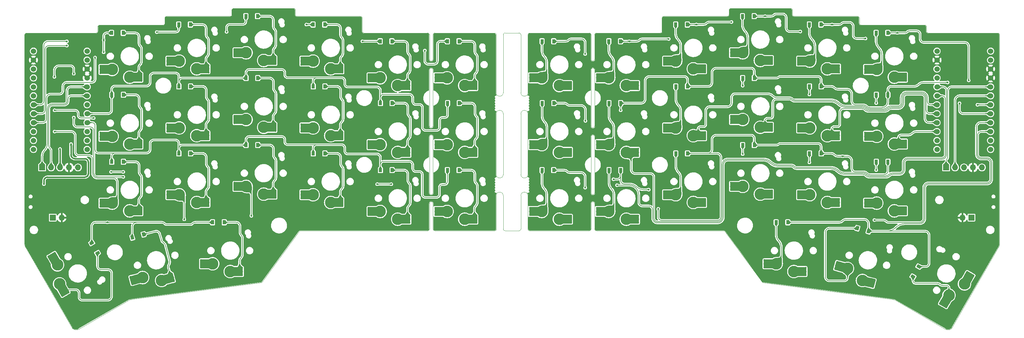
<source format=gbl>
G04 #@! TF.GenerationSoftware,KiCad,Pcbnew,(6.99.0-1912-g359c99991b)*
G04 #@! TF.CreationDate,2023-07-01T16:50:15+07:00*
G04 #@! TF.ProjectId,corne_chocoflan,636f726e-655f-4636-986f-636f666c616e,2*
G04 #@! TF.SameCoordinates,Original*
G04 #@! TF.FileFunction,Copper,L2,Bot*
G04 #@! TF.FilePolarity,Positive*
%FSLAX46Y46*%
G04 Gerber Fmt 4.6, Leading zero omitted, Abs format (unit mm)*
G04 Created by KiCad (PCBNEW (6.99.0-1912-g359c99991b)) date 2023-07-01 16:50:15*
%MOMM*%
%LPD*%
G01*
G04 APERTURE LIST*
G04 Aperture macros list*
%AMRoundRect*
0 Rectangle with rounded corners*
0 $1 Rounding radius*
0 $2 $3 $4 $5 $6 $7 $8 $9 X,Y pos of 4 corners*
0 Add a 4 corners polygon primitive as box body*
4,1,4,$2,$3,$4,$5,$6,$7,$8,$9,$2,$3,0*
0 Add four circle primitives for the rounded corners*
1,1,$1+$1,$2,$3*
1,1,$1+$1,$4,$5*
1,1,$1+$1,$6,$7*
1,1,$1+$1,$8,$9*
0 Add four rect primitives between the rounded corners*
20,1,$1+$1,$2,$3,$4,$5,0*
20,1,$1+$1,$4,$5,$6,$7,0*
20,1,$1+$1,$6,$7,$8,$9,0*
20,1,$1+$1,$8,$9,$2,$3,0*%
%AMRotRect*
0 Rectangle, with rotation*
0 The origin of the aperture is its center*
0 $1 length*
0 $2 width*
0 $3 Rotation angle, in degrees counterclockwise*
0 Add horizontal line*
21,1,$1,$2,0,0,$3*%
G04 Aperture macros list end*
G04 #@! TA.AperFunction,ComponentPad*
%ADD10R,1.700000X1.700000*%
G04 #@! TD*
G04 #@! TA.AperFunction,ComponentPad*
%ADD11O,1.700000X1.700000*%
G04 #@! TD*
G04 #@! TA.AperFunction,ComponentPad*
%ADD12C,1.524000*%
G04 #@! TD*
G04 #@! TA.AperFunction,SMDPad,CuDef*
%ADD13R,0.900000X1.200000*%
G04 #@! TD*
G04 #@! TA.AperFunction,ComponentPad*
%ADD14C,3.300000*%
G04 #@! TD*
G04 #@! TA.AperFunction,SMDPad,CuDef*
%ADD15R,1.200000X2.600000*%
G04 #@! TD*
G04 #@! TA.AperFunction,SMDPad,CuDef*
%ADD16RoundRect,0.160000X0.640000X1.140000X-0.640000X1.140000X-0.640000X-1.140000X0.640000X-1.140000X0*%
G04 #@! TD*
G04 #@! TA.AperFunction,ComponentPad*
%ADD17C,0.500000*%
G04 #@! TD*
G04 #@! TA.AperFunction,SMDPad,CuDef*
%ADD18RotRect,0.900000X1.200000X300.000000*%
G04 #@! TD*
G04 #@! TA.AperFunction,SMDPad,CuDef*
%ADD19RotRect,0.900000X1.200000X165.000000*%
G04 #@! TD*
G04 #@! TA.AperFunction,SMDPad,CuDef*
%ADD20RotRect,1.200000X2.600000X165.000000*%
G04 #@! TD*
G04 #@! TA.AperFunction,SMDPad,CuDef*
%ADD21RoundRect,0.160000X0.913246X0.935511X-0.323139X1.266800X-0.913246X-0.935511X0.323139X-1.266800X0*%
G04 #@! TD*
G04 #@! TA.AperFunction,SMDPad,CuDef*
%ADD22RotRect,1.200000X2.600000X345.000000*%
G04 #@! TD*
G04 #@! TA.AperFunction,SMDPad,CuDef*
%ADD23RotRect,0.900000X1.200000X240.000000*%
G04 #@! TD*
G04 #@! TA.AperFunction,SMDPad,CuDef*
%ADD24RotRect,1.200000X2.600000X240.000000*%
G04 #@! TD*
G04 #@! TA.AperFunction,SMDPad,CuDef*
%ADD25RoundRect,0.160000X-0.667269X1.124256X-1.307269X0.015744X0.667269X-1.124256X1.307269X-0.015744X0*%
G04 #@! TD*
G04 #@! TA.AperFunction,SMDPad,CuDef*
%ADD26RotRect,1.200000X2.600000X60.000000*%
G04 #@! TD*
G04 #@! TA.AperFunction,SMDPad,CuDef*
%ADD27RotRect,1.200000X2.600000X195.000000*%
G04 #@! TD*
G04 #@! TA.AperFunction,SMDPad,CuDef*
%ADD28RoundRect,0.160000X0.323139X1.266800X-0.913246X0.935511X-0.323139X-1.266800X0.913246X-0.935511X0*%
G04 #@! TD*
G04 #@! TA.AperFunction,SMDPad,CuDef*
%ADD29RotRect,1.200000X2.600000X15.000000*%
G04 #@! TD*
G04 #@! TA.AperFunction,SMDPad,CuDef*
%ADD30RotRect,0.900000X1.200000X15.000000*%
G04 #@! TD*
G04 #@! TA.AperFunction,SMDPad,CuDef*
%ADD31RotRect,1.200000X2.600000X120.000000*%
G04 #@! TD*
G04 #@! TA.AperFunction,SMDPad,CuDef*
%ADD32RoundRect,0.160000X1.307269X0.015744X0.667269X1.124256X-1.307269X-0.015744X-0.667269X-1.124256X0*%
G04 #@! TD*
G04 #@! TA.AperFunction,SMDPad,CuDef*
%ADD33RotRect,1.200000X2.600000X300.000000*%
G04 #@! TD*
G04 #@! TA.AperFunction,ViaPad*
%ADD34C,0.500000*%
G04 #@! TD*
G04 #@! TA.AperFunction,Conductor*
%ADD35C,0.200000*%
G04 #@! TD*
G04 #@! TA.AperFunction,Conductor*
%ADD36C,0.400000*%
G04 #@! TD*
G04 #@! TA.AperFunction,Profile*
%ADD37C,0.100000*%
G04 #@! TD*
%ADD38C,0.100000*%
%ADD39C,0.200000*%
G04 APERTURE END LIST*
D10*
X4994506Y-45249931D03*
D11*
X7534506Y-45249931D03*
X10074506Y-45249931D03*
X12614506Y-45249931D03*
X15154506Y-45249931D03*
D12*
X17740418Y-12171932D03*
X17740418Y-14711932D03*
X17740418Y-17251932D03*
X17740418Y-19791932D03*
X17740418Y-22331932D03*
X17740418Y-24871932D03*
X17740418Y-27411932D03*
X17740418Y-29951932D03*
X17740418Y-32491932D03*
X17740418Y-35031932D03*
X17740418Y-37571932D03*
X17740418Y-40111932D03*
X2520418Y-40111932D03*
X2520418Y-37571932D03*
X2520418Y-35031932D03*
X2520418Y-32491932D03*
X2520418Y-29951932D03*
X2520418Y-27411932D03*
X2520418Y-24871932D03*
X2520418Y-22331932D03*
X2520418Y-19791932D03*
X2520418Y-17251932D03*
X2520418Y-14711932D03*
X2520418Y-12171932D03*
D10*
X261347868Y-45249931D03*
D11*
X263887868Y-45249931D03*
X266427868Y-45249931D03*
X268967868Y-45249931D03*
X271507868Y-45249931D03*
D12*
X273984758Y-12171932D03*
X273984758Y-14711932D03*
X273984758Y-17251932D03*
X273984758Y-19791932D03*
X273984758Y-22331932D03*
X273984758Y-24871932D03*
X273984758Y-27411932D03*
X273984758Y-29951932D03*
X273984758Y-32491932D03*
X273984758Y-35031932D03*
X273984758Y-37571932D03*
X273984758Y-40111932D03*
X258764758Y-40111932D03*
X258764758Y-37571932D03*
X258764758Y-35031932D03*
X258764758Y-32491932D03*
X258764758Y-29951932D03*
X258764758Y-27411932D03*
X258764758Y-24871932D03*
X258764758Y-22331932D03*
X258764758Y-19791932D03*
X258764758Y-17251932D03*
X258764758Y-14711932D03*
X258764758Y-12171932D03*
D13*
X225851187Y-4619863D03*
X222551187Y-4619863D03*
D14*
X222668358Y-53009932D03*
D15*
X221118357Y-53009931D03*
D16*
X219868358Y-53009932D03*
D17*
X219318358Y-54059932D03*
X219318358Y-53009932D03*
X219318358Y-51959932D03*
X231018358Y-56259932D03*
X231018358Y-55199932D03*
X231018358Y-54159932D03*
D16*
X230468358Y-55209932D03*
D15*
X229218357Y-55209931D03*
D14*
X227668358Y-55209932D03*
X241668358Y-55384932D03*
D15*
X240118357Y-55384931D03*
D16*
X238868358Y-55384932D03*
D17*
X238318358Y-56434932D03*
X238318358Y-55384932D03*
X238318358Y-54334932D03*
X250018358Y-58634932D03*
X250018358Y-57574932D03*
X250018358Y-56534932D03*
D16*
X249468358Y-57584932D03*
D15*
X248218357Y-57584931D03*
D14*
X246668358Y-57584932D03*
X119834018Y-38759932D03*
D15*
X118284017Y-38759931D03*
D16*
X117034018Y-38759932D03*
D17*
X116484018Y-39809932D03*
X116484018Y-38759932D03*
X116484018Y-37709932D03*
X128184018Y-42009932D03*
X128184018Y-40949932D03*
X128184018Y-39909932D03*
D16*
X127634018Y-40959932D03*
D15*
X126384017Y-40959931D03*
D14*
X124834018Y-40959932D03*
D13*
X119916847Y-46019863D03*
X123216847Y-46019863D03*
X100916847Y-26969863D03*
X104216847Y-26969863D03*
D18*
X19032763Y-66728008D03*
X20682763Y-69585892D03*
D14*
X100834018Y-19759932D03*
D15*
X99284017Y-19759931D03*
D16*
X98034018Y-19759932D03*
D17*
X97484018Y-20809932D03*
X97484018Y-19759932D03*
X97484018Y-18709932D03*
X109184018Y-23009932D03*
X109184018Y-21949932D03*
X109184018Y-20909932D03*
D16*
X108634018Y-21959932D03*
D15*
X107384017Y-21959931D03*
D14*
X105834018Y-21959932D03*
D19*
X239359717Y-63383108D03*
X236172161Y-62529006D03*
D13*
X24716847Y-24594863D03*
X28016847Y-24594863D03*
D14*
X43834018Y-15009932D03*
D15*
X42284017Y-15009931D03*
D16*
X41034018Y-15009932D03*
D17*
X40484018Y-16059932D03*
X40484018Y-15009932D03*
X40484018Y-13959932D03*
X52184018Y-18259932D03*
X52184018Y-17199932D03*
X52184018Y-16159932D03*
D16*
X51634018Y-17209932D03*
D15*
X50384017Y-17209931D03*
D14*
X48834018Y-17209932D03*
X184668358Y-15009932D03*
D15*
X183118357Y-15009931D03*
D16*
X181868358Y-15009932D03*
D17*
X181318358Y-16059932D03*
X181318358Y-15009932D03*
X181318358Y-13959932D03*
X193018358Y-18259932D03*
X193018358Y-17199932D03*
X193018358Y-16159932D03*
D16*
X192468358Y-17209932D03*
D15*
X191218357Y-17209931D03*
D14*
X189668358Y-17209932D03*
D13*
X100916847Y-46019863D03*
X104216847Y-46019863D03*
X150101187Y-26969863D03*
X146801187Y-26969863D03*
X225899999Y-41269863D03*
X222599999Y-41269863D03*
X43766847Y-41269863D03*
X47066847Y-41269863D03*
D14*
X24834018Y-55384932D03*
D15*
X23284017Y-55384931D03*
D16*
X22034018Y-55384932D03*
D17*
X21484018Y-56434932D03*
X21484018Y-55384932D03*
X21484018Y-54334932D03*
X33184018Y-58634932D03*
X33184018Y-57574932D03*
X33184018Y-56534932D03*
D16*
X32634018Y-57584932D03*
D15*
X31384017Y-57584931D03*
D14*
X29834018Y-57584932D03*
X81834018Y-15009932D03*
D15*
X80284017Y-15009931D03*
D16*
X79034018Y-15009932D03*
D17*
X78484018Y-16059932D03*
X78484018Y-15009932D03*
X78484018Y-13959932D03*
X90184018Y-18259932D03*
X90184018Y-17199932D03*
X90184018Y-16159932D03*
D16*
X89634018Y-17209932D03*
D15*
X88384017Y-17209931D03*
D14*
X86834018Y-17209932D03*
D13*
X169051187Y-46019863D03*
X165751187Y-46019863D03*
D14*
X233368157Y-73963059D03*
D20*
X231870971Y-73561888D03*
D21*
X230663565Y-73238365D03*
D17*
X229860546Y-74110237D03*
X230132306Y-73096015D03*
X230404066Y-72081793D03*
X240592476Y-79263457D03*
X240866824Y-78239575D03*
X241135996Y-77235012D03*
D21*
X240332977Y-78106884D03*
D22*
X239125569Y-77783359D03*
D14*
X237628385Y-77382191D03*
X241668358Y-36384932D03*
D15*
X240118357Y-36384931D03*
D16*
X238868358Y-36384932D03*
D17*
X238318358Y-37434932D03*
X238318358Y-36384932D03*
X238318358Y-35334932D03*
X250018358Y-39634932D03*
X250018358Y-38574932D03*
X250018358Y-37534932D03*
D16*
X249468358Y-38584932D03*
D15*
X248218357Y-38584931D03*
D14*
X246668358Y-38584932D03*
D23*
X253596869Y-73435794D03*
X251946869Y-76293678D03*
D14*
X213168358Y-72634932D03*
D15*
X211618357Y-72634931D03*
D16*
X210368358Y-72634932D03*
D17*
X209818358Y-73684932D03*
X209818358Y-72634932D03*
X209818358Y-71584932D03*
X221518358Y-75884932D03*
X221518358Y-74824932D03*
X221518358Y-73784932D03*
D16*
X220968358Y-74834932D03*
D15*
X219718357Y-74834931D03*
D14*
X218168358Y-74834932D03*
D13*
X81866847Y-41269863D03*
X85166847Y-41269863D03*
D14*
X81834018Y-34009932D03*
D15*
X80284017Y-34009931D03*
D16*
X79034018Y-34009932D03*
D17*
X78484018Y-35059932D03*
X78484018Y-34009932D03*
X78484018Y-32959932D03*
X90184018Y-37259932D03*
X90184018Y-36199932D03*
X90184018Y-35159932D03*
D16*
X89634018Y-36209932D03*
D15*
X88384017Y-36209931D03*
D14*
X86834018Y-36209932D03*
D13*
X187951187Y-4619863D03*
X184651187Y-4619863D03*
D14*
X24834018Y-17384932D03*
D15*
X23284017Y-17384931D03*
D16*
X22034018Y-17384932D03*
D17*
X21484018Y-18434932D03*
X21484018Y-17384932D03*
X21484018Y-16334932D03*
X33184018Y-20634932D03*
X33184018Y-19574932D03*
X33184018Y-18534932D03*
D16*
X32634018Y-19584932D03*
D15*
X31384017Y-19584931D03*
D14*
X29834018Y-19584932D03*
D13*
X24716847Y-43644863D03*
X28016847Y-43644863D03*
D14*
X146668358Y-38759932D03*
D15*
X145118357Y-38759931D03*
D16*
X143868358Y-38759932D03*
D17*
X143318358Y-39809932D03*
X143318358Y-38759932D03*
X143318358Y-37709932D03*
X155018358Y-42009932D03*
X155018358Y-40949932D03*
X155018358Y-39909932D03*
D16*
X154468358Y-40959932D03*
D15*
X153218357Y-40959931D03*
D14*
X151668358Y-40959932D03*
D13*
X169051187Y-26969863D03*
X165751187Y-26969863D03*
D14*
X146668358Y-19759932D03*
D15*
X145118357Y-19759931D03*
D16*
X143868358Y-19759932D03*
D17*
X143318358Y-20809932D03*
X143318358Y-19759932D03*
X143318358Y-18709932D03*
X155018358Y-23009932D03*
X155018358Y-21949932D03*
X155018358Y-20909932D03*
D16*
X154468358Y-21959932D03*
D15*
X153218357Y-21959931D03*
D14*
X151668358Y-21959932D03*
X262165953Y-81590059D03*
D24*
X261390952Y-82932397D03*
D25*
X260765953Y-84014930D03*
D17*
X261400280Y-85016244D03*
X260490953Y-84491244D03*
X259581627Y-83966244D03*
X269155536Y-75983747D03*
X268237549Y-75453747D03*
X267336882Y-74933747D03*
D25*
X267971209Y-75935061D03*
D26*
X267346208Y-77017592D03*
D14*
X266571209Y-78359932D03*
X33474960Y-76551249D03*
D27*
X31977774Y-76952418D03*
D28*
X30770368Y-77275942D03*
D17*
X30510869Y-78432515D03*
X30239109Y-77418293D03*
X29967349Y-76404071D03*
X42381603Y-77529369D03*
X42107255Y-76505488D03*
X41838083Y-75500925D03*
D28*
X41578584Y-76657497D03*
D29*
X40371175Y-76981020D03*
D14*
X38873991Y-77382191D03*
X203668358Y-50634932D03*
D15*
X202118357Y-50634931D03*
D16*
X200868358Y-50634932D03*
D17*
X200318358Y-51684932D03*
X200318358Y-50634932D03*
X200318358Y-49584932D03*
X212018358Y-53884932D03*
X212018358Y-52824932D03*
X212018358Y-51784932D03*
D16*
X211468358Y-52834932D03*
D15*
X210218357Y-52834931D03*
D14*
X208668358Y-52834932D03*
D13*
X43716847Y-4619863D03*
X47016847Y-4619863D03*
D14*
X100834018Y-57759932D03*
D15*
X99284017Y-57759931D03*
D16*
X98034018Y-57759932D03*
D17*
X97484018Y-58809932D03*
X97484018Y-57759932D03*
X97484018Y-56709932D03*
X109184018Y-61009932D03*
X109184018Y-59949932D03*
X109184018Y-58909932D03*
D16*
X108634018Y-59959932D03*
D15*
X107384017Y-59959931D03*
D14*
X105834018Y-59959932D03*
D13*
X225899999Y-22219863D03*
X222599999Y-22219863D03*
D10*
X268516187Y-59499999D03*
D11*
X265976187Y-59499999D03*
D14*
X146668358Y-57759932D03*
D15*
X145118357Y-57759931D03*
D16*
X143868358Y-57759932D03*
D17*
X143318358Y-58809932D03*
X143318358Y-57759932D03*
X143318358Y-56709932D03*
X155018358Y-61009932D03*
X155018358Y-59949932D03*
X155018358Y-58909932D03*
D16*
X154468358Y-59959932D03*
D15*
X153218357Y-59959931D03*
D14*
X151668358Y-59959932D03*
X165668358Y-57759932D03*
D15*
X164118357Y-57759931D03*
D16*
X162868358Y-57759932D03*
D17*
X162318358Y-58809932D03*
X162318358Y-57759932D03*
X162318358Y-56709932D03*
X174018358Y-61009932D03*
X174018358Y-59949932D03*
X174018358Y-58909932D03*
D16*
X173468358Y-59959932D03*
D15*
X172218357Y-59959931D03*
D14*
X170668358Y-59959932D03*
D13*
X100866847Y-9369863D03*
X104166847Y-9369863D03*
X24666847Y-6994863D03*
X27966847Y-6994863D03*
D14*
X222668358Y-15009932D03*
D15*
X221118357Y-15009931D03*
D16*
X219868358Y-15009932D03*
D17*
X219318358Y-16059932D03*
X219318358Y-15009932D03*
X219318358Y-13959932D03*
X231018358Y-18259932D03*
X231018358Y-17199932D03*
X231018358Y-16159932D03*
D16*
X230468358Y-17209932D03*
D15*
X229218357Y-17209931D03*
D14*
X227668358Y-17209932D03*
X184668358Y-53009932D03*
D15*
X183118357Y-53009931D03*
D16*
X181868358Y-53009932D03*
D17*
X181318358Y-54059932D03*
X181318358Y-53009932D03*
X181318358Y-51959932D03*
X193018358Y-56259932D03*
X193018358Y-55199932D03*
X193018358Y-54159932D03*
D16*
X192468358Y-55209932D03*
D15*
X191218357Y-55209931D03*
D14*
X189668358Y-55209932D03*
D13*
X62816847Y-38894863D03*
X66116847Y-38894863D03*
X53316847Y-60844863D03*
X56616847Y-60844863D03*
D14*
X203668358Y-31634932D03*
D15*
X202118357Y-31634931D03*
D16*
X200868358Y-31634932D03*
D17*
X200318358Y-32684932D03*
X200318358Y-31634932D03*
X200318358Y-30584932D03*
X212018358Y-34884932D03*
X212018358Y-33824932D03*
X212018358Y-32784932D03*
D16*
X211468358Y-33834932D03*
D15*
X210218357Y-33834931D03*
D14*
X208668358Y-33834932D03*
X81834018Y-53009932D03*
D15*
X80284017Y-53009931D03*
D16*
X79034018Y-53009932D03*
D17*
X78484018Y-54059932D03*
X78484018Y-53009932D03*
X78484018Y-51959932D03*
X90184018Y-56259932D03*
X90184018Y-55199932D03*
X90184018Y-54159932D03*
D16*
X89634018Y-55209932D03*
D15*
X88384017Y-55209931D03*
D14*
X86834018Y-55209932D03*
X184668358Y-34009932D03*
D15*
X183118357Y-34009931D03*
D16*
X181868358Y-34009932D03*
D17*
X181318358Y-35059932D03*
X181318358Y-34009932D03*
X181318358Y-32959932D03*
X193018358Y-37259932D03*
X193018358Y-36199932D03*
X193018358Y-35159932D03*
D16*
X192468358Y-36209932D03*
D15*
X191218357Y-36209931D03*
D14*
X189668358Y-36209932D03*
X203668358Y-12634932D03*
D15*
X202118357Y-12634931D03*
D16*
X200868358Y-12634932D03*
D17*
X200318358Y-13684932D03*
X200318358Y-12634932D03*
X200318358Y-11584932D03*
X212018358Y-15884932D03*
X212018358Y-14824932D03*
X212018358Y-13784932D03*
D16*
X211468358Y-14834932D03*
D15*
X210218357Y-14834931D03*
D14*
X208668358Y-14834932D03*
D13*
X244801187Y-6994863D03*
X241501187Y-6994863D03*
X206901187Y-2244863D03*
X203601187Y-2244863D03*
X206949999Y-19844863D03*
X203649999Y-19844863D03*
D14*
X165668358Y-19759932D03*
D15*
X164118357Y-19759931D03*
D16*
X162868358Y-19759932D03*
D17*
X162318358Y-20809932D03*
X162318358Y-19759932D03*
X162318358Y-18709932D03*
X174018358Y-23009932D03*
X174018358Y-21949932D03*
X174018358Y-20909932D03*
D16*
X173468358Y-21959932D03*
D15*
X172218357Y-21959931D03*
D14*
X170668358Y-21959932D03*
D13*
X206949999Y-38894863D03*
X203649999Y-38894863D03*
X62766847Y-2244863D03*
X66066847Y-2244863D03*
D14*
X62834018Y-50634932D03*
D15*
X61284017Y-50634931D03*
D16*
X60034018Y-50634932D03*
D17*
X59484018Y-51684932D03*
X59484018Y-50634932D03*
X59484018Y-49584932D03*
X71184018Y-53884932D03*
X71184018Y-52824932D03*
X71184018Y-51784932D03*
D16*
X70634018Y-52834932D03*
D15*
X69384017Y-52834931D03*
D14*
X67834018Y-52834932D03*
X222668358Y-34009932D03*
D15*
X221118357Y-34009931D03*
D16*
X219868358Y-34009932D03*
D17*
X219318358Y-35059932D03*
X219318358Y-34009932D03*
X219318358Y-32959932D03*
X231018358Y-37259932D03*
X231018358Y-36199932D03*
X231018358Y-35159932D03*
D16*
X230468358Y-36209932D03*
D15*
X229218357Y-36209931D03*
D14*
X227668358Y-36209932D03*
D13*
X119916847Y-9369863D03*
X123216847Y-9369863D03*
X62816847Y-19844863D03*
X66116847Y-19844863D03*
D14*
X62834018Y-31634932D03*
D15*
X61284017Y-31634931D03*
D16*
X60034018Y-31634932D03*
D17*
X59484018Y-32684932D03*
X59484018Y-31634932D03*
X59484018Y-30584932D03*
X71184018Y-34884932D03*
X71184018Y-33824932D03*
X71184018Y-32784932D03*
D16*
X70634018Y-33834932D03*
D15*
X69384017Y-33834931D03*
D14*
X67834018Y-33834932D03*
X62834018Y-12634932D03*
D15*
X61284017Y-12634931D03*
D16*
X60034018Y-12634932D03*
D17*
X59484018Y-13684932D03*
X59484018Y-12634932D03*
X59484018Y-11584932D03*
X71184018Y-15884932D03*
X71184018Y-14824932D03*
X71184018Y-13784932D03*
D16*
X70634018Y-14834932D03*
D15*
X69384017Y-14834931D03*
D14*
X67834018Y-14834932D03*
X119834018Y-57759932D03*
D15*
X118284017Y-57759931D03*
D16*
X117034018Y-57759932D03*
D17*
X116484018Y-58809932D03*
X116484018Y-57759932D03*
X116484018Y-56709932D03*
X128184018Y-61009932D03*
X128184018Y-59949932D03*
X128184018Y-58909932D03*
D16*
X127634018Y-59959932D03*
D15*
X126384017Y-59959931D03*
D14*
X124834018Y-59959932D03*
D13*
X244849999Y-24594863D03*
X241549999Y-24594863D03*
X119966847Y-26969863D03*
X123266847Y-26969863D03*
D10*
X7986187Y-59499999D03*
D11*
X10526187Y-59499999D03*
D30*
X30557974Y-65147468D03*
X33745530Y-64293366D03*
D13*
X188001187Y-22219863D03*
X184701187Y-22219863D03*
X150051187Y-46019863D03*
X146751187Y-46019863D03*
D14*
X165668358Y-38759932D03*
D15*
X164118357Y-38759931D03*
D16*
X162868358Y-38759932D03*
D17*
X162318358Y-39809932D03*
X162318358Y-38759932D03*
X162318358Y-37709932D03*
X174018358Y-42009932D03*
X174018358Y-40949932D03*
X174018358Y-39909932D03*
D16*
X173468358Y-40959932D03*
D15*
X172218357Y-40959931D03*
D14*
X170668358Y-40959932D03*
D13*
X81816847Y-4619863D03*
X85116847Y-4619863D03*
X169001187Y-9369863D03*
X165701187Y-9369863D03*
D14*
X24834018Y-36384932D03*
D15*
X23284017Y-36384931D03*
D16*
X22034018Y-36384932D03*
D17*
X21484018Y-37434932D03*
X21484018Y-36384932D03*
X21484018Y-35334932D03*
X33184018Y-39634932D03*
X33184018Y-38574932D03*
X33184018Y-37534932D03*
D16*
X32634018Y-38584932D03*
D15*
X31384017Y-38584931D03*
D14*
X29834018Y-38584932D03*
D13*
X81866847Y-22219863D03*
X85166847Y-22219863D03*
X244849999Y-43644863D03*
X241549999Y-43644863D03*
D14*
X43834018Y-53009932D03*
D15*
X42284017Y-53009931D03*
D16*
X41034018Y-53009932D03*
D17*
X40484018Y-54059932D03*
X40484018Y-53009932D03*
X40484018Y-51959932D03*
X52184018Y-56259932D03*
X52184018Y-55199932D03*
X52184018Y-54159932D03*
D16*
X51634018Y-55209932D03*
D15*
X50384017Y-55209931D03*
D14*
X48834018Y-55209932D03*
D13*
X150051187Y-9369863D03*
X146751187Y-9369863D03*
D14*
X9336423Y-72929805D03*
D31*
X8561422Y-71587465D03*
D32*
X7936423Y-70504934D03*
D17*
X6752096Y-70553620D03*
X7661423Y-70028620D03*
X8570749Y-69503620D03*
X10696840Y-81786117D03*
X11614827Y-81256117D03*
X12515494Y-80736117D03*
D32*
X11331167Y-80784803D03*
D33*
X10706166Y-79702270D03*
D14*
X9931167Y-78359932D03*
D13*
X216451187Y-60844863D03*
X213151187Y-60844863D03*
D14*
X53334018Y-72634932D03*
D15*
X51784017Y-72634931D03*
D16*
X50534018Y-72634932D03*
D17*
X49984018Y-73684932D03*
X49984018Y-72634932D03*
X49984018Y-71584932D03*
X61684018Y-75884932D03*
X61684018Y-74824932D03*
X61684018Y-73784932D03*
D16*
X61134018Y-74834932D03*
D15*
X59884017Y-74834931D03*
D14*
X58334018Y-74834932D03*
X241668358Y-17384932D03*
D15*
X240118357Y-17384931D03*
D16*
X238868358Y-17384932D03*
D17*
X238318358Y-18434932D03*
X238318358Y-17384932D03*
X238318358Y-16334932D03*
X250018358Y-20634932D03*
X250018358Y-19574932D03*
X250018358Y-18534932D03*
D16*
X249468358Y-19584932D03*
D15*
X248218357Y-19584931D03*
D14*
X246668358Y-19584932D03*
D13*
X188001187Y-41269863D03*
X184701187Y-41269863D03*
D14*
X119834018Y-19759932D03*
D15*
X118284017Y-19759931D03*
D16*
X117034018Y-19759932D03*
D17*
X116484018Y-20809932D03*
X116484018Y-19759932D03*
X116484018Y-18709932D03*
X128184018Y-23009932D03*
X128184018Y-21949932D03*
X128184018Y-20909932D03*
D16*
X127634018Y-21959932D03*
D15*
X126384017Y-21959931D03*
D14*
X124834018Y-21959932D03*
D13*
X43766847Y-22219863D03*
X47066847Y-22219863D03*
D14*
X43834018Y-34009932D03*
D15*
X42284017Y-34009931D03*
D16*
X41034018Y-34009932D03*
D17*
X40484018Y-35059932D03*
X40484018Y-34009932D03*
X40484018Y-32959932D03*
X52184018Y-37259932D03*
X52184018Y-36199932D03*
X52184018Y-35159932D03*
D16*
X51634018Y-36209932D03*
D15*
X50384017Y-36209931D03*
D14*
X48834018Y-36209932D03*
X100834018Y-38759932D03*
D15*
X99284017Y-38759931D03*
D16*
X98034018Y-38759932D03*
D17*
X97484018Y-39809932D03*
X97484018Y-38759932D03*
X97484018Y-37709932D03*
X109184018Y-42009932D03*
X109184018Y-40949932D03*
X109184018Y-39909932D03*
D16*
X108634018Y-40959932D03*
D15*
X107384017Y-40959931D03*
D14*
X105834018Y-40959932D03*
D34*
X22450000Y-9000000D03*
X79900000Y-4619864D03*
X22450000Y-12500000D03*
X37500000Y-6750000D03*
X113500000Y-12000000D03*
X57300000Y-6700000D03*
X95800000Y-9369864D03*
X222600000Y-24500000D03*
X241550000Y-26950000D03*
X241550000Y-46000000D03*
X23500000Y-60844864D03*
X199200000Y-39100000D03*
X247500000Y-6994864D03*
X200500000Y-3900000D03*
X229000000Y-4619864D03*
X238500000Y-8600000D03*
X270251188Y-27411932D03*
X267751188Y-20500000D03*
X159000000Y-13000000D03*
X220000000Y-6600000D03*
X182700000Y-8700000D03*
X210000000Y-2244864D03*
X171500000Y-9369864D03*
X190500000Y-4619864D03*
X261800000Y-21063046D03*
X159050000Y-32000000D03*
X265151188Y-27000000D03*
X169051188Y-29000000D03*
X10074507Y-40000000D03*
X8100000Y-25800000D03*
X8669462Y-14700000D03*
X104000000Y-50000000D03*
X13969462Y-31050000D03*
X28000000Y-47900000D03*
X13969462Y-18600000D03*
X100000000Y-50000000D03*
X8469462Y-19500000D03*
X28000000Y-46500000D03*
X19600000Y-31200000D03*
X8500000Y-29000000D03*
X24500000Y-46500000D03*
X167000000Y-48600000D03*
X232000000Y-42050000D03*
X179700000Y-57000000D03*
X177000000Y-51550480D03*
X159000000Y-51000000D03*
X241000000Y-60200000D03*
X12000000Y-9400000D03*
X12000000Y-10600000D03*
X64300000Y-59000000D03*
X20000000Y-14000000D03*
X45300000Y-60000000D03*
X8500000Y-35031932D03*
X5500000Y-50000000D03*
X13169462Y-38600000D03*
X168000000Y-50300000D03*
X203650000Y-22000000D03*
X203650000Y-41450000D03*
X222600000Y-43800000D03*
D35*
X58152082Y-4600000D02*
X61806497Y-4600000D01*
X57548959Y-4851041D02*
X57551041Y-4848959D01*
X62766848Y-2244864D02*
X62766848Y-3639649D01*
X117100000Y-14885786D02*
X117100000Y-10252082D01*
X114514214Y-15900000D02*
X116085786Y-15900000D01*
X117982218Y-9369864D02*
X119916848Y-9369864D01*
X117348959Y-9651041D02*
X117381177Y-9618823D01*
X62478249Y-4321751D02*
X62488600Y-4311400D01*
X81816848Y-4619864D02*
X79900000Y-4619864D01*
X22450000Y-12500000D02*
X22450000Y-9000000D01*
X113792893Y-15592893D02*
X113807107Y-15607107D01*
X37500000Y-6750000D02*
X42939340Y-6750000D01*
X116792893Y-15607107D02*
X116807107Y-15592893D01*
X43497178Y-6502822D02*
X43469670Y-6530330D01*
X113500000Y-12000000D02*
X113500000Y-14885786D01*
X22698959Y-7251041D02*
X22706177Y-7243823D01*
X43716848Y-4619864D02*
X43716848Y-5972492D01*
X22450000Y-9000000D02*
X22450000Y-7852082D01*
X57300000Y-6700000D02*
X57300000Y-5452082D01*
X100866848Y-9369864D02*
X95800000Y-9369864D01*
X23307218Y-6994864D02*
X24666848Y-6994864D01*
X57548968Y-4851050D02*
G75*
G03*
X57300000Y-5452082I601032J-601050D01*
G01*
X22698968Y-7251050D02*
G75*
G03*
X22450000Y-7852082I601032J-601050D01*
G01*
X113807100Y-15607114D02*
G75*
G03*
X114514214Y-15900000I707100J707114D01*
G01*
X62488615Y-4311415D02*
G75*
G03*
X62766848Y-3639649I-671715J671715D01*
G01*
X117982218Y-9369887D02*
G75*
G03*
X117381177Y-9618823I-18J-850013D01*
G01*
X61806497Y-4599997D02*
G75*
G03*
X62478248Y-4321750I3J949997D01*
G01*
X23307218Y-6994887D02*
G75*
G03*
X22706177Y-7243823I-18J-850013D01*
G01*
X116085786Y-15899990D02*
G75*
G03*
X116792893Y-15607107I14J999990D01*
G01*
X113500010Y-14885786D02*
G75*
G03*
X113792893Y-15592893I999990J-14D01*
G01*
X42939340Y-6750028D02*
G75*
G03*
X43469670Y-6530330I-40J750028D01*
G01*
X58152082Y-4599987D02*
G75*
G03*
X57551041Y-4848959I18J-850013D01*
G01*
X43497171Y-6502815D02*
G75*
G03*
X43716848Y-5972492I-530271J530315D01*
G01*
X117348968Y-9651050D02*
G75*
G03*
X117100000Y-10252082I601032J-601050D01*
G01*
X116807114Y-15592900D02*
G75*
G03*
X117100000Y-14885786I-707114J707100D01*
G01*
X222551188Y-4619864D02*
X222551188Y-6930437D01*
X223790068Y-15009932D02*
X222668358Y-15009932D01*
X224150000Y-10766003D02*
X224150000Y-14650000D01*
X224150000Y-14650000D02*
X223790068Y-15009932D01*
X223342000Y-8839626D02*
X223359189Y-8856815D01*
X224149998Y-10766003D02*
G75*
G03*
X223359189Y-8856815I-2699998J3D01*
G01*
X222551166Y-6930437D02*
G75*
G03*
X223342001Y-8839625I2700034J37D01*
G01*
X63702082Y-17400000D02*
X72947918Y-17400000D01*
X99885786Y-22350000D02*
X91652082Y-22350000D01*
X35907107Y-18692893D02*
X35892893Y-18707107D01*
X43766848Y-20664523D02*
X43766848Y-19360351D01*
X118439949Y-31050000D02*
X119189340Y-31050000D01*
X101802082Y-24450000D02*
X109085786Y-24450000D01*
X110348959Y-27098959D02*
X110351041Y-27101041D01*
X119719670Y-30830330D02*
X119747178Y-30802822D01*
X112598959Y-27598959D02*
X112601041Y-27601041D01*
X74652082Y-19750000D02*
X82752082Y-19750000D01*
X35307107Y-21792893D02*
X35292893Y-21807107D01*
X119966848Y-30272492D02*
X119966848Y-26969864D01*
X100916848Y-25335234D02*
X100916848Y-23381062D01*
X117923956Y-31276044D02*
X117944975Y-31255025D01*
X90800000Y-21497918D02*
X90800000Y-20602082D01*
X117718930Y-33833152D02*
X117718930Y-31771019D01*
X63065807Y-17684193D02*
X63101041Y-17648959D01*
X24716848Y-28827517D02*
X24716848Y-24594864D01*
X100916848Y-26969864D02*
X100916848Y-25335234D01*
X89947918Y-19750000D02*
X82752082Y-19750000D01*
X113702082Y-34702082D02*
X116850000Y-34702082D01*
X109792893Y-24742893D02*
X109807107Y-24757107D01*
X73800000Y-18252082D02*
X73800000Y-18897918D01*
X82151041Y-19998959D02*
X82115807Y-20034193D01*
X74048959Y-19498959D02*
X74051041Y-19501041D01*
X117451041Y-34453123D02*
X117469971Y-34434193D01*
X100623955Y-22673955D02*
X100592893Y-22642893D01*
X90551041Y-20001041D02*
X90548959Y-19998959D01*
X112850000Y-28202082D02*
X112850000Y-33850000D01*
X81866848Y-20635234D02*
X81866848Y-22219864D01*
X24716848Y-22985234D02*
X24716848Y-24594864D01*
X73548959Y-17648959D02*
X73551041Y-17651041D01*
X35600000Y-19414214D02*
X35600000Y-21085786D01*
X110952082Y-27350000D02*
X111997918Y-27350000D01*
X43488600Y-18688600D02*
X43478249Y-18678249D01*
X43766848Y-22219864D02*
X43766848Y-20664523D01*
X25001041Y-22348959D02*
X24965807Y-22384193D01*
X44020821Y-20079179D02*
X44001162Y-20098838D01*
X24370251Y-29629749D02*
X24394666Y-29605334D01*
X34585786Y-22100000D02*
X25602082Y-22100000D01*
X110100000Y-25464214D02*
X110100000Y-26497918D01*
X17740418Y-29951932D02*
X23592433Y-29951932D01*
X62816848Y-19844864D02*
X62816848Y-18285234D01*
X42806497Y-18400000D02*
X36614214Y-18400000D01*
X113098959Y-34451041D02*
X113101041Y-34453123D01*
X91051041Y-22101041D02*
X91048959Y-22098959D01*
X101165807Y-24734193D02*
X101201041Y-24698959D01*
X62816848Y-19844864D02*
X44586507Y-19844864D01*
X43766827Y-19360351D02*
G75*
G03*
X43488600Y-18688600I-949927J51D01*
G01*
X116850000Y-34702087D02*
G75*
G03*
X117451041Y-34453123I0J849987D01*
G01*
X110351050Y-27101032D02*
G75*
G03*
X110952082Y-27350000I601050J601032D01*
G01*
X63702082Y-17399987D02*
G75*
G03*
X63101041Y-17648959I18J-850013D01*
G01*
X110099990Y-25464214D02*
G75*
G03*
X109807107Y-24757107I-999990J14D01*
G01*
X73548950Y-17648968D02*
G75*
G03*
X72947918Y-17400000I-601050J-601032D01*
G01*
X117470001Y-34434223D02*
G75*
G03*
X117718930Y-33833152I-601101J601023D01*
G01*
X35892886Y-18707100D02*
G75*
G03*
X35600000Y-19414214I707114J-707100D01*
G01*
X43478250Y-18678248D02*
G75*
G03*
X42806497Y-18400000I-671750J-671752D01*
G01*
X25602082Y-22099987D02*
G75*
G03*
X25001041Y-22348959I18J-850013D01*
G01*
X44001161Y-20098837D02*
G75*
G03*
X43766848Y-20664523I565639J-565663D01*
G01*
X119189340Y-31050028D02*
G75*
G03*
X119719670Y-30830330I-40J750028D01*
G01*
X112850000Y-33850000D02*
G75*
G03*
X113098959Y-34451041I850000J0D01*
G01*
X119747171Y-30802815D02*
G75*
G03*
X119966848Y-30272492I-530271J530315D01*
G01*
X118439949Y-31050035D02*
G75*
G03*
X117944975Y-31255025I-49J-699965D01*
G01*
X82752082Y-19749987D02*
G75*
G03*
X82151041Y-19998959I18J-850013D01*
G01*
X91051050Y-22101032D02*
G75*
G03*
X91652082Y-22350000I601050J601032D01*
G01*
X117923952Y-31276040D02*
G75*
G03*
X117718930Y-31771019I494948J-494960D01*
G01*
X23592433Y-29951946D02*
G75*
G03*
X24370251Y-29629749I-33J1100046D01*
G01*
X90800013Y-20602082D02*
G75*
G03*
X90551041Y-20001041I-850013J-18D01*
G01*
X73799987Y-18897918D02*
G75*
G03*
X74048959Y-19498959I850013J18D01*
G01*
X101165800Y-24734186D02*
G75*
G03*
X100916848Y-25335234I601000J-601014D01*
G01*
X35307114Y-21792900D02*
G75*
G03*
X35600000Y-21085786I-707114J707100D01*
G01*
X90548950Y-19998968D02*
G75*
G03*
X89947918Y-19750000I-601050J-601032D01*
G01*
X24965800Y-22384186D02*
G75*
G03*
X24716848Y-22985234I601000J-601014D01*
G01*
X100592900Y-22642886D02*
G75*
G03*
X99885786Y-22350000I-707100J-707114D01*
G01*
X109792900Y-24742886D02*
G75*
G03*
X109085786Y-24450000I-707100J-707114D01*
G01*
X73800013Y-18252082D02*
G75*
G03*
X73551041Y-17651041I-850013J-18D01*
G01*
X90799987Y-21497918D02*
G75*
G03*
X91048959Y-22098959I850013J18D01*
G01*
X100916890Y-23381062D02*
G75*
G03*
X100623955Y-22673955I-999990J-38D01*
G01*
X63065800Y-17684186D02*
G75*
G03*
X62816848Y-18285234I601000J-601014D01*
G01*
X112598950Y-27598968D02*
G75*
G03*
X111997918Y-27350000I-601050J-601032D01*
G01*
X113101054Y-34453110D02*
G75*
G03*
X113702082Y-34702082I601046J601010D01*
G01*
X110099987Y-26497918D02*
G75*
G03*
X110348959Y-27098959I850013J18D01*
G01*
X101802082Y-24449987D02*
G75*
G03*
X101201041Y-24698959I18J-850013D01*
G01*
X34585786Y-22099990D02*
G75*
G03*
X35292893Y-21807107I14J999990D01*
G01*
X36614214Y-18400010D02*
G75*
G03*
X35907107Y-18692893I-14J-999990D01*
G01*
X82115800Y-20034186D02*
G75*
G03*
X81866848Y-20635234I601000J-601014D01*
G01*
X112850013Y-28202082D02*
G75*
G03*
X112601041Y-27601041I-850013J-18D01*
G01*
X44586507Y-19844880D02*
G75*
G03*
X44020821Y-20079179I-7J-800020D01*
G01*
X74051050Y-19501032D02*
G75*
G03*
X74652082Y-19750000I601050J601032D01*
G01*
X24394667Y-29605335D02*
G75*
G03*
X24716848Y-28827517I-777867J777835D01*
G01*
X146801188Y-26969864D02*
X146801188Y-30648497D01*
X147474843Y-32274843D02*
X147476346Y-32276346D01*
X147790068Y-38759932D02*
X146668358Y-38759932D01*
X148150000Y-38400000D02*
X147790068Y-38759932D01*
X148150000Y-33902691D02*
X148150000Y-38400000D01*
X148150006Y-33902691D02*
G75*
G03*
X147476346Y-32276346I-2300006J-9D01*
G01*
X146801194Y-30648497D02*
G75*
G03*
X147474843Y-32274843I2300006J-3D01*
G01*
X166740068Y-38759932D02*
X165668358Y-38759932D01*
X167100000Y-38400000D02*
X166740068Y-38759932D01*
X165751188Y-26969864D02*
X165751188Y-30648497D01*
X167100000Y-33902691D02*
X167100000Y-38400000D01*
X166424843Y-32274843D02*
X166426346Y-32276346D01*
X165751194Y-30648497D02*
G75*
G03*
X166424843Y-32274843I2300006J-3D01*
G01*
X167100006Y-33902691D02*
G75*
G03*
X166426346Y-32276346I-2300006J-9D01*
G01*
X185389487Y-27489487D02*
X185411701Y-27511701D01*
X186100000Y-29173402D02*
X186100000Y-33600000D01*
X186100000Y-33600000D02*
X185690068Y-34009932D01*
X185690068Y-34009932D02*
X184668358Y-34009932D01*
X184701188Y-22219864D02*
X184701188Y-25827786D01*
X186099998Y-29173402D02*
G75*
G03*
X185411701Y-27511701I-2349998J2D01*
G01*
X184701202Y-25827786D02*
G75*
G03*
X185389487Y-27489487I2349998J-14D01*
G01*
X222600000Y-24500000D02*
X222600000Y-22219864D01*
X241550000Y-24594864D02*
X241550000Y-26950000D01*
X110348959Y-46148959D02*
X110351041Y-46151041D01*
X35907107Y-37742893D02*
X35892893Y-37757107D01*
X99885786Y-41400000D02*
X91652082Y-41400000D01*
X81866848Y-39685234D02*
X81866848Y-41269864D01*
X34585786Y-41150000D02*
X25602082Y-41150000D01*
X101165807Y-43784193D02*
X101201041Y-43748959D01*
X117873956Y-50326044D02*
X117894975Y-50305025D01*
X82752082Y-38800000D02*
X74652082Y-38800000D01*
X89947918Y-38800000D02*
X82752082Y-38800000D01*
X73800000Y-37947918D02*
X73800000Y-37302082D01*
X110952082Y-46400000D02*
X111947918Y-46400000D01*
X90551041Y-39051041D02*
X90548959Y-39048959D01*
X43766848Y-39714523D02*
X43766848Y-38410351D01*
X113048959Y-53501041D02*
X113051041Y-53503123D01*
X90800000Y-40547918D02*
X90800000Y-39652082D01*
X117401041Y-53503123D02*
X117419971Y-53484193D01*
X118389949Y-50100000D02*
X119139340Y-50100000D01*
X44020821Y-39129179D02*
X44001162Y-39148838D01*
X35600000Y-38464214D02*
X35600000Y-40135786D01*
X73551041Y-36701041D02*
X73548959Y-36698959D01*
X110100000Y-44514214D02*
X110100000Y-45547918D01*
X119916848Y-49322492D02*
X119916848Y-46019864D01*
X20000000Y-40227208D02*
X20000000Y-33352082D01*
X19139850Y-32491932D02*
X17740418Y-32491932D01*
X112800000Y-47252082D02*
X112800000Y-52900000D01*
X119669670Y-49880330D02*
X119697178Y-49852822D01*
X24716848Y-43644864D02*
X24716848Y-42035234D01*
X91051041Y-41151041D02*
X91048959Y-41148959D01*
X109792893Y-43792893D02*
X109807107Y-43807107D01*
X100916848Y-46019864D02*
X100916848Y-44385234D01*
X101802082Y-43500000D02*
X109085786Y-43500000D01*
X42806497Y-37450000D02*
X36614214Y-37450000D01*
X100623955Y-41723955D02*
X100592893Y-41692893D01*
X113652082Y-53752082D02*
X116800000Y-53752082D01*
X35307107Y-40842893D02*
X35292893Y-40857107D01*
X100916848Y-44385234D02*
X100916848Y-42431062D01*
X82151041Y-39048959D02*
X82115807Y-39084193D01*
X112548959Y-46648959D02*
X112551041Y-46651041D01*
X63101041Y-36698959D02*
X63065807Y-36734193D01*
X25001041Y-41398959D02*
X24965807Y-41434193D01*
X43488600Y-37738600D02*
X43478249Y-37728249D01*
X74051041Y-38551041D02*
X74048959Y-38548959D01*
X25602082Y-41150000D02*
X20922792Y-41150000D01*
X62816848Y-38894864D02*
X44586507Y-38894864D01*
X20286396Y-40886396D02*
X20263604Y-40863604D01*
X19751041Y-32751041D02*
X19740891Y-32740891D01*
X43766848Y-39714523D02*
X43766848Y-41269864D01*
X117668930Y-52883152D02*
X117668930Y-50821019D01*
X62816848Y-37335234D02*
X62816848Y-38894864D01*
X72947918Y-36450000D02*
X63702082Y-36450000D01*
X82752082Y-38799987D02*
G75*
G03*
X82151041Y-39048959I18J-850013D01*
G01*
X110351050Y-46151032D02*
G75*
G03*
X110952082Y-46400000I601050J601032D01*
G01*
X100592900Y-41692886D02*
G75*
G03*
X99885786Y-41400000I-707100J-707114D01*
G01*
X117873952Y-50326040D02*
G75*
G03*
X117668930Y-50821019I494948J-494960D01*
G01*
X43766827Y-38410351D02*
G75*
G03*
X43488600Y-37738600I-949927J51D01*
G01*
X101802082Y-43499987D02*
G75*
G03*
X101201041Y-43748959I18J-850013D01*
G01*
X110099990Y-44514214D02*
G75*
G03*
X109807107Y-43807107I-999990J14D01*
G01*
X112800000Y-52900000D02*
G75*
G03*
X113048959Y-53501041I850000J0D01*
G01*
X90799987Y-40547918D02*
G75*
G03*
X91048959Y-41148959I850013J18D01*
G01*
X112800013Y-47252082D02*
G75*
G03*
X112551041Y-46651041I-850013J-18D01*
G01*
X119697171Y-49852815D02*
G75*
G03*
X119916848Y-49322492I-530271J530315D01*
G01*
X119139340Y-50100028D02*
G75*
G03*
X119669670Y-49880330I-40J750028D01*
G01*
X19999995Y-40227208D02*
G75*
G03*
X20263604Y-40863604I900005J8D01*
G01*
X35892886Y-37757100D02*
G75*
G03*
X35600000Y-38464214I707114J-707100D01*
G01*
X100916890Y-42431062D02*
G75*
G03*
X100623955Y-41723955I-999990J-38D01*
G01*
X19740909Y-32740873D02*
G75*
G03*
X19139850Y-32491932I-601009J-601027D01*
G01*
X44001161Y-39148837D02*
G75*
G03*
X43766848Y-39714523I565639J-565663D01*
G01*
X90800013Y-39652082D02*
G75*
G03*
X90551041Y-39051041I-850013J-18D01*
G01*
X20000013Y-33352082D02*
G75*
G03*
X19751041Y-32751041I-850013J-18D01*
G01*
X82115800Y-39084186D02*
G75*
G03*
X81866848Y-39685234I601000J-601014D01*
G01*
X35307114Y-40842900D02*
G75*
G03*
X35600000Y-40135786I-707114J707100D01*
G01*
X117420001Y-53484223D02*
G75*
G03*
X117668930Y-52883152I-601101J601023D01*
G01*
X73800013Y-37302082D02*
G75*
G03*
X73551041Y-36701041I-850013J-18D01*
G01*
X20286400Y-40886392D02*
G75*
G03*
X20922792Y-41150000I636400J636392D01*
G01*
X113051054Y-53503110D02*
G75*
G03*
X113652082Y-53752082I601046J601010D01*
G01*
X90548950Y-39048968D02*
G75*
G03*
X89947918Y-38800000I-601050J-601032D01*
G01*
X63702082Y-36449987D02*
G75*
G03*
X63101041Y-36698959I18J-850013D01*
G01*
X63065800Y-36734186D02*
G75*
G03*
X62816848Y-37335234I601000J-601014D01*
G01*
X43478250Y-37728248D02*
G75*
G03*
X42806497Y-37450000I-671750J-671752D01*
G01*
X44586507Y-38894880D02*
G75*
G03*
X44020821Y-39129179I-7J-800020D01*
G01*
X74051050Y-38551032D02*
G75*
G03*
X74652082Y-38800000I601050J601032D01*
G01*
X36614214Y-37450010D02*
G75*
G03*
X35907107Y-37742893I-14J-999990D01*
G01*
X91051050Y-41151032D02*
G75*
G03*
X91652082Y-41400000I601050J601032D01*
G01*
X73548950Y-36698968D02*
G75*
G03*
X72947918Y-36450000I-601050J-601032D01*
G01*
X112548950Y-46648968D02*
G75*
G03*
X111947918Y-46400000I-601050J-601032D01*
G01*
X118389949Y-50100035D02*
G75*
G03*
X117894975Y-50305025I-49J-699965D01*
G01*
X116800000Y-53752087D02*
G75*
G03*
X117401041Y-53503123I0J849987D01*
G01*
X73799987Y-37947918D02*
G75*
G03*
X74048959Y-38548959I850013J18D01*
G01*
X34585786Y-41149990D02*
G75*
G03*
X35292893Y-40857107I14J999990D01*
G01*
X110099987Y-45547918D02*
G75*
G03*
X110348959Y-46148959I850013J18D01*
G01*
X24965800Y-41434186D02*
G75*
G03*
X24716848Y-42035234I601000J-601014D01*
G01*
X109792900Y-43792886D02*
G75*
G03*
X109085786Y-43500000I-707100J-707114D01*
G01*
X25602082Y-41149987D02*
G75*
G03*
X25001041Y-41398959I18J-850013D01*
G01*
X101165800Y-43784186D02*
G75*
G03*
X100916848Y-44385234I601000J-601014D01*
G01*
X165668358Y-57759932D02*
X166840068Y-57759932D01*
X165751188Y-49627786D02*
X165751188Y-46019864D01*
X167150000Y-57450000D02*
X167150000Y-52973402D01*
X166840068Y-57759932D02*
X167150000Y-57450000D01*
X166461701Y-51311701D02*
X166439487Y-51289487D01*
X167149998Y-52973402D02*
G75*
G03*
X166461701Y-51311701I-2349998J2D01*
G01*
X165751202Y-49627786D02*
G75*
G03*
X166439487Y-51289487I2349998J-14D01*
G01*
X186100000Y-52500000D02*
X186100000Y-52600000D01*
X185690068Y-53009932D02*
X184668358Y-53009932D01*
X186100000Y-48223402D02*
X186100000Y-52500000D01*
X185389487Y-46539487D02*
X185411701Y-46561701D01*
X184701188Y-41269864D02*
X184701188Y-44877786D01*
X186100000Y-52600000D02*
X185690068Y-53009932D01*
X184701202Y-44877786D02*
G75*
G03*
X185389487Y-46539487I2349998J-14D01*
G01*
X186099998Y-48223402D02*
G75*
G03*
X185411701Y-46561701I-2349998J2D01*
G01*
X241550000Y-43644864D02*
X241550000Y-46000000D01*
X39672183Y-61167047D02*
X39682954Y-61177818D01*
X19032764Y-66728009D02*
X19032764Y-61902160D01*
X20090060Y-60844864D02*
X23500000Y-60844864D01*
X30894802Y-61205198D02*
X30918309Y-61181691D01*
X30557975Y-65147469D02*
X30557975Y-62018371D01*
X19340302Y-61159698D02*
X19347598Y-61152402D01*
X31731482Y-60844864D02*
X38894365Y-60844864D01*
X53316848Y-60844864D02*
X48455635Y-60844864D01*
X47667047Y-61177817D02*
X47677818Y-61167046D01*
X31731482Y-60844864D02*
X23500000Y-60844864D01*
X40460771Y-61500000D02*
X46889229Y-61500000D01*
X19340314Y-61159710D02*
G75*
G03*
X19032764Y-61902160I742486J-742490D01*
G01*
X39682969Y-61177803D02*
G75*
G03*
X40460771Y-61500000I777831J777803D01*
G01*
X31731482Y-60844862D02*
G75*
G03*
X30918309Y-61181691I18J-1150038D01*
G01*
X20090060Y-60844847D02*
G75*
G03*
X19347598Y-61152402I40J-1050053D01*
G01*
X48455635Y-60844900D02*
G75*
G03*
X47677819Y-61167047I-35J-1100000D01*
G01*
X46889229Y-61500020D02*
G75*
G03*
X47667047Y-61177817I-29J1100020D01*
G01*
X30894812Y-61205208D02*
G75*
G03*
X30557975Y-62018371I813188J-813192D01*
G01*
X39672208Y-61167022D02*
G75*
G03*
X38894365Y-60844864I-777808J-777878D01*
G01*
X109350000Y-17482233D02*
X109350000Y-13876346D01*
X108950135Y-18399865D02*
X108983884Y-18366116D01*
X107584940Y-9369864D02*
X104166848Y-9369864D01*
X109013173Y-13063173D02*
X108986827Y-13036827D01*
X108650000Y-12223654D02*
X108650000Y-10434924D01*
X108584018Y-21959932D02*
X108584018Y-19283749D01*
X108342462Y-9692462D02*
X108327402Y-9677402D01*
X108327390Y-9677414D02*
G75*
G03*
X107584940Y-9369864I-742490J-742486D01*
G01*
X108650033Y-12223654D02*
G75*
G03*
X108986828Y-13036826I1149967J-46D01*
G01*
X108950114Y-18399844D02*
G75*
G03*
X108584018Y-19283749I883886J-883856D01*
G01*
X108649982Y-10434924D02*
G75*
G03*
X108342461Y-9692463I-1049982J24D01*
G01*
X108983867Y-18366099D02*
G75*
G03*
X109350000Y-17482233I-883867J883899D01*
G01*
X109349967Y-13876346D02*
G75*
G03*
X109013172Y-13063174I-1149967J46D01*
G01*
X215692893Y-1892893D02*
X215707107Y-1907107D01*
X254292893Y-9392893D02*
X254307107Y-9407107D01*
X235000000Y-7585786D02*
X235000000Y-5014214D01*
X190500000Y-4619864D02*
X192483080Y-4619864D01*
X231707107Y-4292893D02*
X231673029Y-4326971D01*
X216292893Y-6292893D02*
X216307107Y-6307107D01*
X235307107Y-8307107D02*
X235292893Y-8292893D01*
X159000000Y-9714214D02*
X159000000Y-13000000D01*
X155055635Y-8700000D02*
X157985786Y-8700000D01*
X171500000Y-9369864D02*
X173574501Y-9369864D01*
X255014214Y-9700000D02*
X266644365Y-9700000D01*
X247500000Y-6994864D02*
X249590922Y-6994864D01*
X206901188Y-2244864D02*
X210000000Y-2244864D01*
X225851188Y-4619864D02*
X229000000Y-4619864D01*
X213255635Y-1600000D02*
X214985786Y-1600000D01*
X216000000Y-2614214D02*
X216000000Y-5585786D01*
X194197056Y-3900000D02*
X200500000Y-3900000D01*
X251014214Y-6400000D02*
X252985786Y-6400000D01*
X210000000Y-2244864D02*
X211699501Y-2244864D01*
X250298029Y-6701971D02*
X250307107Y-6692893D01*
X150051188Y-9369864D02*
X153474501Y-9369864D01*
X230965922Y-4619864D02*
X229000000Y-4619864D01*
X267751188Y-10806823D02*
X267751188Y-20500000D01*
X175155635Y-8700000D02*
X182700000Y-8700000D01*
X212477319Y-1922681D02*
X212477818Y-1922182D01*
X154252319Y-9047681D02*
X154277818Y-9022182D01*
X234707107Y-4307107D02*
X234692893Y-4292893D01*
X254000000Y-7414214D02*
X254000000Y-8685786D01*
X267422183Y-10022183D02*
X267429006Y-10029006D01*
X244801188Y-6994864D02*
X247500000Y-6994864D01*
X217014214Y-6600000D02*
X220000000Y-6600000D01*
X233985786Y-4000000D02*
X232414214Y-4000000D01*
X158692893Y-8992893D02*
X158707107Y-9007107D01*
X253692893Y-6692893D02*
X253707107Y-6707107D01*
X193331608Y-4268392D02*
X193348528Y-4251472D01*
X273984758Y-27411932D02*
X270251188Y-27411932D01*
X174352319Y-9047681D02*
X174377818Y-9022182D01*
X169001188Y-9369864D02*
X171500000Y-9369864D01*
X187951188Y-4619864D02*
X190500000Y-4619864D01*
X238500000Y-8600000D02*
X236014214Y-8600000D01*
X213255635Y-1600025D02*
G75*
G03*
X212477818Y-1922182I-35J-1099975D01*
G01*
X267751175Y-10806823D02*
G75*
G03*
X267429006Y-10029006I-1099975J23D01*
G01*
X216307100Y-6307114D02*
G75*
G03*
X217014214Y-6600000I707100J707114D01*
G01*
X254307100Y-9407114D02*
G75*
G03*
X255014214Y-9700000I707100J707114D01*
G01*
X158999990Y-9714214D02*
G75*
G03*
X158707107Y-9007107I-999990J14D01*
G01*
X251014214Y-6400010D02*
G75*
G03*
X250307107Y-6692893I-14J-999990D01*
G01*
X158692900Y-8992886D02*
G75*
G03*
X157985786Y-8700000I-707100J-707114D01*
G01*
X253692900Y-6692886D02*
G75*
G03*
X252985786Y-6400000I-707100J-707114D01*
G01*
X235000010Y-7585786D02*
G75*
G03*
X235292893Y-8292893I999990J-14D01*
G01*
X254000010Y-8685786D02*
G75*
G03*
X254292893Y-9392893I999990J-14D01*
G01*
X153474501Y-9369875D02*
G75*
G03*
X154252319Y-9047681I-1J1099975D01*
G01*
X249590922Y-6994890D02*
G75*
G03*
X250298029Y-6701971I-22J999990D01*
G01*
X173574501Y-9369875D02*
G75*
G03*
X174352319Y-9047681I-1J1099975D01*
G01*
X234999990Y-5014214D02*
G75*
G03*
X234707107Y-4307107I-999990J14D01*
G01*
X234692900Y-4292886D02*
G75*
G03*
X233985786Y-4000000I-707100J-707114D01*
G01*
X253999990Y-7414214D02*
G75*
G03*
X253707107Y-6707107I-999990J14D01*
G01*
X216000010Y-5585786D02*
G75*
G03*
X216292893Y-6292893I999990J-14D01*
G01*
X175155635Y-8700025D02*
G75*
G03*
X174377818Y-9022182I-35J-1099975D01*
G01*
X215692900Y-1892886D02*
G75*
G03*
X214985786Y-1600000I-707100J-707114D01*
G01*
X194197056Y-3899970D02*
G75*
G03*
X193348529Y-4251473I44J-1200030D01*
G01*
X230965922Y-4619890D02*
G75*
G03*
X231673029Y-4326971I-22J999990D01*
G01*
X192483080Y-4619860D02*
G75*
G03*
X193331608Y-4268392I20J1199960D01*
G01*
X215999990Y-2614214D02*
G75*
G03*
X215707107Y-1907107I-999990J14D01*
G01*
X235307100Y-8307114D02*
G75*
G03*
X236014214Y-8600000I707100J707114D01*
G01*
X155055635Y-8700025D02*
G75*
G03*
X154277818Y-9022182I-35J-1099975D01*
G01*
X211699501Y-2244875D02*
G75*
G03*
X212477319Y-1922681I-1J1099975D01*
G01*
X232414214Y-4000010D02*
G75*
G03*
X231707107Y-4292893I-14J-999990D01*
G01*
X267422200Y-10022166D02*
G75*
G03*
X266644365Y-9700000I-777800J-777834D01*
G01*
X265459039Y-29659039D02*
X265444081Y-29644081D01*
X244850000Y-24594864D02*
X244850000Y-23031371D01*
X244346479Y-27753521D02*
X244352082Y-27747918D01*
X234195406Y-23395406D02*
X234204594Y-23404594D01*
X195285639Y-17388173D02*
X195311985Y-17361827D01*
X265151188Y-28936974D02*
X265151188Y-27000000D01*
X254923960Y-21063046D02*
X261800000Y-21063046D01*
X187748959Y-19648959D02*
X187752229Y-19652229D01*
X176000000Y-25844365D02*
X176000000Y-20576346D01*
X150101188Y-26969864D02*
X153089577Y-26969864D01*
X244850000Y-26545837D02*
X244850000Y-24594864D01*
X188001188Y-20253270D02*
X188001188Y-22219864D01*
X188000000Y-22219864D02*
X193823333Y-22219864D01*
X213774806Y-19625194D02*
X213780330Y-19619670D01*
X229700625Y-22600625D02*
X229719239Y-22619239D01*
X176336827Y-19763173D02*
X176363173Y-19736827D01*
X234600000Y-24359188D02*
X234600000Y-26344365D01*
X238829734Y-27846847D02*
X238838921Y-27856034D01*
X245681371Y-22200000D02*
X252212994Y-22200000D01*
X196125158Y-17025000D02*
X206096730Y-17025000D01*
X159050000Y-28867767D02*
X159050000Y-32000000D01*
X194601151Y-21897681D02*
X194626630Y-21872202D01*
X234922183Y-27122183D02*
X234929258Y-27129258D01*
X169051188Y-26969864D02*
X174874501Y-26969864D01*
X225900000Y-20253270D02*
X225900000Y-22219864D01*
X206950000Y-17878270D02*
X206950000Y-19844864D01*
X206697771Y-17273959D02*
X206701041Y-17277229D01*
X169051188Y-26969864D02*
X169051188Y-29000000D01*
X239793515Y-28251440D02*
X243144397Y-28251440D01*
X206950000Y-19844864D02*
X213244476Y-19844864D01*
X225647771Y-19648959D02*
X225651041Y-19652229D01*
X235707075Y-27451440D02*
X237875140Y-27451441D01*
X153832039Y-27277402D02*
X153847099Y-27292462D01*
X230638478Y-23000000D02*
X233240812Y-23000000D01*
X154589561Y-27600000D02*
X157782233Y-27600000D01*
X177176346Y-19400000D02*
X187147918Y-19400000D01*
X273984758Y-29951932D02*
X266166146Y-29951932D01*
X253556497Y-21643503D02*
X253580457Y-21619543D01*
X245084315Y-22465685D02*
X245115686Y-22434314D01*
X158666117Y-27966117D02*
X158683884Y-27983884D01*
X225900000Y-22219864D02*
X228781386Y-22219864D01*
X175652318Y-26647682D02*
X175677817Y-26622183D01*
X194948812Y-21094385D02*
X194948812Y-18201346D01*
X214310660Y-19400000D02*
X225046730Y-19400000D01*
X229719250Y-22619228D02*
G75*
G03*
X230638478Y-23000000I919250J919228D01*
G01*
X238838905Y-27856050D02*
G75*
G03*
X239793515Y-28251440I954595J954650D01*
G01*
X243144397Y-28251426D02*
G75*
G03*
X244346479Y-27753521I3J1700026D01*
G01*
X229700639Y-22600611D02*
G75*
G03*
X228781386Y-22219864I-919239J-919289D01*
G01*
X213244476Y-19844857D02*
G75*
G03*
X213774806Y-19625194I24J749957D01*
G01*
X153832058Y-27277383D02*
G75*
G03*
X153089577Y-26969864I-742458J-742517D01*
G01*
X234600025Y-26344365D02*
G75*
G03*
X234922183Y-27122183I1099975J-35D01*
G01*
X188001213Y-20253270D02*
G75*
G03*
X187752229Y-19652229I-850013J-30D01*
G01*
X254923960Y-21063005D02*
G75*
G03*
X253580458Y-21619544I40J-1899995D01*
G01*
X159050023Y-28867767D02*
G75*
G03*
X158683884Y-27983884I-1250023J-33D01*
G01*
X234929262Y-27129254D02*
G75*
G03*
X235707075Y-27451440I777838J777854D01*
G01*
X252212994Y-22199995D02*
G75*
G03*
X253556496Y-21643502I6J1899995D01*
G01*
X194626640Y-21872212D02*
G75*
G03*
X194948812Y-21094385I-777840J777812D01*
G01*
X196125158Y-17024971D02*
G75*
G03*
X195311986Y-17361828I42J-1150029D01*
G01*
X193823333Y-22219897D02*
G75*
G03*
X194601150Y-21897680I-33J1099997D01*
G01*
X177176346Y-19400033D02*
G75*
G03*
X176363174Y-19736828I-46J-1149967D01*
G01*
X265459010Y-29659068D02*
G75*
G03*
X266166146Y-29951932I707090J707168D01*
G01*
X245084330Y-22465700D02*
G75*
G03*
X244850000Y-23031371I565670J-565700D01*
G01*
X234195400Y-23395412D02*
G75*
G03*
X233240812Y-23000000I-954600J-954588D01*
G01*
X225900021Y-20253270D02*
G75*
G03*
X225651041Y-19652229I-850021J-30D01*
G01*
X206697756Y-17273974D02*
G75*
G03*
X206096730Y-17025000I-601056J-601026D01*
G01*
X214310660Y-19399972D02*
G75*
G03*
X213780330Y-19619670I40J-750028D01*
G01*
X187748950Y-19648968D02*
G75*
G03*
X187147918Y-19400000I-601050J-601032D01*
G01*
X175677834Y-26622200D02*
G75*
G03*
X176000000Y-25844365I-777834J777800D01*
G01*
X206950021Y-17878270D02*
G75*
G03*
X206701041Y-17277229I-850021J-30D01*
G01*
X176336804Y-19763150D02*
G75*
G03*
X176000000Y-20576346I813196J-813150D01*
G01*
X195285619Y-17388153D02*
G75*
G03*
X194948812Y-18201346I813181J-813147D01*
G01*
X244352064Y-27747900D02*
G75*
G03*
X244850000Y-26545837I-1202064J1202100D01*
G01*
X153847118Y-27292443D02*
G75*
G03*
X154589561Y-27600000I742482J742443D01*
G01*
X238829706Y-27846875D02*
G75*
G03*
X237875140Y-27451441I-954606J-954525D01*
G01*
X245681371Y-22199980D02*
G75*
G03*
X245115686Y-22434314I29J-800020D01*
G01*
X158666100Y-27966134D02*
G75*
G03*
X157782233Y-27600000I-883900J-883866D01*
G01*
X265151210Y-28936974D02*
G75*
G03*
X265444081Y-29644081I999990J-26D01*
G01*
X174874501Y-26969875D02*
G75*
G03*
X175652318Y-26647682I-1J1099975D01*
G01*
X234600008Y-24359188D02*
G75*
G03*
X234204594Y-23404594I-1350008J-12D01*
G01*
X225647756Y-19648974D02*
G75*
G03*
X225046730Y-19400000I-601056J-601026D01*
G01*
X5756031Y-40243969D02*
X5756500Y-40243500D01*
X13130682Y-22331932D02*
X17740418Y-22331932D01*
X7853043Y-27185435D02*
X11169462Y-27185435D01*
X6898783Y-27601217D02*
X6933804Y-27566196D01*
X12029391Y-26325506D02*
X12029392Y-23433222D01*
X4994507Y-45249932D02*
X4994508Y-42082446D01*
X11770503Y-26936476D02*
X11780432Y-26926547D01*
X12351574Y-22655405D02*
X12352864Y-22654115D01*
X6518022Y-38405023D02*
X6518022Y-28520456D01*
X11780427Y-26926542D02*
G75*
G03*
X12029391Y-26325506I-601027J601042D01*
G01*
X6898784Y-27601218D02*
G75*
G03*
X6518022Y-28520456I919246J-919242D01*
G01*
X5756032Y-40243970D02*
G75*
G03*
X4994508Y-42082446I1838478J-1838480D01*
G01*
X11169462Y-27185398D02*
G75*
G03*
X11770503Y-26936476I38J849998D01*
G01*
X5756497Y-40243497D02*
G75*
G03*
X6518022Y-38405023I-1838467J1838477D01*
G01*
X7853043Y-27185432D02*
G75*
G03*
X6933805Y-27566197I7J-1300008D01*
G01*
X13130682Y-22331910D02*
G75*
G03*
X12352864Y-22654115I18J-1099990D01*
G01*
X12351561Y-22655392D02*
G75*
G03*
X12029392Y-23433222I777839J-777808D01*
G01*
X11189975Y-27534954D02*
X7873555Y-27534955D01*
X6867542Y-28540968D02*
X6867542Y-39011907D01*
X12378911Y-25724014D02*
X12378911Y-26346018D01*
X12042084Y-27159191D02*
X12003148Y-27198127D01*
X7166448Y-27827848D02*
X7160435Y-27833861D01*
X7189725Y-39789725D02*
X7212325Y-39812325D01*
X17740418Y-24871932D02*
X13230993Y-24871932D01*
X12629952Y-25120891D02*
X12627870Y-25122973D01*
X7534507Y-40590142D02*
X7534507Y-45249932D01*
X11189975Y-27534920D02*
G75*
G03*
X12003147Y-27198126I25J1150020D01*
G01*
X7873555Y-27534937D02*
G75*
G03*
X7166449Y-27827849I45J-1000063D01*
G01*
X7160437Y-27833863D02*
G75*
G03*
X6867542Y-28540968I707103J-707107D01*
G01*
X7534506Y-40590142D02*
G75*
G03*
X7212325Y-39812325I-1099996J2D01*
G01*
X12627866Y-25122969D02*
G75*
G03*
X12378911Y-25724014I601034J-601031D01*
G01*
X13230993Y-24871918D02*
G75*
G03*
X12629952Y-25120891I7J-849982D01*
G01*
X6867525Y-39011907D02*
G75*
G03*
X7189725Y-39789725I1099975J7D01*
G01*
X12042077Y-27159184D02*
G75*
G03*
X12378911Y-26346018I-813177J813184D01*
G01*
D36*
X10074507Y-40000000D02*
X10074507Y-45249932D01*
D35*
X19650480Y-46886266D02*
X19650480Y-34764694D01*
X104000000Y-50000000D02*
X100000000Y-50000000D01*
X18635786Y-33750000D02*
X14943503Y-33750000D01*
X8469462Y-17638478D02*
X8469462Y-19500000D01*
X19957107Y-47607107D02*
X19943373Y-47593373D01*
X28000000Y-47900000D02*
X20664214Y-47900000D01*
X13004836Y-16328877D02*
X9779063Y-16328877D01*
X19357587Y-34057587D02*
X19342893Y-34042893D01*
X13691213Y-16621751D02*
X13676587Y-16607125D01*
X8859824Y-16709638D02*
X8850223Y-16719239D01*
X13969462Y-32775959D02*
X13969462Y-31050000D01*
X14271751Y-33471751D02*
X14247710Y-33447710D01*
X13969462Y-18600000D02*
X13969462Y-17293503D01*
X13969503Y-32775959D02*
G75*
G03*
X14247711Y-33447709I949997J-41D01*
G01*
X19342900Y-34042886D02*
G75*
G03*
X18635786Y-33750000I-707100J-707114D01*
G01*
X13676574Y-16607138D02*
G75*
G03*
X13004836Y-16328877I-671774J-671762D01*
G01*
X19957100Y-47607114D02*
G75*
G03*
X20664214Y-47900000I707100J707114D01*
G01*
X9779063Y-16328858D02*
G75*
G03*
X8859824Y-16709638I37J-1300042D01*
G01*
X19650510Y-46886266D02*
G75*
G03*
X19943373Y-47593373I999990J-34D01*
G01*
X19650490Y-34764694D02*
G75*
G03*
X19357587Y-34057587I-999990J-6D01*
G01*
X13969471Y-17293503D02*
G75*
G03*
X13691213Y-16621751I-949971J3D01*
G01*
X14271750Y-33471752D02*
G75*
G03*
X14943503Y-33750000I671750J671752D01*
G01*
X8850226Y-16719242D02*
G75*
G03*
X8469462Y-17638478I919274J-919258D01*
G01*
X8500000Y-29000000D02*
X14368629Y-29000000D01*
X16031371Y-31200000D02*
X19600000Y-31200000D01*
X15434315Y-30934315D02*
X15465686Y-30965686D01*
X15200000Y-29831371D02*
X15200000Y-30368629D01*
X14934315Y-29234315D02*
X14965686Y-29265686D01*
X28000000Y-46500000D02*
X24500000Y-46500000D01*
X15200020Y-29831371D02*
G75*
G03*
X14965686Y-29265686I-800020J-29D01*
G01*
X15465701Y-30965671D02*
G75*
G03*
X16031371Y-31200000I565699J565671D01*
G01*
X15199980Y-30368629D02*
G75*
G03*
X15434315Y-30934315I800020J29D01*
G01*
X14934300Y-29234330D02*
G75*
G03*
X14368629Y-29000000I-565700J-565670D01*
G01*
X197177402Y-41577402D02*
X197193422Y-41593422D01*
X169051188Y-46019864D02*
X169051188Y-47676020D01*
X179700000Y-59285786D02*
X179700000Y-57000000D01*
X235615174Y-46500960D02*
X237969057Y-46500960D01*
X225900000Y-41269864D02*
X228781386Y-41269864D01*
X229700625Y-41650625D02*
X229719239Y-41669239D01*
X197208067Y-59991933D02*
X197191933Y-60008067D01*
X168127208Y-48600000D02*
X167000000Y-48600000D01*
X238923652Y-46896367D02*
X238932839Y-46905554D01*
X256303553Y-49614214D02*
X272936974Y-49614214D01*
X254636827Y-60563173D02*
X254663173Y-60536827D01*
X180008067Y-60008067D02*
X179992893Y-59992893D01*
X159000000Y-47876346D02*
X159000000Y-51000000D01*
X273951188Y-48600000D02*
X273951188Y-43877948D01*
X206950000Y-38894864D02*
X213244476Y-38894864D01*
X270302661Y-32848514D02*
X270307771Y-32843404D01*
X225900000Y-39303270D02*
X225900000Y-41269864D01*
X271156299Y-32491932D02*
X273984758Y-32491932D01*
X153856691Y-46356691D02*
X153863173Y-46363173D01*
X234600000Y-43409188D02*
X234600000Y-45485786D01*
X244521223Y-46978777D02*
X244527818Y-46972182D01*
X169344081Y-49644081D02*
X169357587Y-49657587D01*
X255366117Y-50033883D02*
X255419670Y-49980330D01*
X193823333Y-41269864D02*
X196434940Y-41269864D01*
X206697771Y-36323959D02*
X206701041Y-36327229D01*
X196125158Y-36075000D02*
X206096730Y-36075000D01*
X196484826Y-60300960D02*
X180715174Y-60300960D01*
X175463153Y-51550480D02*
X177000000Y-51550480D01*
X188001188Y-41269864D02*
X193823333Y-41269864D01*
X195285639Y-36438173D02*
X195311985Y-36411827D01*
X173535589Y-50741293D02*
X173553965Y-50759669D01*
X273644081Y-49321321D02*
X273658295Y-49307107D01*
X194601151Y-40947681D02*
X194626630Y-40922202D01*
X241000000Y-60200000D02*
X243523654Y-60200000D01*
X244336827Y-60536827D02*
X244363173Y-60563173D01*
X244850000Y-46194365D02*
X244850000Y-43644864D01*
X230638478Y-42050000D02*
X232000000Y-42050000D01*
X234892893Y-46192893D02*
X234908067Y-46208067D01*
X169051188Y-47676020D02*
X169051188Y-48936974D01*
X270375171Y-42482973D02*
X270331950Y-42439752D01*
X255000000Y-59723654D02*
X255000000Y-50917767D01*
X234195406Y-42445406D02*
X234204594Y-42454594D01*
X197500960Y-42335884D02*
X197500960Y-59284826D01*
X213774806Y-38675194D02*
X213780330Y-38669670D01*
X170064693Y-49950480D02*
X171626401Y-49950481D01*
X225647771Y-38698959D02*
X225651041Y-38702229D01*
X194948812Y-40144385D02*
X194948812Y-37251346D01*
X206950000Y-36928270D02*
X206950000Y-38894864D01*
X273658295Y-43170841D02*
X273644081Y-43156627D01*
X154676346Y-46700000D02*
X157823654Y-46700000D01*
X150051188Y-46019864D02*
X153043518Y-46019864D01*
X272936974Y-42863734D02*
X271294410Y-42863734D01*
X245176346Y-60900000D02*
X253823654Y-60900000D01*
X158636827Y-47036827D02*
X158663173Y-47063173D01*
X214310660Y-38450000D02*
X225046730Y-38450000D01*
X269951189Y-41520513D02*
X269951189Y-33697042D01*
X239887434Y-47300960D02*
X243743405Y-47300960D01*
X233240812Y-42050000D02*
X232000000Y-42050000D01*
X168787584Y-48312416D02*
X168763604Y-48336396D01*
X206950021Y-36928270D02*
G75*
G03*
X206701041Y-36327229I-850021J-30D01*
G01*
X234600008Y-43409188D02*
G75*
G03*
X234204594Y-42454594I-1350008J-12D01*
G01*
X234195400Y-42445412D02*
G75*
G03*
X233240812Y-42050000I-954600J-954588D01*
G01*
X270375159Y-42482985D02*
G75*
G03*
X271294410Y-42863734I919241J919285D01*
G01*
X196125158Y-36074971D02*
G75*
G03*
X195311986Y-36411828I42J-1150029D01*
G01*
X196484826Y-60300990D02*
G75*
G03*
X197191933Y-60008067I-26J999990D01*
G01*
X168127208Y-48600005D02*
G75*
G03*
X168763604Y-48336396I-8J900005D01*
G01*
X169357594Y-49657580D02*
G75*
G03*
X170064693Y-49950480I707106J707080D01*
G01*
X153856689Y-46356693D02*
G75*
G03*
X153043518Y-46019864I-813189J-813207D01*
G01*
X234908089Y-46208045D02*
G75*
G03*
X235615174Y-46500960I707111J707045D01*
G01*
X270302638Y-32848491D02*
G75*
G03*
X269951189Y-33697042I848562J-848509D01*
G01*
X197177390Y-41577414D02*
G75*
G03*
X196434940Y-41269864I-742490J-742486D01*
G01*
X271156299Y-32491923D02*
G75*
G03*
X270307772Y-32843405I1J-1199977D01*
G01*
X255366134Y-50033900D02*
G75*
G03*
X255000000Y-50917767I883866J-883900D01*
G01*
X229700639Y-41650611D02*
G75*
G03*
X228781386Y-41269864I-919239J-919289D01*
G01*
X158999967Y-47876346D02*
G75*
G03*
X158663172Y-47063174I-1149967J46D01*
G01*
X273658292Y-49307104D02*
G75*
G03*
X273951188Y-48600000I-707092J707104D01*
G01*
X180008089Y-60008045D02*
G75*
G03*
X180715174Y-60300960I707111J707045D01*
G01*
X197500982Y-42335884D02*
G75*
G03*
X197193421Y-41593423I-1049982J-16D01*
G01*
X254663196Y-60536850D02*
G75*
G03*
X255000000Y-59723654I-813196J813150D01*
G01*
X158636850Y-47036804D02*
G75*
G03*
X157823654Y-46700000I-813150J-813196D01*
G01*
X195285619Y-36438153D02*
G75*
G03*
X194948812Y-37251346I813181J-813147D01*
G01*
X243743405Y-47300975D02*
G75*
G03*
X244521223Y-46978777I-5J1099975D01*
G01*
X256303553Y-49614177D02*
G75*
G03*
X255419670Y-49980330I47J-1250023D01*
G01*
X173553993Y-50759641D02*
G75*
G03*
X175463153Y-51550480I1909207J1909141D01*
G01*
X273951157Y-43877948D02*
G75*
G03*
X273658294Y-43170842I-999957J48D01*
G01*
X168787572Y-48312404D02*
G75*
G03*
X169051188Y-47676020I-636372J636404D01*
G01*
X153863150Y-46363196D02*
G75*
G03*
X154676346Y-46700000I813150J813196D01*
G01*
X169051210Y-48936974D02*
G75*
G03*
X169344081Y-49644081I999990J-26D01*
G01*
X244363150Y-60563196D02*
G75*
G03*
X245176346Y-60900000I813150J813196D01*
G01*
X173535593Y-50741289D02*
G75*
G03*
X171626401Y-49950481I-1909193J-1909211D01*
G01*
X244336850Y-60536804D02*
G75*
G03*
X243523654Y-60200000I-813150J-813196D01*
G01*
X213244476Y-38894857D02*
G75*
G03*
X213774806Y-38675194I24J749957D01*
G01*
X234600010Y-45485786D02*
G75*
G03*
X234892893Y-46192893I999990J-14D01*
G01*
X225647756Y-38698974D02*
G75*
G03*
X225046730Y-38450000I-601056J-601026D01*
G01*
X229719250Y-41669228D02*
G75*
G03*
X230638478Y-42050000I919250J919228D01*
G01*
X273644087Y-43156621D02*
G75*
G03*
X272936974Y-42863734I-707087J-707079D01*
G01*
X238932831Y-46905562D02*
G75*
G03*
X239887434Y-47300960I954569J954562D01*
G01*
X225900021Y-39303270D02*
G75*
G03*
X225651041Y-38702229I-850021J-30D01*
G01*
X238923682Y-46896337D02*
G75*
G03*
X237969057Y-46500960I-954582J-954663D01*
G01*
X214310660Y-38449972D02*
G75*
G03*
X213780330Y-38669670I40J-750028D01*
G01*
X194626640Y-40922212D02*
G75*
G03*
X194948812Y-40144385I-777840J777812D01*
G01*
X179700010Y-59285786D02*
G75*
G03*
X179992893Y-59992893I999990J-14D01*
G01*
X197208045Y-59991911D02*
G75*
G03*
X197500960Y-59284826I-707045J707111D01*
G01*
X206697756Y-36323974D02*
G75*
G03*
X206096730Y-36075000I-601056J-601026D01*
G01*
X253823654Y-60899967D02*
G75*
G03*
X254636826Y-60563172I46J1149967D01*
G01*
X272936974Y-49614191D02*
G75*
G03*
X273644080Y-49321320I26J999991D01*
G01*
X244527835Y-46972199D02*
G75*
G03*
X244850000Y-46194365I-777835J777799D01*
G01*
X269951183Y-41520513D02*
G75*
G03*
X270331950Y-42439752I1300017J13D01*
G01*
X193823333Y-41269897D02*
G75*
G03*
X194601150Y-40947680I-33J1099997D01*
G01*
X5469462Y-10627594D02*
X5469462Y-26385786D01*
X4443316Y-27411932D02*
X2520418Y-27411932D01*
X5848528Y-9751472D02*
X5820934Y-9779066D01*
X6697056Y-9400000D02*
X12000000Y-9400000D01*
X5176569Y-27092893D02*
X5150423Y-27119039D01*
X5176568Y-27092892D02*
G75*
G03*
X5469462Y-26385786I-707068J707092D01*
G01*
X4443316Y-27411934D02*
G75*
G03*
X5150423Y-27119039I-16J1000034D01*
G01*
X6697056Y-9399998D02*
G75*
G03*
X5848528Y-9751472I4J-1200002D01*
G01*
X5820929Y-9779061D02*
G75*
G03*
X5469462Y-10627594I848571J-848539D01*
G01*
X12000000Y-10600000D02*
X6852178Y-10600000D01*
X5818982Y-11633196D02*
X5818981Y-28936267D01*
X62834018Y-50634932D02*
X63934932Y-50634932D01*
X5526088Y-29643374D02*
X5510423Y-29659039D01*
X63934932Y-50634932D02*
X64300000Y-51000000D01*
X4803316Y-29951932D02*
X2520418Y-29951932D01*
X6145071Y-10892893D02*
X6111875Y-10926089D01*
X64300000Y-51000000D02*
X64300000Y-59000000D01*
X6852178Y-10599985D02*
G75*
G03*
X6145072Y-10892894I22J-1000015D01*
G01*
X4803316Y-29951934D02*
G75*
G03*
X5510423Y-29659039I-16J1000034D01*
G01*
X5526089Y-29643375D02*
G75*
G03*
X5818981Y-28936267I-707109J707105D01*
G01*
X6111873Y-10926087D02*
G75*
G03*
X5818982Y-11633196I707127J-707113D01*
G01*
X5870423Y-32199039D02*
X5875609Y-32193853D01*
X11971544Y-21053553D02*
X19073655Y-21053553D01*
X2520418Y-32491932D02*
X5163316Y-32491932D01*
X19710051Y-20789949D02*
X19736396Y-20763604D01*
X20000000Y-20127208D02*
X20000000Y-14000000D01*
X11191645Y-21377817D02*
X11193727Y-21375735D01*
X6505329Y-24764133D02*
X6532635Y-24736827D01*
X10562355Y-24107107D02*
X10576569Y-24092893D01*
X7345808Y-24400000D02*
X9855248Y-24400000D01*
X43834018Y-53009932D02*
X44809932Y-53009932D01*
X45300000Y-53500000D02*
X45300000Y-60000000D01*
X44809932Y-53009932D02*
X45300000Y-53500000D01*
X6168502Y-31486746D02*
X6168502Y-25577306D01*
X10869462Y-23385786D02*
X10869462Y-22155635D01*
X10576568Y-24092892D02*
G75*
G03*
X10869462Y-23385786I-707068J707092D01*
G01*
X7345808Y-24400006D02*
G75*
G03*
X6532635Y-24736827I-8J-1149994D01*
G01*
X5875586Y-32193830D02*
G75*
G03*
X6168502Y-31486746I-707086J707130D01*
G01*
X6505327Y-24764131D02*
G75*
G03*
X6168502Y-25577306I813173J-813169D01*
G01*
X9855248Y-24400034D02*
G75*
G03*
X10562355Y-24107107I-48J1000034D01*
G01*
X5163316Y-32491934D02*
G75*
G03*
X5870423Y-32199039I-16J1000034D01*
G01*
X19073655Y-21053534D02*
G75*
G03*
X19710050Y-20789948I45J899934D01*
G01*
X11971544Y-21053598D02*
G75*
G03*
X11193727Y-21375735I-44J-1100002D01*
G01*
X19736392Y-20763600D02*
G75*
G03*
X20000000Y-20127208I-636392J636400D01*
G01*
X11191646Y-21377818D02*
G75*
G03*
X10869462Y-22155635I777824J-777822D01*
G01*
X244525722Y-63383109D02*
X239359718Y-63383109D01*
X230975237Y-60844864D02*
X216451188Y-60844864D01*
X273919946Y-42938197D02*
X273876724Y-42894975D01*
X255627768Y-50266528D02*
X255652313Y-50241983D01*
X270300708Y-41500000D02*
X270300708Y-36064694D01*
X270607815Y-42221321D02*
X270593601Y-42207107D01*
X255349520Y-59749870D02*
X255349520Y-50938279D01*
X256324065Y-49963734D02*
X272957485Y-49963734D01*
X253596870Y-73435795D02*
X255591413Y-73435795D01*
X274300707Y-48620512D02*
X274300707Y-43857436D01*
X238993601Y-60374165D02*
X238985552Y-60366116D01*
X273876724Y-49582973D02*
X273919946Y-49539751D01*
X270593601Y-35357587D02*
X270626363Y-35324825D01*
X256176002Y-63676002D02*
X256207107Y-63707107D01*
X272957485Y-42514214D02*
X271314922Y-42514214D01*
X256500000Y-72527208D02*
X256500000Y-64414214D01*
X239359718Y-63383109D02*
X239359718Y-61258049D01*
X254875175Y-60824825D02*
X254924825Y-60775175D01*
X238101669Y-60000000D02*
X232979899Y-60000000D01*
X249641649Y-61249520D02*
X253849870Y-61249520D01*
X247071306Y-62328694D02*
X247096064Y-62303936D01*
X244525722Y-63383109D02*
X255468895Y-63383109D01*
X231989949Y-60410051D02*
X231965186Y-60434814D01*
X256227809Y-73172191D02*
X256236396Y-73163604D01*
X271333470Y-35031932D02*
X273984758Y-35031932D01*
X271333470Y-35031902D02*
G75*
G03*
X270626364Y-35324826I30J-999998D01*
G01*
X274300679Y-43857436D02*
G75*
G03*
X273919945Y-42938198I-1299979J36D01*
G01*
X256324065Y-49963700D02*
G75*
G03*
X255652314Y-50241984I35J-950000D01*
G01*
X270607801Y-42221335D02*
G75*
G03*
X271314922Y-42514214I707099J707135D01*
G01*
X256236392Y-73163600D02*
G75*
G03*
X256500000Y-72527208I-636392J636400D01*
G01*
X273919941Y-49539746D02*
G75*
G03*
X274300707Y-48620512I-919241J919246D01*
G01*
X255591413Y-73435805D02*
G75*
G03*
X256227809Y-73172191I-13J900005D01*
G01*
X239359678Y-61258049D02*
G75*
G03*
X238993601Y-60374165I-1249978J49D01*
G01*
X256499990Y-64414214D02*
G75*
G03*
X256207107Y-63707107I-999990J14D01*
G01*
X273876728Y-42894971D02*
G75*
G03*
X272957485Y-42514214I-919228J-919229D01*
G01*
X238985567Y-60366101D02*
G75*
G03*
X238101669Y-60000000I-883867J-883899D01*
G01*
X270300706Y-41500000D02*
G75*
G03*
X270593601Y-42207107I999994J0D01*
G01*
X270593606Y-35357592D02*
G75*
G03*
X270300708Y-36064694I707094J-707108D01*
G01*
X272957485Y-49963713D02*
G75*
G03*
X273876724Y-49582973I15J1300013D01*
G01*
X244525722Y-63383122D02*
G75*
G03*
X247071306Y-62328694I-22J3600022D01*
G01*
X249641649Y-61249549D02*
G75*
G03*
X247096064Y-62303936I-49J-3599951D01*
G01*
X256176002Y-63676002D02*
G75*
G03*
X255468895Y-63383109I-707102J-707098D01*
G01*
X254924844Y-60775194D02*
G75*
G03*
X255349520Y-59749870I-1025344J1025294D01*
G01*
X230975237Y-60844900D02*
G75*
G03*
X231965185Y-60434813I-37J1400000D01*
G01*
X232979899Y-60000000D02*
G75*
G03*
X231989950Y-60410052I1J-1400000D01*
G01*
X253849870Y-61249493D02*
G75*
G03*
X254875175Y-60824825I30J1449993D01*
G01*
X255627783Y-50266543D02*
G75*
G03*
X255349520Y-50938279I671717J-671757D01*
G01*
X24834018Y-55384932D02*
X25815068Y-55384932D01*
X19300960Y-46906778D02*
X19300960Y-42879675D01*
X14692462Y-41556963D02*
X14677961Y-41542462D01*
X25815068Y-55384932D02*
X26300000Y-54900000D01*
X26300000Y-54900000D02*
X26300000Y-49354675D01*
X25194845Y-48249520D02*
X20643701Y-48249519D01*
X14048241Y-35378779D02*
X14023577Y-35354115D01*
X19008067Y-42172568D02*
X18992893Y-42157394D01*
X13245759Y-35031932D02*
X8500000Y-35031932D01*
X25977817Y-48576857D02*
X25972662Y-48571702D01*
X14370423Y-40800000D02*
X14370423Y-36156596D01*
X18285786Y-41864501D02*
X15434924Y-41864501D01*
X19724462Y-47868757D02*
X19681721Y-47826016D01*
X26300017Y-49354675D02*
G75*
G03*
X25977816Y-48576858I-1100017J-25D01*
G01*
X14692450Y-41556975D02*
G75*
G03*
X15434924Y-41864501I742450J742475D01*
G01*
X19300988Y-46906778D02*
G75*
G03*
X19681721Y-47826016I1300012J-22D01*
G01*
X14370419Y-36156596D02*
G75*
G03*
X14048241Y-35378779I-1100019J-4D01*
G01*
X14370417Y-40800000D02*
G75*
G03*
X14677961Y-41542462I1049983J0D01*
G01*
X19300989Y-42879675D02*
G75*
G03*
X19008067Y-42172568I-999989J-25D01*
G01*
X18992900Y-42157387D02*
G75*
G03*
X18285786Y-41864501I-707100J-707113D01*
G01*
X19724457Y-47868762D02*
G75*
G03*
X20643701Y-48249519I919243J919262D01*
G01*
X25972635Y-48571729D02*
G75*
G03*
X25194845Y-48249520I-777835J-777771D01*
G01*
X14023591Y-35354101D02*
G75*
G03*
X13245759Y-35031932I-777791J-777799D01*
G01*
D36*
X17807107Y-47692893D02*
X17792893Y-47707107D01*
X13169462Y-38600000D02*
X13169462Y-41644365D01*
X5807107Y-48292893D02*
X5792893Y-48307107D01*
X14284285Y-42759188D02*
X17085786Y-42759188D01*
X18100000Y-43773402D02*
X18100000Y-46985786D01*
X17792893Y-43052081D02*
X17807107Y-43066295D01*
X5500000Y-49014214D02*
X5500000Y-50000000D01*
X17085786Y-48000000D02*
X6514214Y-48000000D01*
X13491645Y-42422183D02*
X13506468Y-42437006D01*
X17085786Y-47999990D02*
G75*
G03*
X17792893Y-47707107I14J999990D01*
G01*
X6514214Y-48000010D02*
G75*
G03*
X5807107Y-48292893I-14J-999990D01*
G01*
X17807114Y-47692900D02*
G75*
G03*
X18100000Y-46985786I-707114J707100D01*
G01*
X13169461Y-41644365D02*
G75*
G03*
X13491645Y-42422183I1100009J5D01*
G01*
X18099998Y-43773402D02*
G75*
G03*
X17807106Y-43066296I-999998J2D01*
G01*
X17792902Y-43052072D02*
G75*
G03*
X17085786Y-42759188I-707102J-707128D01*
G01*
X5792886Y-48307100D02*
G75*
G03*
X5500000Y-49014214I707114J-707100D01*
G01*
X13506478Y-42436996D02*
G75*
G03*
X14284285Y-42759188I777822J777796D01*
G01*
D35*
X32813173Y-10688173D02*
X32786827Y-10661827D01*
X32450000Y-9848654D02*
X32450000Y-8059924D01*
X32384018Y-19584932D02*
X32384018Y-16908749D01*
X33150000Y-15107233D02*
X33150000Y-11501346D01*
X31384940Y-6994864D02*
X27966848Y-6994864D01*
X32142462Y-7317462D02*
X32127402Y-7302402D01*
X32750135Y-16024865D02*
X32783884Y-15991116D01*
X32449982Y-8059924D02*
G75*
G03*
X32142461Y-7317463I-1049982J24D01*
G01*
X32127390Y-7302414D02*
G75*
G03*
X31384940Y-6994864I-742490J-742486D01*
G01*
X32450033Y-9848654D02*
G75*
G03*
X32786828Y-10661826I1149967J-46D01*
G01*
X32750114Y-16024844D02*
G75*
G03*
X32384018Y-16908749I883886J-883856D01*
G01*
X32783867Y-15991099D02*
G75*
G03*
X33150000Y-15107233I-883867J883899D01*
G01*
X33149967Y-11501346D02*
G75*
G03*
X32813172Y-10688174I-1149967J46D01*
G01*
X37843914Y-63513595D02*
X37862359Y-63524244D01*
X40977881Y-72786433D02*
X40960083Y-72817260D01*
X40825217Y-73841666D02*
X41584789Y-76676428D01*
X33745531Y-64293367D02*
X37047154Y-63408700D01*
X39350353Y-66587879D02*
X39382620Y-66606508D01*
X38351581Y-64161811D02*
X38814538Y-65889591D01*
X39918435Y-67304796D02*
X41112746Y-71762028D01*
X38351616Y-64161802D02*
G75*
G03*
X37862359Y-63524245I-1014216J-271798D01*
G01*
X40960111Y-72817276D02*
G75*
G03*
X40825217Y-73841666I1169089J-675024D01*
G01*
X40977862Y-72786422D02*
G75*
G03*
X41112745Y-71762028I-1169162J675022D01*
G01*
X38814589Y-65889577D02*
G75*
G03*
X39350353Y-66587879I1110811J297577D01*
G01*
X37843907Y-63513606D02*
G75*
G03*
X37047154Y-63408700I-525007J-909294D01*
G01*
X39918403Y-67304804D02*
G75*
G03*
X39382620Y-66606509I-1110803J-297596D01*
G01*
X177792893Y-56492893D02*
X177807107Y-56507107D01*
X174200000Y-53018377D02*
X174200000Y-55185786D01*
X246259188Y-47200000D02*
X248156778Y-47200000D01*
X198200000Y-59325848D02*
X198200000Y-44376346D01*
X249763603Y-43210586D02*
X249781166Y-43193023D01*
X175214214Y-56200000D02*
X177085786Y-56200000D01*
X211549391Y-44049391D02*
X211550610Y-44050610D01*
X198536827Y-43563173D02*
X198563173Y-43536827D01*
X178480761Y-60580761D02*
X178519239Y-60619239D01*
X250417562Y-42929419D02*
X260152814Y-42929419D01*
X239597881Y-48000000D02*
X244340812Y-48000000D01*
X168000000Y-50300000D02*
X171481623Y-50300000D01*
X197657219Y-60531371D02*
X197731371Y-60457219D01*
X245295406Y-47604594D02*
X245304594Y-47595406D01*
X249076017Y-46819239D02*
X249119238Y-46776018D01*
X232518377Y-47200000D02*
X237679505Y-47200000D01*
X178100000Y-57214214D02*
X178100000Y-59661522D01*
X199376346Y-43200000D02*
X209498781Y-43200000D01*
X261036698Y-42563302D02*
X261085072Y-42514928D01*
X261172939Y-22621751D02*
X261161368Y-22610180D01*
X179438478Y-61000000D02*
X196525848Y-61000000D01*
X249499999Y-45856780D02*
X249499999Y-43846982D01*
X174492893Y-55892893D02*
X174507107Y-55907107D01*
X230590812Y-46390812D02*
X230609189Y-46409189D01*
X218142531Y-45236827D02*
X218168876Y-45263172D01*
X238634099Y-47595406D02*
X238643287Y-47604594D01*
X261451188Y-41631045D02*
X261451188Y-23293503D01*
X218982049Y-45599999D02*
X228681623Y-45600000D01*
X260489617Y-22331932D02*
X258764758Y-22331932D01*
X173390812Y-51090812D02*
X173409189Y-51109189D01*
X213601219Y-44900000D02*
X217329358Y-44900000D01*
X211549401Y-44049381D02*
G75*
G03*
X209498781Y-43200000I-2050601J-2050619D01*
G01*
X174507100Y-55907114D02*
G75*
G03*
X175214214Y-56200000I707100J707114D01*
G01*
X174200010Y-55185786D02*
G75*
G03*
X174492893Y-55892893I999990J-14D01*
G01*
X261161353Y-22610195D02*
G75*
G03*
X260489617Y-22331932I-671753J-671705D01*
G01*
X198536804Y-43563150D02*
G75*
G03*
X198200000Y-44376346I813196J-813150D01*
G01*
X230609201Y-46409177D02*
G75*
G03*
X232518377Y-47200000I1909199J1909177D01*
G01*
X238643296Y-47604585D02*
G75*
G03*
X239597881Y-48000000I954604J954585D01*
G01*
X246259188Y-47199992D02*
G75*
G03*
X245304594Y-47595406I12J-1350008D01*
G01*
X218142552Y-45236806D02*
G75*
G03*
X217329358Y-44900000I-813152J-813194D01*
G01*
X238634097Y-47595408D02*
G75*
G03*
X237679505Y-47200000I-954597J-954592D01*
G01*
X260152814Y-42929423D02*
G75*
G03*
X261036698Y-42563302I-14J1250023D01*
G01*
X248156778Y-47199984D02*
G75*
G03*
X249076017Y-46819239I22J1299984D01*
G01*
X249763612Y-43210595D02*
G75*
G03*
X249499999Y-43846982I636388J-636405D01*
G01*
X244340812Y-48000008D02*
G75*
G03*
X245295406Y-47604594I-12J1350008D01*
G01*
X178099990Y-57214214D02*
G75*
G03*
X177807107Y-56507107I-999990J14D01*
G01*
X199376346Y-43200033D02*
G75*
G03*
X198563174Y-43536828I-46J-1149967D01*
G01*
X249119248Y-46776028D02*
G75*
G03*
X249499999Y-45856780I-919248J919228D01*
G01*
X178519250Y-60619228D02*
G75*
G03*
X179438478Y-61000000I919250J919228D01*
G01*
X250417562Y-42929387D02*
G75*
G03*
X249781166Y-43193023I38J-900013D01*
G01*
X196525848Y-61000034D02*
G75*
G03*
X197657219Y-60531371I-48J1600034D01*
G01*
X173390800Y-51090824D02*
G75*
G03*
X171481623Y-50300000I-1909200J-1909176D01*
G01*
X218168902Y-45263146D02*
G75*
G03*
X218982049Y-45599999I813198J813146D01*
G01*
X177792900Y-56492886D02*
G75*
G03*
X177085786Y-56200000I-707100J-707114D01*
G01*
X211550600Y-44050620D02*
G75*
G03*
X213601219Y-44900000I2050600J2050620D01*
G01*
X261085047Y-42514903D02*
G75*
G03*
X261451188Y-41631045I-883847J883903D01*
G01*
X178099985Y-59661522D02*
G75*
G03*
X178480762Y-60580760I1300015J22D01*
G01*
X174200016Y-53018377D02*
G75*
G03*
X173409189Y-51109189I-2700016J-23D01*
G01*
X261451189Y-23293503D02*
G75*
G03*
X261172939Y-22621751I-949989J3D01*
G01*
X197731347Y-60457195D02*
G75*
G03*
X198200000Y-59325848I-1131347J1131395D01*
G01*
X230590800Y-46390824D02*
G75*
G03*
X228681623Y-45600000I-1909200J-1909176D01*
G01*
X261347869Y-43400000D02*
X261347869Y-45249932D01*
X262145885Y-22654115D02*
X262122890Y-22677110D01*
X261800708Y-23454927D02*
X261800708Y-27600000D01*
X273984758Y-22331932D02*
X262923703Y-22331932D01*
X261803348Y-27602640D02*
X261803348Y-42323201D01*
X261583678Y-42853531D02*
X261567539Y-42869670D01*
X261800708Y-27600000D02*
X261803348Y-27602640D01*
X262923703Y-22331925D02*
G75*
G03*
X262145885Y-22654115I-3J-1099975D01*
G01*
X261583667Y-42853520D02*
G75*
G03*
X261803348Y-42323201I-530267J530320D01*
G01*
X261567532Y-42869663D02*
G75*
G03*
X261347869Y-43400000I530368J-530337D01*
G01*
X262122878Y-22677098D02*
G75*
G03*
X261800708Y-23454927I777822J-777802D01*
G01*
X264286502Y-25238048D02*
X264253986Y-25270564D01*
X263887869Y-26154448D02*
X263887869Y-45249932D01*
X273984758Y-24871932D02*
X265170385Y-24871932D01*
X264253956Y-25270534D02*
G75*
G03*
X263887869Y-26154448I883944J-883866D01*
G01*
X265170385Y-24871912D02*
G75*
G03*
X264286502Y-25238048I15J-1249988D01*
G01*
X198330528Y-43275177D02*
X198275175Y-43330530D01*
X218313653Y-44913653D02*
X218287307Y-44887307D01*
X248136266Y-46850480D02*
X246114412Y-46850480D01*
X209643558Y-42850481D02*
X199355833Y-42850481D01*
X230753965Y-46059669D02*
X230735589Y-46041293D01*
X171559932Y-40959932D02*
X170668358Y-40959932D01*
X178757587Y-60357587D02*
X178742893Y-60342893D01*
X238788062Y-47255073D02*
X238778875Y-47245886D01*
X197469719Y-60224576D02*
X197424577Y-60269718D01*
X177527208Y-47000000D02*
X173226346Y-47000000D01*
X245159818Y-47245886D02*
X245150630Y-47255074D01*
X260823419Y-42282285D02*
X260804053Y-42301651D01*
X196505337Y-60650480D02*
X179464694Y-60650480D01*
X178450000Y-59635786D02*
X178450000Y-47922792D01*
X172050000Y-41450000D02*
X171559932Y-40959932D01*
X248857587Y-46543373D02*
X248843373Y-46557587D01*
X260132302Y-42579899D02*
X250397055Y-42579900D01*
X260822559Y-25120891D02*
X260852709Y-25151041D01*
X211695386Y-43701090D02*
X211694168Y-43699872D01*
X228826400Y-45250481D02*
X219126826Y-45250480D01*
X249150480Y-43826475D02*
X249150480Y-45836266D01*
X244196036Y-47650480D02*
X239742656Y-47650479D01*
X237824281Y-46850480D02*
X232663153Y-46850480D01*
X249548527Y-42931372D02*
X249501952Y-42977947D01*
X197850480Y-44355835D02*
X197850480Y-59305338D01*
X172050000Y-45823654D02*
X172050000Y-41450000D01*
X261101668Y-25752082D02*
X261101668Y-41610533D01*
X217474134Y-44550480D02*
X213745995Y-44550480D01*
X172413173Y-46663173D02*
X172386827Y-46636827D01*
X258764758Y-24871932D02*
X260221518Y-24871932D01*
X178186396Y-47286396D02*
X178163604Y-47263604D01*
X218313644Y-44913662D02*
G75*
G03*
X219126826Y-45250480I813156J813162D01*
G01*
X260822543Y-25120907D02*
G75*
G03*
X260221518Y-24871932I-601043J-600993D01*
G01*
X250397055Y-42579869D02*
G75*
G03*
X249548527Y-42931372I45J-1200031D01*
G01*
X178450010Y-59635786D02*
G75*
G03*
X178742893Y-60342893I999990J-14D01*
G01*
X211695392Y-43701084D02*
G75*
G03*
X213745995Y-44550480I2050608J2050584D01*
G01*
X196505337Y-60650512D02*
G75*
G03*
X197424577Y-60269718I-37J1300012D01*
G01*
X230753993Y-46059641D02*
G75*
G03*
X232663153Y-46850480I1909207J1909141D01*
G01*
X238788088Y-47255047D02*
G75*
G03*
X239742656Y-47650479I954612J954547D01*
G01*
X249501960Y-42977955D02*
G75*
G03*
X249150480Y-43826475I848540J-848545D01*
G01*
X260823396Y-42282262D02*
G75*
G03*
X261101668Y-41610533I-671696J671762D01*
G01*
X230735593Y-46041289D02*
G75*
G03*
X228826400Y-45250481I-1909193J-1909211D01*
G01*
X172413150Y-46663196D02*
G75*
G03*
X173226346Y-47000000I813150J813196D01*
G01*
X248136266Y-46850462D02*
G75*
G03*
X248843373Y-46557587I34J999962D01*
G01*
X172050033Y-45823654D02*
G75*
G03*
X172386828Y-46636826I1149967J-46D01*
G01*
X211694193Y-43699847D02*
G75*
G03*
X209643558Y-42850481I-2050593J-2050653D01*
G01*
X178757594Y-60357580D02*
G75*
G03*
X179464694Y-60650480I707106J707080D01*
G01*
X260132302Y-42579900D02*
G75*
G03*
X260804052Y-42301650I-2J950000D01*
G01*
X178450005Y-47922792D02*
G75*
G03*
X178186396Y-47286396I-900005J-8D01*
G01*
X199355833Y-42850511D02*
G75*
G03*
X198330528Y-43275177I-33J-1449989D01*
G01*
X244196036Y-47650511D02*
G75*
G03*
X245150630Y-47255074I-36J1350011D01*
G01*
X198275154Y-43330509D02*
G75*
G03*
X197850480Y-44355835I1025346J-1025291D01*
G01*
X248857600Y-46543386D02*
G75*
G03*
X249150480Y-45836266I-707100J707086D01*
G01*
X197469696Y-60224553D02*
G75*
G03*
X197850480Y-59305338I-919196J919253D01*
G01*
X261101690Y-25752082D02*
G75*
G03*
X260852709Y-25151041I-849990J-18D01*
G01*
X238778889Y-47245872D02*
G75*
G03*
X237824281Y-46850480I-954589J-954628D01*
G01*
X178163600Y-47263608D02*
G75*
G03*
X177527208Y-47000000I-636400J-636392D01*
G01*
X218287294Y-44887320D02*
G75*
G03*
X217474134Y-44550480I-813194J-813180D01*
G01*
X246114412Y-46850495D02*
G75*
G03*
X245159818Y-47245886I-12J-1350005D01*
G01*
X250112019Y-23800000D02*
X254472977Y-23800001D01*
X213558196Y-25450480D02*
X217030562Y-25450480D01*
X256299187Y-27148959D02*
X256313201Y-27162973D01*
X245569636Y-27800960D02*
X247748878Y-27800960D01*
X200136827Y-27663173D02*
X200163173Y-27636827D01*
X200500000Y-26823654D02*
X200500000Y-25314214D01*
X233017186Y-27800960D02*
X237730363Y-27800960D01*
X244605854Y-28205554D02*
X244615042Y-28196366D01*
X192990381Y-33459619D02*
X193009620Y-33440380D01*
X191190381Y-33859619D02*
X191209620Y-33840380D01*
X238684957Y-28196366D02*
X238694145Y-28205554D01*
X193200000Y-32980761D02*
X193200000Y-29014214D01*
X194214214Y-28000000D02*
X199323654Y-28000000D01*
X191669239Y-33650000D02*
X192530761Y-33650000D01*
X189668358Y-36209932D02*
X190590068Y-36209932D01*
X256050228Y-25377252D02*
X256050228Y-26547918D01*
X212171142Y-24871142D02*
X212179338Y-24879338D01*
X248349919Y-27552001D02*
X248351041Y-27550879D01*
X190590068Y-36209932D02*
X191000000Y-35800000D01*
X256914242Y-27411932D02*
X258764758Y-27411932D01*
X230908810Y-26914515D02*
X230931221Y-26936926D01*
X193492893Y-28307107D02*
X193507107Y-28292893D01*
X249024696Y-24286713D02*
X249086714Y-24224695D01*
X200792893Y-24607107D02*
X200807107Y-24592893D01*
X218458989Y-26050480D02*
X228822845Y-26050480D01*
X201514214Y-24300000D02*
X210792284Y-24300000D01*
X255533637Y-24239341D02*
X255610888Y-24316592D01*
X239648739Y-28600960D02*
X243651260Y-28600960D01*
X248600000Y-26949838D02*
X248600001Y-25312017D01*
X191000000Y-35800000D02*
X191000000Y-34319239D01*
X217737668Y-25743373D02*
X217751883Y-25757588D01*
X200792886Y-24607100D02*
G75*
G03*
X200500000Y-25314214I707114J-707100D01*
G01*
X200163196Y-27636850D02*
G75*
G03*
X200500000Y-26823654I-813196J813150D01*
G01*
X192530761Y-33649972D02*
G75*
G03*
X192990381Y-33459619I39J649972D01*
G01*
X245569636Y-27800998D02*
G75*
G03*
X244615042Y-28196366I-36J-1350002D01*
G01*
X199323654Y-27999967D02*
G75*
G03*
X200136826Y-27663172I46J1149967D01*
G01*
X212179344Y-24879332D02*
G75*
G03*
X213558196Y-25450480I1378856J1378832D01*
G01*
X243651260Y-28600943D02*
G75*
G03*
X244605854Y-28205554I40J1349943D01*
G01*
X212171150Y-24871134D02*
G75*
G03*
X210792284Y-24300000I-1378850J-1378866D01*
G01*
X249024687Y-24286704D02*
G75*
G03*
X248600001Y-25312017I1025313J-1025296D01*
G01*
X193492886Y-28307100D02*
G75*
G03*
X193200000Y-29014214I707114J-707100D01*
G01*
X191190362Y-33859600D02*
G75*
G03*
X191000000Y-34319239I459638J-459600D01*
G01*
X247748878Y-27800956D02*
G75*
G03*
X248349919Y-27552001I22J849956D01*
G01*
X256050207Y-26547918D02*
G75*
G03*
X256299187Y-27148959I849993J18D01*
G01*
X230931237Y-26936910D02*
G75*
G03*
X233017186Y-27800960I2085963J2085910D01*
G01*
X201514214Y-24300010D02*
G75*
G03*
X200807107Y-24592893I-14J-999990D01*
G01*
X193009639Y-33440399D02*
G75*
G03*
X193200000Y-32980761I-459639J459599D01*
G01*
X230908792Y-26914533D02*
G75*
G03*
X228822845Y-26050480I-2085992J-2085967D01*
G01*
X256050253Y-25377252D02*
G75*
G03*
X255610888Y-24316592I-1500053J-48D01*
G01*
X238684984Y-28196339D02*
G75*
G03*
X237730363Y-27800960I-954584J-954661D01*
G01*
X250112019Y-23800014D02*
G75*
G03*
X249086715Y-24224696I-19J-1449986D01*
G01*
X256313174Y-27163000D02*
G75*
G03*
X256914242Y-27411932I601026J601100D01*
G01*
X255533648Y-24239330D02*
G75*
G03*
X254472977Y-23800001I-1060648J-1060670D01*
G01*
X217751893Y-25757578D02*
G75*
G03*
X218458989Y-26050480I707107J707078D01*
G01*
X191669239Y-33650028D02*
G75*
G03*
X191209620Y-33840380I-39J-649972D01*
G01*
X238694134Y-28205565D02*
G75*
G03*
X239648739Y-28600960I954566J954565D01*
G01*
X217737691Y-25743350D02*
G75*
G03*
X217030562Y-25450480I-707091J-707150D01*
G01*
X194214214Y-28000010D02*
G75*
G03*
X193507107Y-28292893I-14J-999990D01*
G01*
X248351022Y-27550860D02*
G75*
G03*
X248600000Y-26949838I-601022J601060D01*
G01*
X210619239Y-31275000D02*
X211530761Y-31275000D01*
X209465068Y-33834932D02*
X209950000Y-33350000D01*
X250132531Y-24149520D02*
X254452464Y-24149520D01*
X213214214Y-25800000D02*
X216885786Y-25800000D01*
X212492893Y-26107107D02*
X212507107Y-26092893D01*
X211990381Y-31084619D02*
X212009620Y-31065380D01*
X210140381Y-31484619D02*
X210159620Y-31465380D01*
X255300992Y-24500992D02*
X255349236Y-24549236D01*
X212200000Y-30605761D02*
X212200000Y-26814214D01*
X209950000Y-33350000D02*
X209950000Y-31944239D01*
X232872410Y-28150480D02*
X237585582Y-28150480D01*
X248949519Y-26970351D02*
X248949520Y-25332530D01*
X245714413Y-28150480D02*
X247769390Y-28150480D01*
X238540176Y-28545886D02*
X238549364Y-28555074D01*
X244750630Y-28555074D02*
X244759819Y-28545885D01*
X249286347Y-24519358D02*
X249319358Y-24486347D01*
X217592893Y-26092893D02*
X217607107Y-26107107D01*
X230764035Y-27264035D02*
X230786445Y-27286445D01*
X255993601Y-29642413D02*
X256010227Y-29659039D01*
X208668358Y-33834932D02*
X209465068Y-33834932D01*
X255700708Y-25397764D02*
X255700708Y-28935306D01*
X256717334Y-29951932D02*
X258764758Y-29951932D01*
X239503958Y-28950480D02*
X243796036Y-28950480D01*
X248582563Y-27813653D02*
X248612692Y-27783524D01*
X218314214Y-26400000D02*
X228678070Y-26400000D01*
X217607100Y-26107114D02*
G75*
G03*
X218314214Y-26400000I707100J707114D01*
G01*
X255700702Y-28935306D02*
G75*
G03*
X255993602Y-29642412I999998J6D01*
G01*
X238549389Y-28555049D02*
G75*
G03*
X239503958Y-28950480I954611J954549D01*
G01*
X255301006Y-24500978D02*
G75*
G03*
X254452464Y-24149520I-848506J-848522D01*
G01*
X248612670Y-27783502D02*
G75*
G03*
X248949519Y-26970351I-813170J813202D01*
G01*
X230764050Y-27264020D02*
G75*
G03*
X228678070Y-26400000I-2085950J-2085980D01*
G01*
X212492886Y-26107100D02*
G75*
G03*
X212200000Y-26814214I707114J-707100D01*
G01*
X213214214Y-25800010D02*
G75*
G03*
X212507107Y-26092893I-14J-999990D01*
G01*
X211530761Y-31274972D02*
G75*
G03*
X211990381Y-31084619I39J649972D01*
G01*
X245714413Y-28150495D02*
G75*
G03*
X244759819Y-28545885I-13J-1350005D01*
G01*
X212009639Y-31065399D02*
G75*
G03*
X212200000Y-30605761I-459639J459599D01*
G01*
X243796036Y-28950511D02*
G75*
G03*
X244750630Y-28555074I-36J1350011D01*
G01*
X238540189Y-28545873D02*
G75*
G03*
X237585582Y-28150480I-954589J-954627D01*
G01*
X256010204Y-29659062D02*
G75*
G03*
X256717334Y-29951932I707096J707162D01*
G01*
X217592900Y-26092886D02*
G75*
G03*
X216885786Y-25800000I-707100J-707114D01*
G01*
X249286336Y-24519347D02*
G75*
G03*
X248949520Y-25332530I813164J-813153D01*
G01*
X255700730Y-25397764D02*
G75*
G03*
X255349235Y-24549237I-1200030J-36D01*
G01*
X210140362Y-31484600D02*
G75*
G03*
X209950000Y-31944239I459638J-459600D01*
G01*
X230786444Y-27286446D02*
G75*
G03*
X232872410Y-28150480I2085956J2085946D01*
G01*
X250132531Y-24149536D02*
G75*
G03*
X249319358Y-24486347I-31J-1149964D01*
G01*
X210619239Y-31275028D02*
G75*
G03*
X210159620Y-31465380I-39J-649972D01*
G01*
X247769390Y-28150479D02*
G75*
G03*
X248582563Y-27813653I10J1149979D01*
G01*
X232214214Y-28500000D02*
X237440807Y-28500000D01*
X231492893Y-28807107D02*
X231507107Y-28792893D01*
X255068348Y-24762644D02*
X255087584Y-24781880D01*
X238395401Y-28895406D02*
X238404589Y-28904594D01*
X244895406Y-28904594D02*
X244904594Y-28895406D01*
X228490068Y-36209932D02*
X228900000Y-35800000D01*
X231200000Y-32980761D02*
X231200000Y-29514214D01*
X255351188Y-25418276D02*
X255351188Y-31323654D01*
X256519466Y-32491932D02*
X258764758Y-32491932D01*
X245859188Y-28500000D02*
X247789901Y-28500000D01*
X255688015Y-32136827D02*
X255706293Y-32155105D01*
X228900000Y-35800000D02*
X228900000Y-34319239D01*
X239359183Y-29300000D02*
X243940812Y-29300000D01*
X249300000Y-26989901D02*
X249300000Y-25352082D01*
X249548959Y-24751041D02*
X249552001Y-24747999D01*
X250153042Y-24499040D02*
X254431952Y-24499040D01*
X230990381Y-33459619D02*
X231009620Y-33440380D01*
X229090381Y-33859619D02*
X229109620Y-33840380D01*
X227668358Y-36209932D02*
X228490068Y-36209932D01*
X229569239Y-33650000D02*
X230530761Y-33650000D01*
X248815206Y-28075305D02*
X248875305Y-28015206D01*
X238395398Y-28895409D02*
G75*
G03*
X237440807Y-28500000I-954598J-954591D01*
G01*
X250153042Y-24499058D02*
G75*
G03*
X249552001Y-24747999I-42J-849942D01*
G01*
X238404597Y-28904586D02*
G75*
G03*
X239359183Y-29300000I954603J954586D01*
G01*
X243940812Y-29300008D02*
G75*
G03*
X244895406Y-28904594I-12J1350008D01*
G01*
X248875304Y-28015205D02*
G75*
G03*
X249300000Y-26989901I-1025304J1025305D01*
G01*
X255706304Y-32155094D02*
G75*
G03*
X256519466Y-32491932I813196J813194D01*
G01*
X249548968Y-24751050D02*
G75*
G03*
X249300000Y-25352082I601032J-601050D01*
G01*
X255351208Y-25418276D02*
G75*
G03*
X255087584Y-24781880I-900008J-24D01*
G01*
X255351224Y-31323654D02*
G75*
G03*
X255688015Y-32136827I1149976J-46D01*
G01*
X247789901Y-28500000D02*
G75*
G03*
X248815205Y-28075304I-1J1450000D01*
G01*
X245859188Y-28499992D02*
G75*
G03*
X244904594Y-28895406I12J-1350008D01*
G01*
X229090362Y-33859600D02*
G75*
G03*
X228900000Y-34319239I459638J-459600D01*
G01*
X231492886Y-28807100D02*
G75*
G03*
X231200000Y-29514214I707114J-707100D01*
G01*
X232214214Y-28500010D02*
G75*
G03*
X231507107Y-28792893I-14J-999990D01*
G01*
X231009639Y-33440399D02*
G75*
G03*
X231200000Y-32980761I-459639J459599D01*
G01*
X229569239Y-33650028D02*
G75*
G03*
X229109620Y-33840380I-39J-649972D01*
G01*
X255068314Y-24762678D02*
G75*
G03*
X254431952Y-24499040I-636414J-636322D01*
G01*
X230530761Y-33649972D02*
G75*
G03*
X230990381Y-33459619I39J649972D01*
G01*
X248059637Y-36215380D02*
X248040382Y-36234635D01*
X250555413Y-36024999D02*
X248519256Y-36025000D01*
X251748658Y-35515206D02*
X251722138Y-35541726D01*
X247515068Y-38584932D02*
X246668358Y-38584932D01*
X247850001Y-38249999D02*
X247515068Y-38584932D01*
X258764758Y-35031932D02*
X252915384Y-35031932D01*
X247850001Y-36694255D02*
X247850001Y-38249999D01*
X248519256Y-36024969D02*
G75*
G03*
X248059637Y-36215380I44J-650031D01*
G01*
X250555413Y-36025008D02*
G75*
G03*
X251722138Y-35541726I-13J1650008D01*
G01*
X252915384Y-35031912D02*
G75*
G03*
X251748658Y-35515206I16J-1649988D01*
G01*
X248040405Y-36234658D02*
G75*
G03*
X247850001Y-36694255I459595J-459642D01*
G01*
X21714214Y-74300000D02*
X23685786Y-74300000D01*
X24392893Y-74592893D02*
X24407107Y-74607107D01*
X23523654Y-83000000D02*
X16372792Y-83000000D01*
X20682764Y-69585893D02*
X20682764Y-73268550D01*
X14527208Y-80000000D02*
X12115970Y-80000000D01*
X20975657Y-73975657D02*
X21007107Y-74007107D01*
X12115970Y-80000000D02*
X11331167Y-80784803D01*
X24363173Y-82636827D02*
X24336827Y-82663173D01*
X24700000Y-75314214D02*
X24700000Y-81823654D01*
X15450000Y-82077208D02*
X15450000Y-80922792D01*
X15736396Y-82736396D02*
X15713604Y-82713604D01*
X15186396Y-80286396D02*
X15163604Y-80263604D01*
X15450005Y-80922792D02*
G75*
G03*
X15186396Y-80286396I-900005J-8D01*
G01*
X15736400Y-82736392D02*
G75*
G03*
X16372792Y-83000000I636400J636392D01*
G01*
X24363196Y-82636850D02*
G75*
G03*
X24700000Y-81823654I-813196J813150D01*
G01*
X15163600Y-80263608D02*
G75*
G03*
X14527208Y-80000000I-636400J-636392D01*
G01*
X24699990Y-75314214D02*
G75*
G03*
X24407107Y-74607107I-999990J14D01*
G01*
X23523654Y-82999967D02*
G75*
G03*
X24336826Y-82663172I46J1149967D01*
G01*
X21007100Y-74007114D02*
G75*
G03*
X21714214Y-74300000I707100J707114D01*
G01*
X24392900Y-74592886D02*
G75*
G03*
X23685786Y-74300000I-707100J-707114D01*
G01*
X15449995Y-82077208D02*
G75*
G03*
X15713604Y-82713604I900005J8D01*
G01*
X20682810Y-73268550D02*
G75*
G03*
X20975657Y-73975657I999990J-50D01*
G01*
X128400000Y-17482233D02*
X128400000Y-13876346D01*
X127634018Y-21959932D02*
X127634018Y-19283749D01*
X126634940Y-9369864D02*
X123216848Y-9369864D01*
X128063173Y-13063173D02*
X128036827Y-13036827D01*
X127700000Y-12223654D02*
X127700000Y-10434924D01*
X127392462Y-9692462D02*
X127377402Y-9677402D01*
X128000135Y-18399865D02*
X128033884Y-18366116D01*
X127699982Y-10434924D02*
G75*
G03*
X127392461Y-9692463I-1049982J24D01*
G01*
X127700033Y-12223654D02*
G75*
G03*
X128036828Y-13036826I1149967J-46D01*
G01*
X128399967Y-13876346D02*
G75*
G03*
X128063172Y-13063174I-1149967J46D01*
G01*
X128000114Y-18399844D02*
G75*
G03*
X127634018Y-19283749I883886J-883856D01*
G01*
X127377390Y-9677414D02*
G75*
G03*
X126634940Y-9369864I-742490J-742486D01*
G01*
X128033867Y-18366099D02*
G75*
G03*
X128400000Y-17482233I-883867J883899D01*
G01*
X147424843Y-13722467D02*
X147426346Y-13723970D01*
X148100000Y-19400000D02*
X147740068Y-19759932D01*
X147740068Y-19759932D02*
X146668358Y-19759932D01*
X148100000Y-15350315D02*
X148100000Y-19400000D01*
X146751188Y-9369864D02*
X146751188Y-12096121D01*
X148099989Y-15350315D02*
G75*
G03*
X147426346Y-13723970I-2299989J15D01*
G01*
X146751177Y-12096121D02*
G75*
G03*
X147424843Y-13722467I2300023J21D01*
G01*
X165701188Y-9369864D02*
X165701188Y-12025412D01*
X167100000Y-15371028D02*
X167100000Y-19400000D01*
X167100000Y-19400000D02*
X166740068Y-19759932D01*
X166740068Y-19759932D02*
X165668358Y-19759932D01*
X166389487Y-13687113D02*
X166411701Y-13709327D01*
X167099980Y-15371028D02*
G75*
G03*
X166411701Y-13709327I-2349980J28D01*
G01*
X165701183Y-12025412D02*
G75*
G03*
X166389487Y-13687113I2350017J12D01*
G01*
X205100000Y-12250000D02*
X204715068Y-12634932D01*
X204715068Y-12634932D02*
X203668358Y-12634932D01*
X204348066Y-6520692D02*
X204353123Y-6525749D01*
X203601188Y-2244864D02*
X203601188Y-4717569D01*
X205100000Y-8328871D02*
X205100000Y-12250000D01*
X203601214Y-4717569D02*
G75*
G03*
X204348067Y-6520691I2549986J-31D01*
G01*
X205100020Y-8328871D02*
G75*
G03*
X204353122Y-6525750I-2550020J-29D01*
G01*
X184651188Y-4619864D02*
X184651188Y-7183991D01*
X186100000Y-14600000D02*
X185690068Y-15009932D01*
X185368777Y-8916403D02*
X185382412Y-8930038D01*
X185690068Y-15009932D02*
X184668358Y-15009932D01*
X186100000Y-10662449D02*
X186100000Y-14600000D01*
X184651199Y-7183991D02*
G75*
G03*
X185368778Y-8916402I2450001J-9D01*
G01*
X186099965Y-10662449D02*
G75*
G03*
X185382412Y-8930038I-2449965J49D01*
G01*
X242291999Y-11214625D02*
X242309188Y-11231814D01*
X241501188Y-6994864D02*
X241501188Y-9305437D01*
X242715068Y-17384932D02*
X241668358Y-17384932D01*
X243100000Y-16900000D02*
X243100000Y-17000000D01*
X243100000Y-17000000D02*
X242715068Y-17384932D01*
X243100000Y-13141003D02*
X243100000Y-16900000D01*
X243099998Y-13141003D02*
G75*
G03*
X242309188Y-11231814I-2699998J3D01*
G01*
X241501166Y-9305437D02*
G75*
G03*
X242292000Y-11214624I2700034J37D01*
G01*
X203650000Y-19844864D02*
X203650000Y-22000000D01*
X147640068Y-57759932D02*
X146668358Y-57759932D01*
X148100000Y-52952691D02*
X148100000Y-57300000D01*
X148100000Y-57300000D02*
X147640068Y-57759932D01*
X146751188Y-46019864D02*
X146751188Y-49698497D01*
X147424843Y-51324843D02*
X147426346Y-51326346D01*
X148100006Y-52952691D02*
G75*
G03*
X147426346Y-51326346I-2300006J-9D01*
G01*
X146751194Y-49698497D02*
G75*
G03*
X147424843Y-51324843I2300006J-3D01*
G01*
X203650000Y-38894864D02*
X203650000Y-41450000D01*
X222600000Y-41269864D02*
X222600000Y-43800000D01*
X214165068Y-72634932D02*
X213168358Y-72634932D01*
X214600000Y-72200000D02*
X214165068Y-72634932D01*
X213151188Y-60844864D02*
X213151188Y-64361365D01*
X213868776Y-66093776D02*
X213882411Y-66107411D01*
X214600000Y-67839823D02*
X214600000Y-72200000D01*
X214599983Y-67839823D02*
G75*
G03*
X213882411Y-66107411I-2449983J23D01*
G01*
X213151217Y-64361365D02*
G75*
G03*
X213868776Y-66093776I2449983J-35D01*
G01*
X233368157Y-73963059D02*
X233368157Y-76538340D01*
X227463173Y-77163173D02*
X227436827Y-77136827D01*
X233089908Y-77210092D02*
X233078248Y-77221752D01*
X227100000Y-76323654D02*
X227100000Y-63655635D01*
X227422183Y-62877817D02*
X227448811Y-62851189D01*
X232406497Y-77500000D02*
X228276346Y-77500000D01*
X228226628Y-62529007D02*
X236172162Y-62529007D01*
X232406497Y-77499997D02*
G75*
G03*
X233078247Y-77221751I3J949997D01*
G01*
X227422166Y-62877800D02*
G75*
G03*
X227100000Y-63655635I777834J-777800D01*
G01*
X227463150Y-77163196D02*
G75*
G03*
X228276346Y-77500000I813150J813196D01*
G01*
X228226628Y-62529025D02*
G75*
G03*
X227448811Y-62851189I-28J-1099975D01*
G01*
X227100033Y-76323654D02*
G75*
G03*
X227436828Y-77136826I1149967J-46D01*
G01*
X233089879Y-77210063D02*
G75*
G03*
X233368157Y-76538340I-671679J671763D01*
G01*
X252710660Y-78200000D02*
X258885786Y-78200000D01*
X260314214Y-78800000D02*
X261551472Y-78800000D01*
X262165953Y-79414481D02*
X262165953Y-81590059D01*
X251946870Y-76293679D02*
X251946870Y-77436210D01*
X252166540Y-77966540D02*
X252180330Y-77980330D01*
X261975736Y-78975736D02*
X261990217Y-78990217D01*
X259592893Y-78492893D02*
X259607107Y-78507107D01*
X262165980Y-79414481D02*
G75*
G03*
X261990217Y-78990217I-599980J-19D01*
G01*
X261975750Y-78975722D02*
G75*
G03*
X261551472Y-78800000I-424250J-424278D01*
G01*
X251946872Y-77436210D02*
G75*
G03*
X252166540Y-77966540I750028J10D01*
G01*
X259607100Y-78507114D02*
G75*
G03*
X260314214Y-78800000I707100J707114D01*
G01*
X252180350Y-77980310D02*
G75*
G03*
X252710660Y-78200000I530350J530310D01*
G01*
X259592900Y-78492886D02*
G75*
G03*
X258885786Y-78200000I-707100J-707114D01*
G01*
X89963173Y-8313173D02*
X89936827Y-8286827D01*
X90300000Y-12732233D02*
X90300000Y-9126346D01*
X89292462Y-4942462D02*
X89277402Y-4927402D01*
X89534018Y-17209932D02*
X89534018Y-14533749D01*
X89600000Y-7473654D02*
X89600000Y-5684924D01*
X88534940Y-4619864D02*
X85116848Y-4619864D01*
X89900135Y-13649865D02*
X89933884Y-13616116D01*
X90299967Y-9126346D02*
G75*
G03*
X89963172Y-8313174I-1149967J46D01*
G01*
X89277390Y-4927414D02*
G75*
G03*
X88534940Y-4619864I-742490J-742486D01*
G01*
X89599982Y-5684924D02*
G75*
G03*
X89292461Y-4942463I-1049982J24D01*
G01*
X89933867Y-13616099D02*
G75*
G03*
X90300000Y-12732233I-883867J883899D01*
G01*
X89600033Y-7473654D02*
G75*
G03*
X89936828Y-8286826I1149967J-46D01*
G01*
X89900114Y-13649844D02*
G75*
G03*
X89534018Y-14533749I883886J-883856D01*
G01*
X70550000Y-5098654D02*
X70550000Y-3309924D01*
X69484940Y-2244864D02*
X66066848Y-2244864D01*
X71250000Y-10357233D02*
X71250000Y-6751346D01*
X70242462Y-2567462D02*
X70227402Y-2552402D01*
X70913173Y-5938173D02*
X70886827Y-5911827D01*
X70484018Y-14834932D02*
X70484018Y-12158749D01*
X70850135Y-11274865D02*
X70883884Y-11241116D01*
X70227390Y-2552414D02*
G75*
G03*
X69484940Y-2244864I-742490J-742486D01*
G01*
X70883867Y-11241099D02*
G75*
G03*
X71250000Y-10357233I-883867J883899D01*
G01*
X70850114Y-11274844D02*
G75*
G03*
X70484018Y-12158749I883886J-883856D01*
G01*
X70549982Y-3309924D02*
G75*
G03*
X70242461Y-2567463I-1049982J24D01*
G01*
X70550033Y-5098654D02*
G75*
G03*
X70886828Y-5911826I1149967J-46D01*
G01*
X71249967Y-6751346D02*
G75*
G03*
X70913172Y-5938174I-1149967J46D01*
G01*
X51434018Y-17209932D02*
X51434018Y-14533749D01*
X51800135Y-13649865D02*
X51833884Y-13616116D01*
X51192462Y-4942462D02*
X51177402Y-4927402D01*
X50434940Y-4619864D02*
X47016848Y-4619864D01*
X52200000Y-12732233D02*
X52200000Y-9126346D01*
X51500000Y-7473654D02*
X51500000Y-5684924D01*
X51863173Y-8313173D02*
X51836827Y-8286827D01*
X51500033Y-7473654D02*
G75*
G03*
X51836828Y-8286826I1149967J-46D01*
G01*
X51177390Y-4927414D02*
G75*
G03*
X50434940Y-4619864I-742490J-742486D01*
G01*
X51833867Y-13616099D02*
G75*
G03*
X52200000Y-12732233I-883867J883899D01*
G01*
X51800114Y-13649844D02*
G75*
G03*
X51434018Y-14533749I883886J-883856D01*
G01*
X51499982Y-5684924D02*
G75*
G03*
X51192461Y-4942463I-1049982J24D01*
G01*
X52199967Y-9126346D02*
G75*
G03*
X51863172Y-8313174I-1149967J46D01*
G01*
X123266848Y-26969864D02*
X126684940Y-26969864D01*
X127750000Y-28034924D02*
X127750000Y-29823654D01*
X128086827Y-30636827D02*
X128113173Y-30663173D01*
X127427402Y-27277402D02*
X127442462Y-27292462D01*
X128450000Y-31476346D02*
X128450000Y-36090812D01*
X127634018Y-38025170D02*
X127634018Y-40959932D01*
X128054594Y-37045406D02*
X128029424Y-37070576D01*
X127750033Y-29823654D02*
G75*
G03*
X128086828Y-30636826I1149967J-46D01*
G01*
X128449967Y-31476346D02*
G75*
G03*
X128113172Y-30663174I-1149967J46D01*
G01*
X127749982Y-28034924D02*
G75*
G03*
X127442461Y-27292463I-1049982J24D01*
G01*
X128054588Y-37045400D02*
G75*
G03*
X128450000Y-36090812I-954588J954600D01*
G01*
X128029443Y-37070595D02*
G75*
G03*
X127634018Y-38025170I954557J-954605D01*
G01*
X127427390Y-27277414D02*
G75*
G03*
X126684940Y-26969864I-742490J-742486D01*
G01*
X109400000Y-31476346D02*
X109400000Y-36090812D01*
X108584018Y-38025170D02*
X108584018Y-40959932D01*
X104216848Y-26969864D02*
X107634940Y-26969864D01*
X108377402Y-27277402D02*
X108392462Y-27292462D01*
X109004594Y-37045406D02*
X108979424Y-37070576D01*
X108700000Y-28034924D02*
X108700000Y-29823654D01*
X109036827Y-30636827D02*
X109063173Y-30663173D01*
X109004588Y-37045400D02*
G75*
G03*
X109400000Y-36090812I-954588J954600D01*
G01*
X108377390Y-27277414D02*
G75*
G03*
X107634940Y-26969864I-742490J-742486D01*
G01*
X108699982Y-28034924D02*
G75*
G03*
X108392461Y-27292463I-1049982J24D01*
G01*
X108700033Y-29823654D02*
G75*
G03*
X109036828Y-30636826I1149967J-46D01*
G01*
X108979443Y-37070595D02*
G75*
G03*
X108584018Y-38025170I954557J-954605D01*
G01*
X109399967Y-31476346D02*
G75*
G03*
X109063172Y-30663174I-1149967J46D01*
G01*
X89954594Y-32295406D02*
X89929424Y-32320576D01*
X89534018Y-33275170D02*
X89534018Y-36209932D01*
X85166848Y-22219864D02*
X88584940Y-22219864D01*
X89650000Y-23284924D02*
X89650000Y-25073654D01*
X90350000Y-26726346D02*
X90350000Y-31340812D01*
X89327402Y-22527402D02*
X89342462Y-22542462D01*
X89986827Y-25886827D02*
X90013173Y-25913173D01*
X89650033Y-25073654D02*
G75*
G03*
X89986828Y-25886826I1149967J-46D01*
G01*
X90349967Y-26726346D02*
G75*
G03*
X90013172Y-25913174I-1149967J46D01*
G01*
X89649982Y-23284924D02*
G75*
G03*
X89342461Y-22542463I-1049982J24D01*
G01*
X89327390Y-22527414D02*
G75*
G03*
X88584940Y-22219864I-742490J-742486D01*
G01*
X89954588Y-32295400D02*
G75*
G03*
X90350000Y-31340812I-954588J954600D01*
G01*
X89929443Y-32320595D02*
G75*
G03*
X89534018Y-33275170I954557J-954605D01*
G01*
X70600000Y-20909924D02*
X70600000Y-22698654D01*
X66116848Y-19844864D02*
X69534940Y-19844864D01*
X70936827Y-23511827D02*
X70963173Y-23538173D01*
X70484018Y-30900170D02*
X70484018Y-33834932D01*
X71300000Y-24351346D02*
X71300000Y-28965812D01*
X70904594Y-29920406D02*
X70879424Y-29945576D01*
X70277402Y-20152402D02*
X70292462Y-20167462D01*
X70904588Y-29920400D02*
G75*
G03*
X71300000Y-28965812I-954588J954600D01*
G01*
X70277390Y-20152414D02*
G75*
G03*
X69534940Y-19844864I-742490J-742486D01*
G01*
X70600033Y-22698654D02*
G75*
G03*
X70936828Y-23511826I1149967J-46D01*
G01*
X71299967Y-24351346D02*
G75*
G03*
X70963172Y-23538174I-1149967J46D01*
G01*
X70599982Y-20909924D02*
G75*
G03*
X70292461Y-20167463I-1049982J24D01*
G01*
X70879443Y-29945595D02*
G75*
G03*
X70484018Y-30900170I954557J-954605D01*
G01*
X51434018Y-33275170D02*
X51434018Y-36209932D01*
X51854594Y-32295406D02*
X51829424Y-32320576D01*
X51550000Y-23284924D02*
X51550000Y-25073654D01*
X47066848Y-22219864D02*
X50484940Y-22219864D01*
X51227402Y-22527402D02*
X51242462Y-22542462D01*
X52250000Y-26726346D02*
X52250000Y-31340812D01*
X51886827Y-25886827D02*
X51913173Y-25913173D01*
X51227390Y-22527414D02*
G75*
G03*
X50484940Y-22219864I-742490J-742486D01*
G01*
X51549982Y-23284924D02*
G75*
G03*
X51242461Y-22542463I-1049982J24D01*
G01*
X51854588Y-32295400D02*
G75*
G03*
X52250000Y-31340812I-954588J954600D01*
G01*
X52249967Y-26726346D02*
G75*
G03*
X51913172Y-25913174I-1149967J46D01*
G01*
X51550033Y-25073654D02*
G75*
G03*
X51886828Y-25886826I1149967J-46D01*
G01*
X51829443Y-32320595D02*
G75*
G03*
X51434018Y-33275170I954557J-954605D01*
G01*
X33200000Y-29101346D02*
X33200000Y-33715812D01*
X32384018Y-35650170D02*
X32384018Y-38584932D01*
X32836827Y-28261827D02*
X32863173Y-28288173D01*
X32177402Y-24902402D02*
X32192462Y-24917462D01*
X32500000Y-25659924D02*
X32500000Y-27448654D01*
X32804594Y-34670406D02*
X32779424Y-34695576D01*
X28016848Y-24594864D02*
X31434940Y-24594864D01*
X32177390Y-24902414D02*
G75*
G03*
X31434940Y-24594864I-742490J-742486D01*
G01*
X33199967Y-29101346D02*
G75*
G03*
X32863172Y-28288174I-1149967J46D01*
G01*
X32500033Y-27448654D02*
G75*
G03*
X32836828Y-28261826I1149967J-46D01*
G01*
X32779443Y-34695595D02*
G75*
G03*
X32384018Y-35650170I954557J-954605D01*
G01*
X32804588Y-34670400D02*
G75*
G03*
X33200000Y-33715812I-954588J954600D01*
G01*
X32499982Y-25659924D02*
G75*
G03*
X32192461Y-24917463I-1049982J24D01*
G01*
X127377402Y-46327402D02*
X127392462Y-46342462D01*
X128400000Y-50526346D02*
X128400000Y-55140812D01*
X128036827Y-49686827D02*
X128063173Y-49713173D01*
X127700000Y-47084924D02*
X127700000Y-48873654D01*
X123216848Y-46019864D02*
X126634940Y-46019864D01*
X127584018Y-57075170D02*
X127584018Y-60009932D01*
X128004594Y-56095406D02*
X127979424Y-56120576D01*
X127700033Y-48873654D02*
G75*
G03*
X128036828Y-49686826I1149967J-46D01*
G01*
X128399967Y-50526346D02*
G75*
G03*
X128063172Y-49713174I-1149967J46D01*
G01*
X128004588Y-56095400D02*
G75*
G03*
X128400000Y-55140812I-954588J954600D01*
G01*
X127377390Y-46327414D02*
G75*
G03*
X126634940Y-46019864I-742490J-742486D01*
G01*
X127979443Y-56120595D02*
G75*
G03*
X127584018Y-57075170I954557J-954605D01*
G01*
X127699982Y-47084924D02*
G75*
G03*
X127392461Y-46342463I-1049982J24D01*
G01*
X109004594Y-56095406D02*
X108979424Y-56120576D01*
X108377402Y-46327402D02*
X108392462Y-46342462D01*
X108700000Y-47084924D02*
X108700000Y-48873654D01*
X104216848Y-46019864D02*
X107634940Y-46019864D01*
X108584018Y-57075170D02*
X108584018Y-60009932D01*
X109036827Y-49686827D02*
X109063173Y-49713173D01*
X109400000Y-50526346D02*
X109400000Y-55140812D01*
X108700033Y-48873654D02*
G75*
G03*
X109036828Y-49686826I1149967J-46D01*
G01*
X108377390Y-46327414D02*
G75*
G03*
X107634940Y-46019864I-742490J-742486D01*
G01*
X109399967Y-50526346D02*
G75*
G03*
X109063172Y-49713174I-1149967J46D01*
G01*
X109004588Y-56095400D02*
G75*
G03*
X109400000Y-55140812I-954588J954600D01*
G01*
X108979443Y-56120595D02*
G75*
G03*
X108584018Y-57075170I954557J-954605D01*
G01*
X108699982Y-47084924D02*
G75*
G03*
X108392461Y-46342463I-1049982J24D01*
G01*
X89534018Y-52325170D02*
X89534018Y-55259932D01*
X89954594Y-51345406D02*
X89929424Y-51370576D01*
X89986827Y-44936827D02*
X90013173Y-44963173D01*
X90350000Y-45776346D02*
X90350000Y-50390812D01*
X89650000Y-42334924D02*
X89650000Y-44123654D01*
X85166848Y-41269864D02*
X88584940Y-41269864D01*
X89327402Y-41577402D02*
X89342462Y-41592462D01*
X89649982Y-42334924D02*
G75*
G03*
X89342461Y-41592463I-1049982J24D01*
G01*
X89954588Y-51345400D02*
G75*
G03*
X90350000Y-50390812I-954588J954600D01*
G01*
X89327390Y-41577414D02*
G75*
G03*
X88584940Y-41269864I-742490J-742486D01*
G01*
X89929443Y-51370595D02*
G75*
G03*
X89534018Y-52325170I954557J-954605D01*
G01*
X89650033Y-44123654D02*
G75*
G03*
X89986828Y-44936826I1149967J-46D01*
G01*
X90349967Y-45776346D02*
G75*
G03*
X90013172Y-44963174I-1149967J46D01*
G01*
X70277402Y-39202402D02*
X70292462Y-39217462D01*
X70904594Y-48970406D02*
X70879424Y-48995576D01*
X66116848Y-38894864D02*
X69534940Y-38894864D01*
X71300000Y-43401346D02*
X71300000Y-48015812D01*
X70484018Y-49950170D02*
X70484018Y-52884932D01*
X70600000Y-39959924D02*
X70600000Y-41748654D01*
X70936827Y-42561827D02*
X70963173Y-42588173D01*
X70904588Y-48970400D02*
G75*
G03*
X71300000Y-48015812I-954588J954600D01*
G01*
X70879443Y-48995595D02*
G75*
G03*
X70484018Y-49950170I954557J-954605D01*
G01*
X70599982Y-39959924D02*
G75*
G03*
X70292461Y-39217463I-1049982J24D01*
G01*
X70277390Y-39202414D02*
G75*
G03*
X69534940Y-38894864I-742490J-742486D01*
G01*
X71299967Y-43401346D02*
G75*
G03*
X70963172Y-42588174I-1149967J46D01*
G01*
X70600033Y-41748654D02*
G75*
G03*
X70936828Y-42561826I1149967J-46D01*
G01*
X51227402Y-41577402D02*
X51242462Y-41592462D01*
X51550000Y-42334924D02*
X51550000Y-44123654D01*
X51434018Y-52325170D02*
X51434018Y-55259932D01*
X47066848Y-41269864D02*
X50484940Y-41269864D01*
X51886827Y-44936827D02*
X51913173Y-44963173D01*
X51854594Y-51345406D02*
X51829424Y-51370576D01*
X52250000Y-45776346D02*
X52250000Y-50390812D01*
X51550033Y-44123654D02*
G75*
G03*
X51886828Y-44936826I1149967J-46D01*
G01*
X51829443Y-51370595D02*
G75*
G03*
X51434018Y-52325170I954557J-954605D01*
G01*
X52249967Y-45776346D02*
G75*
G03*
X51913172Y-44963174I-1149967J46D01*
G01*
X51854588Y-51345400D02*
G75*
G03*
X52250000Y-50390812I-954588J954600D01*
G01*
X51549982Y-42334924D02*
G75*
G03*
X51242461Y-41592463I-1049982J24D01*
G01*
X51227390Y-41577414D02*
G75*
G03*
X50484940Y-41269864I-742490J-742486D01*
G01*
X32384018Y-54700170D02*
X32384018Y-57634932D01*
X32804594Y-53720406D02*
X32779424Y-53745576D01*
X32836827Y-47311827D02*
X32863173Y-47338173D01*
X32500000Y-44709924D02*
X32500000Y-46498654D01*
X32177402Y-43952402D02*
X32192462Y-43967462D01*
X28016848Y-43644864D02*
X31434940Y-43644864D01*
X33200000Y-48151346D02*
X33200000Y-52765812D01*
X33199967Y-48151346D02*
G75*
G03*
X32863172Y-47338174I-1149967J46D01*
G01*
X32499982Y-44709924D02*
G75*
G03*
X32192461Y-43967463I-1049982J24D01*
G01*
X32804588Y-53720400D02*
G75*
G03*
X33200000Y-52765812I-954588J954600D01*
G01*
X32779443Y-53745595D02*
G75*
G03*
X32384018Y-54700170I954557J-954605D01*
G01*
X32500033Y-46498654D02*
G75*
G03*
X32836828Y-47311826I1149967J-46D01*
G01*
X32177390Y-43952414D02*
G75*
G03*
X31434940Y-43644864I-742490J-742486D01*
G01*
X60984018Y-71900170D02*
X60984018Y-74834932D01*
X61100000Y-61909924D02*
X61100000Y-63698654D01*
X60777402Y-61152402D02*
X60792462Y-61167462D01*
X61404594Y-70920406D02*
X61379424Y-70945576D01*
X56616848Y-60844864D02*
X60034940Y-60844864D01*
X61436827Y-64511827D02*
X61463173Y-64538173D01*
X61800000Y-65351346D02*
X61800000Y-69965812D01*
X61404588Y-70920400D02*
G75*
G03*
X61800000Y-69965812I-954588J954600D01*
G01*
X61799967Y-65351346D02*
G75*
G03*
X61463172Y-64538174I-1149967J46D01*
G01*
X61099982Y-61909924D02*
G75*
G03*
X60792461Y-61167463I-1049982J24D01*
G01*
X61379443Y-70945595D02*
G75*
G03*
X60984018Y-71900170I954557J-954605D01*
G01*
X61100033Y-63698654D02*
G75*
G03*
X61436828Y-64511826I1149967J-46D01*
G01*
X60777390Y-61152414D02*
G75*
G03*
X60034940Y-60844864I-742490J-742486D01*
G01*
G04 #@! TA.AperFunction,Conductor*
G36*
X232106686Y-41824121D02*
G01*
X232119894Y-41830225D01*
X232192449Y-41863757D01*
X232192963Y-41864012D01*
X232233789Y-41885572D01*
X232261430Y-41900169D01*
X232261441Y-41900174D01*
X232261607Y-41900262D01*
X232322416Y-41927319D01*
X232345271Y-41932616D01*
X232394706Y-41944073D01*
X232394710Y-41944074D01*
X232395195Y-41944186D01*
X232395697Y-41944214D01*
X232395698Y-41944214D01*
X232488948Y-41949387D01*
X232497019Y-41953267D01*
X232500000Y-41961069D01*
X232500000Y-42138931D01*
X232496573Y-42147204D01*
X232488948Y-42150613D01*
X232395698Y-42155785D01*
X232395697Y-42155785D01*
X232395195Y-42155813D01*
X232394710Y-42155925D01*
X232394706Y-42155926D01*
X232345271Y-42167383D01*
X232322416Y-42172680D01*
X232261607Y-42199737D01*
X232261441Y-42199825D01*
X232261430Y-42199830D01*
X232224116Y-42219536D01*
X232192979Y-42235979D01*
X232192447Y-42236243D01*
X232106686Y-42275879D01*
X232097739Y-42276239D01*
X232090985Y-42269775D01*
X232076900Y-42236121D01*
X232039684Y-42147204D01*
X232000891Y-42054517D01*
X232000891Y-42045483D01*
X232050347Y-41927319D01*
X232090986Y-41830224D01*
X232097340Y-41823916D01*
X232106686Y-41824121D01*
G37*
G04 #@! TD.AperFunction*
G04 #@! TA.AperFunction,Conductor*
G36*
X270357874Y-27186053D02*
G01*
X270371082Y-27192157D01*
X270443637Y-27225689D01*
X270444151Y-27225944D01*
X270484977Y-27247504D01*
X270512618Y-27262101D01*
X270512629Y-27262106D01*
X270512795Y-27262194D01*
X270573604Y-27289251D01*
X270596459Y-27294548D01*
X270645894Y-27306005D01*
X270645898Y-27306006D01*
X270646383Y-27306118D01*
X270646885Y-27306146D01*
X270646886Y-27306146D01*
X270740136Y-27311319D01*
X270748207Y-27315199D01*
X270751188Y-27323001D01*
X270751188Y-27500863D01*
X270747761Y-27509136D01*
X270740136Y-27512545D01*
X270646886Y-27517717D01*
X270646885Y-27517717D01*
X270646383Y-27517745D01*
X270645898Y-27517857D01*
X270645894Y-27517858D01*
X270596459Y-27529315D01*
X270573604Y-27534612D01*
X270512795Y-27561669D01*
X270512629Y-27561757D01*
X270512618Y-27561762D01*
X270475304Y-27581468D01*
X270444167Y-27597911D01*
X270443635Y-27598175D01*
X270357874Y-27637811D01*
X270348927Y-27638171D01*
X270342173Y-27631707D01*
X270328088Y-27598053D01*
X270290872Y-27509136D01*
X270252079Y-27416449D01*
X270252079Y-27407415D01*
X270301535Y-27289251D01*
X270342174Y-27192156D01*
X270348528Y-27185848D01*
X270357874Y-27186053D01*
G37*
G04 #@! TD.AperFunction*
G04 #@! TA.AperFunction,Conductor*
G36*
X210106686Y-2018985D02*
G01*
X210119894Y-2025089D01*
X210192449Y-2058621D01*
X210192963Y-2058876D01*
X210233789Y-2080436D01*
X210261430Y-2095033D01*
X210261441Y-2095038D01*
X210261607Y-2095126D01*
X210322416Y-2122183D01*
X210345271Y-2127480D01*
X210394706Y-2138937D01*
X210394710Y-2138938D01*
X210395195Y-2139050D01*
X210395697Y-2139078D01*
X210395698Y-2139078D01*
X210488948Y-2144251D01*
X210497019Y-2148131D01*
X210500000Y-2155933D01*
X210500000Y-2333795D01*
X210496573Y-2342068D01*
X210488948Y-2345477D01*
X210395698Y-2350649D01*
X210395697Y-2350649D01*
X210395195Y-2350677D01*
X210394710Y-2350789D01*
X210394706Y-2350790D01*
X210345271Y-2362247D01*
X210322416Y-2367544D01*
X210261607Y-2394601D01*
X210261441Y-2394689D01*
X210261430Y-2394694D01*
X210224116Y-2414400D01*
X210192979Y-2430843D01*
X210192447Y-2431107D01*
X210106686Y-2470743D01*
X210097739Y-2471103D01*
X210090985Y-2464639D01*
X210076900Y-2430985D01*
X210039684Y-2342068D01*
X210000891Y-2249381D01*
X210000891Y-2240347D01*
X210050347Y-2122183D01*
X210090986Y-2025088D01*
X210097340Y-2018780D01*
X210106686Y-2018985D01*
G37*
G04 #@! TD.AperFunction*
G04 #@! TA.AperFunction,Conductor*
G36*
X95906686Y-9143985D02*
G01*
X95919894Y-9150089D01*
X95992449Y-9183621D01*
X95992963Y-9183876D01*
X96033789Y-9205436D01*
X96061430Y-9220033D01*
X96061441Y-9220038D01*
X96061607Y-9220126D01*
X96122416Y-9247183D01*
X96145271Y-9252480D01*
X96194706Y-9263937D01*
X96194710Y-9263938D01*
X96195195Y-9264050D01*
X96195697Y-9264078D01*
X96195698Y-9264078D01*
X96288948Y-9269251D01*
X96297019Y-9273131D01*
X96300000Y-9280933D01*
X96300000Y-9458795D01*
X96296573Y-9467068D01*
X96288948Y-9470477D01*
X96195698Y-9475649D01*
X96195697Y-9475649D01*
X96195195Y-9475677D01*
X96194710Y-9475789D01*
X96194706Y-9475790D01*
X96145271Y-9487247D01*
X96122416Y-9492544D01*
X96061607Y-9519601D01*
X96061441Y-9519689D01*
X96061430Y-9519694D01*
X96024116Y-9539400D01*
X95992979Y-9555843D01*
X95992447Y-9556107D01*
X95906686Y-9595743D01*
X95897739Y-9596103D01*
X95890985Y-9589639D01*
X95876900Y-9555985D01*
X95839684Y-9467068D01*
X95800891Y-9374381D01*
X95800891Y-9365347D01*
X95850347Y-9247183D01*
X95890986Y-9150088D01*
X95897340Y-9143780D01*
X95906686Y-9143985D01*
G37*
G04 #@! TD.AperFunction*
G04 #@! TA.AperFunction,Conductor*
G36*
X229106686Y-4393985D02*
G01*
X229119894Y-4400089D01*
X229192449Y-4433621D01*
X229192963Y-4433876D01*
X229233789Y-4455436D01*
X229261430Y-4470033D01*
X229261441Y-4470038D01*
X229261607Y-4470126D01*
X229322416Y-4497183D01*
X229345271Y-4502480D01*
X229394706Y-4513937D01*
X229394710Y-4513938D01*
X229395195Y-4514050D01*
X229395697Y-4514078D01*
X229395698Y-4514078D01*
X229488948Y-4519251D01*
X229497019Y-4523131D01*
X229500000Y-4530933D01*
X229500000Y-4708795D01*
X229496573Y-4717068D01*
X229488948Y-4720477D01*
X229395698Y-4725649D01*
X229395697Y-4725649D01*
X229395195Y-4725677D01*
X229394710Y-4725789D01*
X229394706Y-4725790D01*
X229345271Y-4737247D01*
X229322416Y-4742544D01*
X229261607Y-4769601D01*
X229261441Y-4769689D01*
X229261430Y-4769694D01*
X229224116Y-4789400D01*
X229192979Y-4805843D01*
X229192447Y-4806107D01*
X229106686Y-4845743D01*
X229097739Y-4846103D01*
X229090985Y-4839639D01*
X229076900Y-4805985D01*
X229039684Y-4717068D01*
X229000891Y-4624381D01*
X229000891Y-4615347D01*
X229050347Y-4497183D01*
X229090986Y-4400088D01*
X229097340Y-4393780D01*
X229106686Y-4393985D01*
G37*
G04 #@! TD.AperFunction*
G04 #@! TA.AperFunction,Conductor*
G36*
X100106686Y-49774121D02*
G01*
X100119894Y-49780225D01*
X100192449Y-49813757D01*
X100192963Y-49814012D01*
X100233789Y-49835572D01*
X100261430Y-49850169D01*
X100261441Y-49850174D01*
X100261607Y-49850262D01*
X100322416Y-49877319D01*
X100345271Y-49882616D01*
X100394706Y-49894073D01*
X100394710Y-49894074D01*
X100395195Y-49894186D01*
X100395697Y-49894214D01*
X100395698Y-49894214D01*
X100488948Y-49899387D01*
X100497019Y-49903267D01*
X100500000Y-49911069D01*
X100500000Y-50088931D01*
X100496573Y-50097204D01*
X100488948Y-50100613D01*
X100395698Y-50105785D01*
X100395697Y-50105785D01*
X100395195Y-50105813D01*
X100394710Y-50105925D01*
X100394706Y-50105926D01*
X100345271Y-50117383D01*
X100322416Y-50122680D01*
X100261607Y-50149737D01*
X100261441Y-50149825D01*
X100261430Y-50149830D01*
X100224116Y-50169536D01*
X100192979Y-50185979D01*
X100192447Y-50186243D01*
X100106686Y-50225879D01*
X100097739Y-50226239D01*
X100090985Y-50219775D01*
X100076900Y-50186121D01*
X100039684Y-50097204D01*
X100000891Y-50004517D01*
X100000891Y-49995483D01*
X100050347Y-49877319D01*
X100090986Y-49780224D01*
X100097340Y-49773916D01*
X100106686Y-49774121D01*
G37*
G04 #@! TD.AperFunction*
G04 #@! TA.AperFunction,Conductor*
G36*
X14085908Y-31097738D02*
G01*
X14189238Y-31140986D01*
X14195546Y-31147340D01*
X14195341Y-31156686D01*
X14155714Y-31242428D01*
X14155710Y-31242436D01*
X14155441Y-31242979D01*
X14119199Y-31311607D01*
X14092142Y-31372416D01*
X14075275Y-31445195D01*
X14075247Y-31445697D01*
X14075247Y-31445698D01*
X14070075Y-31538948D01*
X14066195Y-31547019D01*
X14058393Y-31550000D01*
X13880531Y-31550000D01*
X13872258Y-31546573D01*
X13868849Y-31538948D01*
X13863676Y-31445698D01*
X13863676Y-31445697D01*
X13863648Y-31445195D01*
X13846781Y-31372416D01*
X13819724Y-31311607D01*
X13783474Y-31242963D01*
X13783213Y-31242436D01*
X13743583Y-31156686D01*
X13743223Y-31147739D01*
X13749686Y-31140986D01*
X13853016Y-31097738D01*
X13964945Y-31050891D01*
X13973979Y-31050891D01*
X14085908Y-31097738D01*
G37*
G04 #@! TD.AperFunction*
G04 #@! TA.AperFunction,Conductor*
G36*
X8606686Y-28774121D02*
G01*
X8619894Y-28780225D01*
X8692449Y-28813757D01*
X8692963Y-28814012D01*
X8733789Y-28835572D01*
X8761430Y-28850169D01*
X8761441Y-28850174D01*
X8761607Y-28850262D01*
X8822416Y-28877319D01*
X8845271Y-28882616D01*
X8894706Y-28894073D01*
X8894710Y-28894074D01*
X8895195Y-28894186D01*
X8895697Y-28894214D01*
X8895698Y-28894214D01*
X8988948Y-28899387D01*
X8997019Y-28903267D01*
X9000000Y-28911069D01*
X9000000Y-29088931D01*
X8996573Y-29097204D01*
X8988948Y-29100613D01*
X8895698Y-29105785D01*
X8895697Y-29105785D01*
X8895195Y-29105813D01*
X8894710Y-29105925D01*
X8894706Y-29105926D01*
X8845271Y-29117383D01*
X8822416Y-29122680D01*
X8761607Y-29149737D01*
X8761441Y-29149825D01*
X8761430Y-29149830D01*
X8724116Y-29169536D01*
X8692979Y-29185979D01*
X8692447Y-29186243D01*
X8606686Y-29225879D01*
X8597739Y-29226239D01*
X8590985Y-29219775D01*
X8576900Y-29186121D01*
X8539684Y-29097204D01*
X8500891Y-29004517D01*
X8500891Y-28995483D01*
X8550347Y-28877319D01*
X8590986Y-28780224D01*
X8597340Y-28773916D01*
X8606686Y-28774121D01*
G37*
G04 #@! TD.AperFunction*
G04 #@! TA.AperFunction,Conductor*
G36*
X8606686Y-34806053D02*
G01*
X8619894Y-34812157D01*
X8692449Y-34845689D01*
X8692963Y-34845944D01*
X8733789Y-34867504D01*
X8761430Y-34882101D01*
X8761441Y-34882106D01*
X8761607Y-34882194D01*
X8822416Y-34909251D01*
X8845271Y-34914548D01*
X8894706Y-34926005D01*
X8894710Y-34926006D01*
X8895195Y-34926118D01*
X8895697Y-34926146D01*
X8895698Y-34926146D01*
X8988948Y-34931319D01*
X8997019Y-34935199D01*
X9000000Y-34943001D01*
X9000000Y-35120863D01*
X8996573Y-35129136D01*
X8988948Y-35132545D01*
X8895698Y-35137717D01*
X8895697Y-35137717D01*
X8895195Y-35137745D01*
X8894710Y-35137857D01*
X8894706Y-35137858D01*
X8845271Y-35149315D01*
X8822416Y-35154612D01*
X8761607Y-35181669D01*
X8761441Y-35181757D01*
X8761430Y-35181762D01*
X8724116Y-35201468D01*
X8692979Y-35217911D01*
X8692447Y-35218175D01*
X8606686Y-35257811D01*
X8597739Y-35258171D01*
X8590985Y-35251707D01*
X8576900Y-35218053D01*
X8539684Y-35129136D01*
X8500891Y-35036449D01*
X8500891Y-35027415D01*
X8550347Y-34909251D01*
X8590986Y-34812156D01*
X8597340Y-34805848D01*
X8606686Y-34806053D01*
G37*
G04 #@! TD.AperFunction*
G04 #@! TA.AperFunction,Conductor*
G36*
X167106686Y-48374121D02*
G01*
X167119894Y-48380225D01*
X167192449Y-48413757D01*
X167192963Y-48414012D01*
X167233789Y-48435572D01*
X167261430Y-48450169D01*
X167261441Y-48450174D01*
X167261607Y-48450262D01*
X167322416Y-48477319D01*
X167345271Y-48482616D01*
X167394706Y-48494073D01*
X167394710Y-48494074D01*
X167395195Y-48494186D01*
X167395697Y-48494214D01*
X167395698Y-48494214D01*
X167488948Y-48499387D01*
X167497019Y-48503267D01*
X167500000Y-48511069D01*
X167500000Y-48688931D01*
X167496573Y-48697204D01*
X167488948Y-48700613D01*
X167395698Y-48705785D01*
X167395697Y-48705785D01*
X167395195Y-48705813D01*
X167394710Y-48705925D01*
X167394706Y-48705926D01*
X167345271Y-48717383D01*
X167322416Y-48722680D01*
X167261607Y-48749737D01*
X167261441Y-48749825D01*
X167261430Y-48749830D01*
X167224116Y-48769536D01*
X167192979Y-48785979D01*
X167192447Y-48786243D01*
X167106686Y-48825879D01*
X167097739Y-48826239D01*
X167090985Y-48819775D01*
X167076900Y-48786121D01*
X167039684Y-48697204D01*
X167000891Y-48604517D01*
X167000891Y-48595483D01*
X167050347Y-48477319D01*
X167090986Y-48380224D01*
X167097340Y-48373916D01*
X167106686Y-48374121D01*
G37*
G04 #@! TD.AperFunction*
G04 #@! TA.AperFunction,Conductor*
G36*
X247606686Y-6768985D02*
G01*
X247619894Y-6775089D01*
X247692449Y-6808621D01*
X247692963Y-6808876D01*
X247733789Y-6830436D01*
X247761430Y-6845033D01*
X247761441Y-6845038D01*
X247761607Y-6845126D01*
X247822416Y-6872183D01*
X247845271Y-6877480D01*
X247894706Y-6888937D01*
X247894710Y-6888938D01*
X247895195Y-6889050D01*
X247895697Y-6889078D01*
X247895698Y-6889078D01*
X247988948Y-6894251D01*
X247997019Y-6898131D01*
X248000000Y-6905933D01*
X248000000Y-7083795D01*
X247996573Y-7092068D01*
X247988948Y-7095477D01*
X247895698Y-7100649D01*
X247895697Y-7100649D01*
X247895195Y-7100677D01*
X247894710Y-7100789D01*
X247894706Y-7100790D01*
X247845271Y-7112247D01*
X247822416Y-7117544D01*
X247761607Y-7144601D01*
X247761441Y-7144689D01*
X247761430Y-7144694D01*
X247724116Y-7164400D01*
X247692979Y-7180843D01*
X247692447Y-7181107D01*
X247606686Y-7220743D01*
X247597739Y-7221103D01*
X247590985Y-7214639D01*
X247576900Y-7180985D01*
X247539684Y-7092068D01*
X247500891Y-6999381D01*
X247500891Y-6990347D01*
X247550347Y-6872183D01*
X247590986Y-6775088D01*
X247597340Y-6768780D01*
X247606686Y-6768985D01*
G37*
G04 #@! TD.AperFunction*
G04 #@! TA.AperFunction,Conductor*
G36*
X171606686Y-9143985D02*
G01*
X171619894Y-9150089D01*
X171692449Y-9183621D01*
X171692963Y-9183876D01*
X171733789Y-9205436D01*
X171761430Y-9220033D01*
X171761441Y-9220038D01*
X171761607Y-9220126D01*
X171822416Y-9247183D01*
X171845271Y-9252480D01*
X171894706Y-9263937D01*
X171894710Y-9263938D01*
X171895195Y-9264050D01*
X171895697Y-9264078D01*
X171895698Y-9264078D01*
X171988948Y-9269251D01*
X171997019Y-9273131D01*
X172000000Y-9280933D01*
X172000000Y-9458795D01*
X171996573Y-9467068D01*
X171988948Y-9470477D01*
X171895698Y-9475649D01*
X171895697Y-9475649D01*
X171895195Y-9475677D01*
X171894710Y-9475789D01*
X171894706Y-9475790D01*
X171845271Y-9487247D01*
X171822416Y-9492544D01*
X171761607Y-9519601D01*
X171761441Y-9519689D01*
X171761430Y-9519694D01*
X171724116Y-9539400D01*
X171692979Y-9555843D01*
X171692447Y-9556107D01*
X171606686Y-9595743D01*
X171597739Y-9596103D01*
X171590985Y-9589639D01*
X171576900Y-9555985D01*
X171539684Y-9467068D01*
X171500891Y-9374381D01*
X171500891Y-9365347D01*
X171550347Y-9247183D01*
X171590986Y-9150088D01*
X171597340Y-9143780D01*
X171606686Y-9143985D01*
G37*
G04 #@! TD.AperFunction*
G04 #@! TA.AperFunction,Conductor*
G36*
X190606686Y-4393985D02*
G01*
X190619894Y-4400089D01*
X190692449Y-4433621D01*
X190692963Y-4433876D01*
X190733789Y-4455436D01*
X190761430Y-4470033D01*
X190761441Y-4470038D01*
X190761607Y-4470126D01*
X190822416Y-4497183D01*
X190845271Y-4502480D01*
X190894706Y-4513937D01*
X190894710Y-4513938D01*
X190895195Y-4514050D01*
X190895697Y-4514078D01*
X190895698Y-4514078D01*
X190988948Y-4519251D01*
X190997019Y-4523131D01*
X191000000Y-4530933D01*
X191000000Y-4708795D01*
X190996573Y-4717068D01*
X190988948Y-4720477D01*
X190895698Y-4725649D01*
X190895697Y-4725649D01*
X190895195Y-4725677D01*
X190894710Y-4725789D01*
X190894706Y-4725790D01*
X190845271Y-4737247D01*
X190822416Y-4742544D01*
X190761607Y-4769601D01*
X190761441Y-4769689D01*
X190761430Y-4769694D01*
X190724116Y-4789400D01*
X190692979Y-4805843D01*
X190692447Y-4806107D01*
X190606686Y-4845743D01*
X190597739Y-4846103D01*
X190590985Y-4839639D01*
X190576900Y-4805985D01*
X190539684Y-4717068D01*
X190500891Y-4624381D01*
X190500891Y-4615347D01*
X190550347Y-4497183D01*
X190590986Y-4400088D01*
X190597340Y-4393780D01*
X190606686Y-4393985D01*
G37*
G04 #@! TD.AperFunction*
G04 #@! TA.AperFunction,Conductor*
G36*
X23606686Y-60618985D02*
G01*
X23619894Y-60625089D01*
X23692449Y-60658621D01*
X23692963Y-60658876D01*
X23733789Y-60680436D01*
X23761430Y-60695033D01*
X23761441Y-60695038D01*
X23761607Y-60695126D01*
X23822416Y-60722183D01*
X23845271Y-60727480D01*
X23894706Y-60738937D01*
X23894710Y-60738938D01*
X23895195Y-60739050D01*
X23895697Y-60739078D01*
X23895698Y-60739078D01*
X23988948Y-60744251D01*
X23997019Y-60748131D01*
X24000000Y-60755933D01*
X24000000Y-60933795D01*
X23996573Y-60942068D01*
X23988948Y-60945477D01*
X23895698Y-60950649D01*
X23895697Y-60950649D01*
X23895195Y-60950677D01*
X23894710Y-60950789D01*
X23894706Y-60950790D01*
X23845271Y-60962247D01*
X23822416Y-60967544D01*
X23761607Y-60994601D01*
X23761441Y-60994689D01*
X23761430Y-60994694D01*
X23724116Y-61014400D01*
X23692979Y-61030843D01*
X23692447Y-61031107D01*
X23606686Y-61070743D01*
X23597739Y-61071103D01*
X23590985Y-61064639D01*
X23576900Y-61030985D01*
X23539684Y-60942068D01*
X23500891Y-60849381D01*
X23500891Y-60840347D01*
X23550347Y-60722183D01*
X23590986Y-60625088D01*
X23597340Y-60618780D01*
X23606686Y-60618985D01*
G37*
G04 #@! TD.AperFunction*
G04 #@! TA.AperFunction,Conductor*
G36*
X20116446Y-14047738D02*
G01*
X20219776Y-14090986D01*
X20226084Y-14097340D01*
X20225879Y-14106686D01*
X20186252Y-14192428D01*
X20186248Y-14192436D01*
X20185979Y-14192979D01*
X20149737Y-14261607D01*
X20122680Y-14322416D01*
X20105813Y-14395195D01*
X20105785Y-14395697D01*
X20105785Y-14395698D01*
X20100613Y-14488948D01*
X20096733Y-14497019D01*
X20088931Y-14500000D01*
X19911069Y-14500000D01*
X19902796Y-14496573D01*
X19899387Y-14488948D01*
X19894214Y-14395698D01*
X19894214Y-14395697D01*
X19894186Y-14395195D01*
X19877319Y-14322416D01*
X19850262Y-14261607D01*
X19814012Y-14192963D01*
X19813751Y-14192436D01*
X19774121Y-14106686D01*
X19773761Y-14097739D01*
X19780224Y-14090986D01*
X19883554Y-14047738D01*
X19995483Y-14000891D01*
X20004517Y-14000891D01*
X20116446Y-14047738D01*
G37*
G04 #@! TD.AperFunction*
G04 #@! TA.AperFunction,Conductor*
G36*
X241106686Y-59974121D02*
G01*
X241119894Y-59980225D01*
X241192449Y-60013757D01*
X241192963Y-60014012D01*
X241233789Y-60035572D01*
X241261430Y-60050169D01*
X241261441Y-60050174D01*
X241261607Y-60050262D01*
X241322416Y-60077319D01*
X241345271Y-60082616D01*
X241394706Y-60094073D01*
X241394710Y-60094074D01*
X241395195Y-60094186D01*
X241395697Y-60094214D01*
X241395698Y-60094214D01*
X241488948Y-60099387D01*
X241497019Y-60103267D01*
X241500000Y-60111069D01*
X241500000Y-60288931D01*
X241496573Y-60297204D01*
X241488948Y-60300613D01*
X241395698Y-60305785D01*
X241395697Y-60305785D01*
X241395195Y-60305813D01*
X241394710Y-60305925D01*
X241394706Y-60305926D01*
X241345271Y-60317383D01*
X241322416Y-60322680D01*
X241261607Y-60349737D01*
X241261441Y-60349825D01*
X241261430Y-60349830D01*
X241224116Y-60369536D01*
X241192979Y-60385979D01*
X241192447Y-60386243D01*
X241106686Y-60425879D01*
X241097739Y-60426239D01*
X241090985Y-60419775D01*
X241076900Y-60386121D01*
X241039684Y-60297204D01*
X241000891Y-60204517D01*
X241000891Y-60195483D01*
X241050347Y-60077319D01*
X241090986Y-59980224D01*
X241097340Y-59973916D01*
X241106686Y-59974121D01*
G37*
G04 #@! TD.AperFunction*
G04 #@! TA.AperFunction,Conductor*
G36*
X80006686Y-4393985D02*
G01*
X80019894Y-4400089D01*
X80092449Y-4433621D01*
X80092963Y-4433876D01*
X80133789Y-4455436D01*
X80161430Y-4470033D01*
X80161441Y-4470038D01*
X80161607Y-4470126D01*
X80222416Y-4497183D01*
X80245271Y-4502480D01*
X80294706Y-4513937D01*
X80294710Y-4513938D01*
X80295195Y-4514050D01*
X80295697Y-4514078D01*
X80295698Y-4514078D01*
X80388948Y-4519251D01*
X80397019Y-4523131D01*
X80400000Y-4530933D01*
X80400000Y-4708795D01*
X80396573Y-4717068D01*
X80388948Y-4720477D01*
X80295698Y-4725649D01*
X80295697Y-4725649D01*
X80295195Y-4725677D01*
X80294710Y-4725789D01*
X80294706Y-4725790D01*
X80245271Y-4737247D01*
X80222416Y-4742544D01*
X80161607Y-4769601D01*
X80161441Y-4769689D01*
X80161430Y-4769694D01*
X80124116Y-4789400D01*
X80092979Y-4805843D01*
X80092447Y-4806107D01*
X80006686Y-4845743D01*
X79997739Y-4846103D01*
X79990985Y-4839639D01*
X79976900Y-4805985D01*
X79939684Y-4717068D01*
X79900891Y-4624381D01*
X79900891Y-4615347D01*
X79950347Y-4497183D01*
X79990986Y-4400088D01*
X79997340Y-4393780D01*
X80006686Y-4393985D01*
G37*
G04 #@! TD.AperFunction*
G04 #@! TA.AperFunction,Conductor*
G36*
X179816446Y-57047738D02*
G01*
X179919776Y-57090986D01*
X179926084Y-57097340D01*
X179925879Y-57106686D01*
X179886252Y-57192428D01*
X179886248Y-57192436D01*
X179885979Y-57192979D01*
X179849737Y-57261607D01*
X179822680Y-57322416D01*
X179805813Y-57395195D01*
X179805785Y-57395697D01*
X179805785Y-57395698D01*
X179800613Y-57488948D01*
X179796733Y-57497019D01*
X179788931Y-57500000D01*
X179611069Y-57500000D01*
X179602796Y-57496573D01*
X179599387Y-57488948D01*
X179594214Y-57395698D01*
X179594214Y-57395697D01*
X179594186Y-57395195D01*
X179577319Y-57322416D01*
X179550262Y-57261607D01*
X179514012Y-57192963D01*
X179513751Y-57192436D01*
X179474121Y-57106686D01*
X179473761Y-57097739D01*
X179480224Y-57090986D01*
X179583554Y-57047738D01*
X179695483Y-57000891D01*
X179704517Y-57000891D01*
X179816446Y-57047738D01*
G37*
G04 #@! TD.AperFunction*
G04 #@! TA.AperFunction,Conductor*
G36*
X265267634Y-27047738D02*
G01*
X265370964Y-27090986D01*
X265377272Y-27097340D01*
X265377067Y-27106686D01*
X265337440Y-27192428D01*
X265337436Y-27192436D01*
X265337167Y-27192979D01*
X265300925Y-27261607D01*
X265273868Y-27322416D01*
X265257001Y-27395195D01*
X265256973Y-27395697D01*
X265256973Y-27395698D01*
X265251801Y-27488948D01*
X265247921Y-27497019D01*
X265240119Y-27500000D01*
X265062257Y-27500000D01*
X265053984Y-27496573D01*
X265050575Y-27488948D01*
X265045402Y-27395698D01*
X265045402Y-27395697D01*
X265045374Y-27395195D01*
X265028507Y-27322416D01*
X265001450Y-27261607D01*
X264965200Y-27192963D01*
X264964939Y-27192436D01*
X264925309Y-27106686D01*
X264924949Y-27097739D01*
X264931412Y-27090986D01*
X265034742Y-27047738D01*
X265146671Y-27000891D01*
X265155705Y-27000891D01*
X265267634Y-27047738D01*
G37*
G04 #@! TD.AperFunction*
G04 #@! TA.AperFunction,Conductor*
G36*
X24606686Y-46274121D02*
G01*
X24619894Y-46280225D01*
X24692449Y-46313757D01*
X24692963Y-46314012D01*
X24733789Y-46335572D01*
X24761430Y-46350169D01*
X24761441Y-46350174D01*
X24761607Y-46350262D01*
X24822416Y-46377319D01*
X24845271Y-46382616D01*
X24894706Y-46394073D01*
X24894710Y-46394074D01*
X24895195Y-46394186D01*
X24895697Y-46394214D01*
X24895698Y-46394214D01*
X24988948Y-46399387D01*
X24997019Y-46403267D01*
X25000000Y-46411069D01*
X25000000Y-46588931D01*
X24996573Y-46597204D01*
X24988948Y-46600613D01*
X24895698Y-46605785D01*
X24895697Y-46605785D01*
X24895195Y-46605813D01*
X24894710Y-46605925D01*
X24894706Y-46605926D01*
X24845271Y-46617383D01*
X24822416Y-46622680D01*
X24761607Y-46649737D01*
X24761441Y-46649825D01*
X24761430Y-46649830D01*
X24724116Y-46669536D01*
X24692979Y-46685979D01*
X24692447Y-46686243D01*
X24606686Y-46725879D01*
X24597739Y-46726239D01*
X24590985Y-46719775D01*
X24576900Y-46686121D01*
X24539684Y-46597204D01*
X24500891Y-46504517D01*
X24500891Y-46495483D01*
X24550347Y-46377319D01*
X24590986Y-46280224D01*
X24597340Y-46273916D01*
X24606686Y-46274121D01*
G37*
G04 #@! TD.AperFunction*
G04 #@! TA.AperFunction,Conductor*
G36*
X168106686Y-50074121D02*
G01*
X168119894Y-50080225D01*
X168192449Y-50113757D01*
X168192963Y-50114012D01*
X168233789Y-50135572D01*
X168261430Y-50150169D01*
X168261441Y-50150174D01*
X168261607Y-50150262D01*
X168322416Y-50177319D01*
X168345271Y-50182616D01*
X168394706Y-50194073D01*
X168394710Y-50194074D01*
X168395195Y-50194186D01*
X168395697Y-50194214D01*
X168395698Y-50194214D01*
X168488948Y-50199387D01*
X168497019Y-50203267D01*
X168500000Y-50211069D01*
X168500000Y-50388931D01*
X168496573Y-50397204D01*
X168488948Y-50400613D01*
X168395698Y-50405785D01*
X168395697Y-50405785D01*
X168395195Y-50405813D01*
X168394710Y-50405925D01*
X168394706Y-50405926D01*
X168345271Y-50417383D01*
X168322416Y-50422680D01*
X168261607Y-50449737D01*
X168261441Y-50449825D01*
X168261430Y-50449830D01*
X168224116Y-50469536D01*
X168192979Y-50485979D01*
X168192447Y-50486243D01*
X168106686Y-50525879D01*
X168097739Y-50526239D01*
X168090985Y-50519775D01*
X168076900Y-50486121D01*
X168039684Y-50397204D01*
X168000891Y-50304517D01*
X168000891Y-50295483D01*
X168050347Y-50177319D01*
X168090986Y-50080224D01*
X168097340Y-50073916D01*
X168106686Y-50074121D01*
G37*
G04 #@! TD.AperFunction*
G04 #@! TA.AperFunction,Conductor*
G36*
X113616446Y-12047738D02*
G01*
X113719776Y-12090986D01*
X113726084Y-12097340D01*
X113725879Y-12106686D01*
X113686252Y-12192428D01*
X113686248Y-12192436D01*
X113685979Y-12192979D01*
X113649737Y-12261607D01*
X113622680Y-12322416D01*
X113605813Y-12395195D01*
X113605785Y-12395697D01*
X113605785Y-12395698D01*
X113600613Y-12488948D01*
X113596733Y-12497019D01*
X113588931Y-12500000D01*
X113411069Y-12500000D01*
X113402796Y-12496573D01*
X113399387Y-12488948D01*
X113394214Y-12395698D01*
X113394214Y-12395697D01*
X113394186Y-12395195D01*
X113377319Y-12322416D01*
X113350262Y-12261607D01*
X113314012Y-12192963D01*
X113313751Y-12192436D01*
X113274121Y-12106686D01*
X113273761Y-12097739D01*
X113280224Y-12090986D01*
X113383554Y-12047738D01*
X113495483Y-12000891D01*
X113504517Y-12000891D01*
X113616446Y-12047738D01*
G37*
G04 #@! TD.AperFunction*
G04 #@! TA.AperFunction,Conductor*
G36*
X37606686Y-6524121D02*
G01*
X37619894Y-6530225D01*
X37692449Y-6563757D01*
X37692963Y-6564012D01*
X37733789Y-6585572D01*
X37761430Y-6600169D01*
X37761441Y-6600174D01*
X37761607Y-6600262D01*
X37822416Y-6627319D01*
X37845271Y-6632616D01*
X37894706Y-6644073D01*
X37894710Y-6644074D01*
X37895195Y-6644186D01*
X37895697Y-6644214D01*
X37895698Y-6644214D01*
X37988948Y-6649387D01*
X37997019Y-6653267D01*
X38000000Y-6661069D01*
X38000000Y-6838931D01*
X37996573Y-6847204D01*
X37988948Y-6850613D01*
X37895698Y-6855785D01*
X37895697Y-6855785D01*
X37895195Y-6855813D01*
X37894710Y-6855925D01*
X37894706Y-6855926D01*
X37845271Y-6867383D01*
X37822416Y-6872680D01*
X37761607Y-6899737D01*
X37761441Y-6899825D01*
X37761430Y-6899830D01*
X37724116Y-6919536D01*
X37692979Y-6935979D01*
X37692447Y-6936243D01*
X37606686Y-6975879D01*
X37597739Y-6976239D01*
X37590985Y-6969775D01*
X37576900Y-6936121D01*
X37539684Y-6847204D01*
X37500891Y-6754517D01*
X37500891Y-6745483D01*
X37550347Y-6627319D01*
X37590986Y-6530224D01*
X37597340Y-6523916D01*
X37606686Y-6524121D01*
G37*
G04 #@! TD.AperFunction*
G04 #@! TA.AperFunction,Conductor*
G36*
X22566446Y-9047738D02*
G01*
X22669776Y-9090986D01*
X22676084Y-9097340D01*
X22675879Y-9106686D01*
X22636252Y-9192428D01*
X22636248Y-9192436D01*
X22635979Y-9192979D01*
X22599737Y-9261607D01*
X22572680Y-9322416D01*
X22555813Y-9395195D01*
X22555785Y-9395697D01*
X22555785Y-9395698D01*
X22550613Y-9488948D01*
X22546733Y-9497019D01*
X22538931Y-9500000D01*
X22361069Y-9500000D01*
X22352796Y-9496573D01*
X22349387Y-9488948D01*
X22344214Y-9395698D01*
X22344214Y-9395697D01*
X22344186Y-9395195D01*
X22327319Y-9322416D01*
X22300262Y-9261607D01*
X22264012Y-9192963D01*
X22263751Y-9192436D01*
X22224121Y-9106686D01*
X22223761Y-9097739D01*
X22230224Y-9090986D01*
X22333554Y-9047738D01*
X22445483Y-9000891D01*
X22454517Y-9000891D01*
X22566446Y-9047738D01*
G37*
G04 #@! TD.AperFunction*
G04 #@! TA.AperFunction,Conductor*
G36*
X8566666Y-19003427D02*
G01*
X8570075Y-19011052D01*
X8575275Y-19104804D01*
X8592142Y-19177582D01*
X8619199Y-19238392D01*
X8655449Y-19307035D01*
X8655704Y-19307549D01*
X8684651Y-19370183D01*
X8695341Y-19393314D01*
X8695701Y-19402261D01*
X8689238Y-19409014D01*
X8585908Y-19452262D01*
X8473979Y-19499109D01*
X8464945Y-19499109D01*
X8353016Y-19452262D01*
X8249686Y-19409014D01*
X8243378Y-19402660D01*
X8243583Y-19393314D01*
X8257422Y-19363368D01*
X8283219Y-19307549D01*
X8283474Y-19307035D01*
X8319724Y-19238392D01*
X8346781Y-19177582D01*
X8363648Y-19104804D01*
X8368849Y-19011052D01*
X8372729Y-19002981D01*
X8380531Y-19000000D01*
X8558393Y-19000000D01*
X8566666Y-19003427D01*
G37*
G04 #@! TD.AperFunction*
G04 #@! TA.AperFunction,Conductor*
G36*
X27909014Y-47680224D02*
G01*
X27949653Y-47777319D01*
X27999109Y-47895483D01*
X27999109Y-47904517D01*
X27960513Y-47996733D01*
X27923046Y-48086252D01*
X27909015Y-48119775D01*
X27902660Y-48126084D01*
X27893314Y-48125879D01*
X27870183Y-48115189D01*
X27807549Y-48086242D01*
X27807035Y-48085987D01*
X27766207Y-48064426D01*
X27738569Y-48049830D01*
X27738558Y-48049825D01*
X27738392Y-48049737D01*
X27677582Y-48022680D01*
X27654622Y-48017359D01*
X27605293Y-48005926D01*
X27605289Y-48005925D01*
X27604804Y-48005813D01*
X27604302Y-48005785D01*
X27604301Y-48005785D01*
X27511052Y-48000613D01*
X27502981Y-47996733D01*
X27500000Y-47988931D01*
X27500000Y-47811069D01*
X27503427Y-47802796D01*
X27511052Y-47799387D01*
X27604301Y-47794214D01*
X27604302Y-47794214D01*
X27604804Y-47794186D01*
X27605289Y-47794074D01*
X27605293Y-47794073D01*
X27654622Y-47782640D01*
X27677582Y-47777319D01*
X27738392Y-47750262D01*
X27738558Y-47750174D01*
X27738569Y-47750169D01*
X27766207Y-47735573D01*
X27807035Y-47714012D01*
X27807549Y-47713757D01*
X27880106Y-47680225D01*
X27893314Y-47674121D01*
X27902261Y-47673761D01*
X27909014Y-47680224D01*
G37*
G04 #@! TD.AperFunction*
G04 #@! TA.AperFunction,Conductor*
G36*
X176909014Y-51330704D02*
G01*
X176949653Y-51427799D01*
X176999109Y-51545963D01*
X176999109Y-51554997D01*
X176960513Y-51647213D01*
X176923046Y-51736732D01*
X176909015Y-51770255D01*
X176902660Y-51776564D01*
X176893314Y-51776359D01*
X176870183Y-51765669D01*
X176807549Y-51736722D01*
X176807035Y-51736467D01*
X176766207Y-51714906D01*
X176738569Y-51700310D01*
X176738558Y-51700305D01*
X176738392Y-51700217D01*
X176677582Y-51673160D01*
X176654622Y-51667839D01*
X176605293Y-51656406D01*
X176605289Y-51656405D01*
X176604804Y-51656293D01*
X176604302Y-51656265D01*
X176604301Y-51656265D01*
X176511052Y-51651093D01*
X176502981Y-51647213D01*
X176500000Y-51639411D01*
X176500000Y-51461549D01*
X176503427Y-51453276D01*
X176511052Y-51449867D01*
X176604301Y-51444694D01*
X176604302Y-51444694D01*
X176604804Y-51444666D01*
X176605289Y-51444554D01*
X176605293Y-51444553D01*
X176654622Y-51433120D01*
X176677582Y-51427799D01*
X176738392Y-51400742D01*
X176738558Y-51400654D01*
X176738569Y-51400649D01*
X176766207Y-51386053D01*
X176807035Y-51364492D01*
X176807549Y-51364237D01*
X176880106Y-51330705D01*
X176893314Y-51324601D01*
X176902261Y-51324241D01*
X176909014Y-51330704D01*
G37*
G04 #@! TD.AperFunction*
G04 #@! TA.AperFunction,Conductor*
G36*
X200409014Y-3680224D02*
G01*
X200449653Y-3777319D01*
X200499109Y-3895483D01*
X200499109Y-3904517D01*
X200460513Y-3996733D01*
X200423046Y-4086252D01*
X200409015Y-4119775D01*
X200402660Y-4126084D01*
X200393314Y-4125879D01*
X200370183Y-4115189D01*
X200307549Y-4086242D01*
X200307035Y-4085987D01*
X200266207Y-4064426D01*
X200238569Y-4049830D01*
X200238558Y-4049825D01*
X200238392Y-4049737D01*
X200177582Y-4022680D01*
X200154622Y-4017359D01*
X200105293Y-4005926D01*
X200105289Y-4005925D01*
X200104804Y-4005813D01*
X200104302Y-4005785D01*
X200104301Y-4005785D01*
X200011052Y-4000613D01*
X200002981Y-3996733D01*
X200000000Y-3988931D01*
X200000000Y-3811069D01*
X200003427Y-3802796D01*
X200011052Y-3799387D01*
X200104301Y-3794214D01*
X200104302Y-3794214D01*
X200104804Y-3794186D01*
X200105289Y-3794074D01*
X200105293Y-3794073D01*
X200154622Y-3782640D01*
X200177582Y-3777319D01*
X200238392Y-3750262D01*
X200238558Y-3750174D01*
X200238569Y-3750169D01*
X200266207Y-3735573D01*
X200307035Y-3714012D01*
X200307549Y-3713757D01*
X200380106Y-3680225D01*
X200393314Y-3674121D01*
X200402261Y-3673761D01*
X200409014Y-3680224D01*
G37*
G04 #@! TD.AperFunction*
G04 #@! TA.AperFunction,Conductor*
G36*
X228909014Y-4400088D02*
G01*
X228949653Y-4497183D01*
X228999109Y-4615347D01*
X228999109Y-4624381D01*
X228923046Y-4806116D01*
X228909015Y-4839639D01*
X228902660Y-4845948D01*
X228893314Y-4845743D01*
X228870183Y-4835053D01*
X228807549Y-4806106D01*
X228807035Y-4805851D01*
X228766207Y-4784290D01*
X228738569Y-4769694D01*
X228738558Y-4769689D01*
X228738392Y-4769601D01*
X228677582Y-4742544D01*
X228654622Y-4737223D01*
X228605293Y-4725790D01*
X228605289Y-4725789D01*
X228604804Y-4725677D01*
X228604302Y-4725649D01*
X228604301Y-4725649D01*
X228511052Y-4720477D01*
X228502981Y-4716597D01*
X228500000Y-4708795D01*
X228500000Y-4530933D01*
X228503427Y-4522660D01*
X228511052Y-4519251D01*
X228604301Y-4514078D01*
X228604302Y-4514078D01*
X228604804Y-4514050D01*
X228605289Y-4513938D01*
X228605293Y-4513937D01*
X228654622Y-4502504D01*
X228677582Y-4497183D01*
X228738392Y-4470126D01*
X228738558Y-4470038D01*
X228738569Y-4470033D01*
X228766207Y-4455437D01*
X228807035Y-4433876D01*
X228807549Y-4433621D01*
X228880106Y-4400089D01*
X228893314Y-4393985D01*
X228902261Y-4393625D01*
X228909014Y-4400088D01*
G37*
G04 #@! TD.AperFunction*
G04 #@! TA.AperFunction,Conductor*
G36*
X14066666Y-18103427D02*
G01*
X14070075Y-18111052D01*
X14075275Y-18204804D01*
X14092142Y-18277582D01*
X14119199Y-18338392D01*
X14155449Y-18407035D01*
X14155704Y-18407549D01*
X14184651Y-18470183D01*
X14195341Y-18493314D01*
X14195701Y-18502261D01*
X14189238Y-18509014D01*
X14085908Y-18552262D01*
X13973979Y-18599109D01*
X13964945Y-18599109D01*
X13853016Y-18552262D01*
X13749686Y-18509014D01*
X13743378Y-18502660D01*
X13743583Y-18493314D01*
X13757422Y-18463368D01*
X13783219Y-18407549D01*
X13783474Y-18407035D01*
X13819724Y-18338392D01*
X13846781Y-18277582D01*
X13863648Y-18204804D01*
X13868849Y-18111052D01*
X13872729Y-18102981D01*
X13880531Y-18100000D01*
X14058393Y-18100000D01*
X14066666Y-18103427D01*
G37*
G04 #@! TD.AperFunction*
G04 #@! TA.AperFunction,Conductor*
G36*
X159097204Y-50503427D02*
G01*
X159100613Y-50511052D01*
X159105813Y-50604804D01*
X159122680Y-50677582D01*
X159149737Y-50738392D01*
X159185987Y-50807035D01*
X159186242Y-50807549D01*
X159215189Y-50870183D01*
X159225879Y-50893314D01*
X159226239Y-50902261D01*
X159219776Y-50909014D01*
X159116446Y-50952262D01*
X159004517Y-50999109D01*
X158995483Y-50999109D01*
X158883554Y-50952262D01*
X158780224Y-50909014D01*
X158773916Y-50902660D01*
X158774121Y-50893314D01*
X158787960Y-50863368D01*
X158813757Y-50807549D01*
X158814012Y-50807035D01*
X158850262Y-50738392D01*
X158877319Y-50677582D01*
X158894186Y-50604804D01*
X158899387Y-50511052D01*
X158903267Y-50502981D01*
X158911069Y-50500000D01*
X159088931Y-50500000D01*
X159097204Y-50503427D01*
G37*
G04 #@! TD.AperFunction*
G04 #@! TA.AperFunction,Conductor*
G36*
X11909014Y-10380224D02*
G01*
X11949653Y-10477319D01*
X11999109Y-10595483D01*
X11999109Y-10604517D01*
X11960513Y-10696733D01*
X11923046Y-10786252D01*
X11909015Y-10819775D01*
X11902660Y-10826084D01*
X11893314Y-10825879D01*
X11870183Y-10815189D01*
X11807549Y-10786242D01*
X11807035Y-10785987D01*
X11766207Y-10764426D01*
X11738569Y-10749830D01*
X11738558Y-10749825D01*
X11738392Y-10749737D01*
X11677582Y-10722680D01*
X11654622Y-10717359D01*
X11605293Y-10705926D01*
X11605289Y-10705925D01*
X11604804Y-10705813D01*
X11604302Y-10705785D01*
X11604301Y-10705785D01*
X11511052Y-10700613D01*
X11502981Y-10696733D01*
X11500000Y-10688931D01*
X11500000Y-10511069D01*
X11503427Y-10502796D01*
X11511052Y-10499387D01*
X11604301Y-10494214D01*
X11604302Y-10494214D01*
X11604804Y-10494186D01*
X11605289Y-10494074D01*
X11605293Y-10494073D01*
X11654622Y-10482640D01*
X11677582Y-10477319D01*
X11738392Y-10450262D01*
X11738558Y-10450174D01*
X11738569Y-10450169D01*
X11766207Y-10435573D01*
X11807035Y-10414012D01*
X11807549Y-10413757D01*
X11880106Y-10380225D01*
X11893314Y-10374121D01*
X11902261Y-10373761D01*
X11909014Y-10380224D01*
G37*
G04 #@! TD.AperFunction*
G04 #@! TA.AperFunction,Conductor*
G36*
X19509014Y-30980224D02*
G01*
X19549653Y-31077319D01*
X19599109Y-31195483D01*
X19599109Y-31204517D01*
X19560513Y-31296733D01*
X19523046Y-31386252D01*
X19509015Y-31419775D01*
X19502660Y-31426084D01*
X19493314Y-31425879D01*
X19470183Y-31415189D01*
X19407549Y-31386242D01*
X19407035Y-31385987D01*
X19366207Y-31364426D01*
X19338569Y-31349830D01*
X19338558Y-31349825D01*
X19338392Y-31349737D01*
X19277582Y-31322680D01*
X19254622Y-31317359D01*
X19205293Y-31305926D01*
X19205289Y-31305925D01*
X19204804Y-31305813D01*
X19204302Y-31305785D01*
X19204301Y-31305785D01*
X19111052Y-31300613D01*
X19102981Y-31296733D01*
X19100000Y-31288931D01*
X19100000Y-31111069D01*
X19103427Y-31102796D01*
X19111052Y-31099387D01*
X19204301Y-31094214D01*
X19204302Y-31094214D01*
X19204804Y-31094186D01*
X19205289Y-31094074D01*
X19205293Y-31094073D01*
X19254622Y-31082640D01*
X19277582Y-31077319D01*
X19338392Y-31050262D01*
X19338558Y-31050174D01*
X19338569Y-31050169D01*
X19366207Y-31035573D01*
X19407035Y-31014012D01*
X19407549Y-31013757D01*
X19480106Y-30980225D01*
X19493314Y-30974121D01*
X19502261Y-30973761D01*
X19509014Y-30980224D01*
G37*
G04 #@! TD.AperFunction*
G04 #@! TA.AperFunction,Conductor*
G36*
X64397204Y-58503427D02*
G01*
X64400613Y-58511052D01*
X64405813Y-58604804D01*
X64422680Y-58677582D01*
X64449737Y-58738392D01*
X64485987Y-58807035D01*
X64486242Y-58807549D01*
X64515189Y-58870183D01*
X64525879Y-58893314D01*
X64526239Y-58902261D01*
X64519776Y-58909014D01*
X64416446Y-58952262D01*
X64304517Y-58999109D01*
X64295483Y-58999109D01*
X64183554Y-58952262D01*
X64080224Y-58909014D01*
X64073916Y-58902660D01*
X64074121Y-58893314D01*
X64087960Y-58863368D01*
X64113757Y-58807549D01*
X64114012Y-58807035D01*
X64150262Y-58738392D01*
X64177319Y-58677582D01*
X64194186Y-58604804D01*
X64199387Y-58511052D01*
X64203267Y-58502981D01*
X64211069Y-58500000D01*
X64388931Y-58500000D01*
X64397204Y-58503427D01*
G37*
G04 #@! TD.AperFunction*
G04 #@! TA.AperFunction,Conductor*
G36*
X209909014Y-2025088D02*
G01*
X209949653Y-2122183D01*
X209999109Y-2240347D01*
X209999109Y-2249381D01*
X209923046Y-2431116D01*
X209909015Y-2464639D01*
X209902660Y-2470948D01*
X209893314Y-2470743D01*
X209870183Y-2460053D01*
X209807549Y-2431106D01*
X209807035Y-2430851D01*
X209766207Y-2409290D01*
X209738569Y-2394694D01*
X209738558Y-2394689D01*
X209738392Y-2394601D01*
X209677582Y-2367544D01*
X209654622Y-2362223D01*
X209605293Y-2350790D01*
X209605289Y-2350789D01*
X209604804Y-2350677D01*
X209604302Y-2350649D01*
X209604301Y-2350649D01*
X209511052Y-2345477D01*
X209502981Y-2341597D01*
X209500000Y-2333795D01*
X209500000Y-2155933D01*
X209503427Y-2147660D01*
X209511052Y-2144251D01*
X209604301Y-2139078D01*
X209604302Y-2139078D01*
X209604804Y-2139050D01*
X209605289Y-2138938D01*
X209605293Y-2138937D01*
X209654622Y-2127504D01*
X209677582Y-2122183D01*
X209738392Y-2095126D01*
X209738558Y-2095038D01*
X209738569Y-2095033D01*
X209766207Y-2080437D01*
X209807035Y-2058876D01*
X209807549Y-2058621D01*
X209880106Y-2025089D01*
X209893314Y-2018985D01*
X209902261Y-2018625D01*
X209909014Y-2025088D01*
G37*
G04 #@! TD.AperFunction*
G04 #@! TA.AperFunction,Conductor*
G36*
X57397204Y-6203427D02*
G01*
X57400613Y-6211052D01*
X57405813Y-6304804D01*
X57422680Y-6377582D01*
X57449737Y-6438392D01*
X57485987Y-6507035D01*
X57486242Y-6507549D01*
X57515189Y-6570183D01*
X57525879Y-6593314D01*
X57526239Y-6602261D01*
X57519776Y-6609014D01*
X57416446Y-6652262D01*
X57304517Y-6699109D01*
X57295483Y-6699109D01*
X57183554Y-6652262D01*
X57080224Y-6609014D01*
X57073916Y-6602660D01*
X57074121Y-6593314D01*
X57087960Y-6563368D01*
X57113757Y-6507549D01*
X57114012Y-6507035D01*
X57150262Y-6438392D01*
X57177319Y-6377582D01*
X57194186Y-6304804D01*
X57199387Y-6211052D01*
X57203267Y-6202981D01*
X57211069Y-6200000D01*
X57388931Y-6200000D01*
X57397204Y-6203427D01*
G37*
G04 #@! TD.AperFunction*
G04 #@! TA.AperFunction,Conductor*
G36*
X231909014Y-41830224D02*
G01*
X231949653Y-41927319D01*
X231999109Y-42045483D01*
X231999109Y-42054517D01*
X231923046Y-42236252D01*
X231909015Y-42269775D01*
X231902660Y-42276084D01*
X231893314Y-42275879D01*
X231870183Y-42265189D01*
X231807549Y-42236242D01*
X231807035Y-42235987D01*
X231766207Y-42214426D01*
X231738569Y-42199830D01*
X231738558Y-42199825D01*
X231738392Y-42199737D01*
X231677582Y-42172680D01*
X231654622Y-42167359D01*
X231605293Y-42155926D01*
X231605289Y-42155925D01*
X231604804Y-42155813D01*
X231604302Y-42155785D01*
X231604301Y-42155785D01*
X231511052Y-42150613D01*
X231502981Y-42146733D01*
X231500000Y-42138931D01*
X231500000Y-41961069D01*
X231503427Y-41952796D01*
X231511052Y-41949387D01*
X231604301Y-41944214D01*
X231604302Y-41944214D01*
X231604804Y-41944186D01*
X231605289Y-41944074D01*
X231605293Y-41944073D01*
X231654622Y-41932640D01*
X231677582Y-41927319D01*
X231738392Y-41900262D01*
X231738558Y-41900174D01*
X231738569Y-41900169D01*
X231766207Y-41885573D01*
X231807035Y-41864012D01*
X231807549Y-41863757D01*
X231880106Y-41830225D01*
X231893314Y-41824121D01*
X231902261Y-41823761D01*
X231909014Y-41830224D01*
G37*
G04 #@! TD.AperFunction*
G04 #@! TA.AperFunction,Conductor*
G36*
X22547204Y-8503427D02*
G01*
X22550613Y-8511052D01*
X22555813Y-8604804D01*
X22572680Y-8677582D01*
X22599737Y-8738392D01*
X22635987Y-8807035D01*
X22636242Y-8807549D01*
X22665189Y-8870183D01*
X22675879Y-8893314D01*
X22676239Y-8902261D01*
X22669776Y-8909014D01*
X22566446Y-8952262D01*
X22454517Y-8999109D01*
X22445483Y-8999109D01*
X22333554Y-8952262D01*
X22230224Y-8909014D01*
X22223916Y-8902660D01*
X22224121Y-8893314D01*
X22237960Y-8863368D01*
X22263757Y-8807549D01*
X22264012Y-8807035D01*
X22300262Y-8738392D01*
X22327319Y-8677582D01*
X22344186Y-8604804D01*
X22349387Y-8511052D01*
X22353267Y-8502981D01*
X22361069Y-8500000D01*
X22538931Y-8500000D01*
X22547204Y-8503427D01*
G37*
G04 #@! TD.AperFunction*
G04 #@! TA.AperFunction,Conductor*
G36*
X238409014Y-8380224D02*
G01*
X238449653Y-8477319D01*
X238499109Y-8595483D01*
X238499109Y-8604517D01*
X238460513Y-8696733D01*
X238423046Y-8786252D01*
X238409015Y-8819775D01*
X238402660Y-8826084D01*
X238393314Y-8825879D01*
X238370183Y-8815189D01*
X238307549Y-8786242D01*
X238307035Y-8785987D01*
X238266207Y-8764426D01*
X238238569Y-8749830D01*
X238238558Y-8749825D01*
X238238392Y-8749737D01*
X238177582Y-8722680D01*
X238154622Y-8717359D01*
X238105293Y-8705926D01*
X238105289Y-8705925D01*
X238104804Y-8705813D01*
X238104302Y-8705785D01*
X238104301Y-8705785D01*
X238011052Y-8700613D01*
X238002981Y-8696733D01*
X238000000Y-8688931D01*
X238000000Y-8511069D01*
X238003427Y-8502796D01*
X238011052Y-8499387D01*
X238104301Y-8494214D01*
X238104302Y-8494214D01*
X238104804Y-8494186D01*
X238105289Y-8494074D01*
X238105293Y-8494073D01*
X238154622Y-8482640D01*
X238177582Y-8477319D01*
X238238392Y-8450262D01*
X238238558Y-8450174D01*
X238238569Y-8450169D01*
X238266207Y-8435573D01*
X238307035Y-8414012D01*
X238307549Y-8413757D01*
X238380106Y-8380225D01*
X238393314Y-8374121D01*
X238402261Y-8373761D01*
X238409014Y-8380224D01*
G37*
G04 #@! TD.AperFunction*
G04 #@! TA.AperFunction,Conductor*
G36*
X222697204Y-43303427D02*
G01*
X222700613Y-43311052D01*
X222705813Y-43404804D01*
X222722680Y-43477582D01*
X222749737Y-43538392D01*
X222785987Y-43607035D01*
X222786242Y-43607549D01*
X222815189Y-43670183D01*
X222825879Y-43693314D01*
X222826239Y-43702261D01*
X222819776Y-43709014D01*
X222716446Y-43752262D01*
X222604517Y-43799109D01*
X222595483Y-43799109D01*
X222483554Y-43752262D01*
X222380224Y-43709014D01*
X222373916Y-43702660D01*
X222374121Y-43693314D01*
X222387960Y-43663368D01*
X222413757Y-43607549D01*
X222414012Y-43607035D01*
X222450262Y-43538392D01*
X222477319Y-43477582D01*
X222494186Y-43404804D01*
X222499387Y-43311052D01*
X222503267Y-43302981D01*
X222511069Y-43300000D01*
X222688931Y-43300000D01*
X222697204Y-43303427D01*
G37*
G04 #@! TD.AperFunction*
G04 #@! TA.AperFunction,Conductor*
G36*
X190409014Y-4400088D02*
G01*
X190449653Y-4497183D01*
X190499109Y-4615347D01*
X190499109Y-4624381D01*
X190423046Y-4806116D01*
X190409015Y-4839639D01*
X190402660Y-4845948D01*
X190393314Y-4845743D01*
X190370183Y-4835053D01*
X190307549Y-4806106D01*
X190307035Y-4805851D01*
X190266207Y-4784290D01*
X190238569Y-4769694D01*
X190238558Y-4769689D01*
X190238392Y-4769601D01*
X190177582Y-4742544D01*
X190154622Y-4737223D01*
X190105293Y-4725790D01*
X190105289Y-4725789D01*
X190104804Y-4725677D01*
X190104302Y-4725649D01*
X190104301Y-4725649D01*
X190011052Y-4720477D01*
X190002981Y-4716597D01*
X190000000Y-4708795D01*
X190000000Y-4530933D01*
X190003427Y-4522660D01*
X190011052Y-4519251D01*
X190104301Y-4514078D01*
X190104302Y-4514078D01*
X190104804Y-4514050D01*
X190105289Y-4513938D01*
X190105293Y-4513937D01*
X190154622Y-4502504D01*
X190177582Y-4497183D01*
X190238392Y-4470126D01*
X190238558Y-4470038D01*
X190238569Y-4470033D01*
X190266207Y-4455437D01*
X190307035Y-4433876D01*
X190307549Y-4433621D01*
X190380106Y-4400089D01*
X190393314Y-4393985D01*
X190402261Y-4393625D01*
X190409014Y-4400088D01*
G37*
G04 #@! TD.AperFunction*
G04 #@! TA.AperFunction,Conductor*
G36*
X171409014Y-9150088D02*
G01*
X171449653Y-9247183D01*
X171499109Y-9365347D01*
X171499109Y-9374381D01*
X171423046Y-9556116D01*
X171409015Y-9589639D01*
X171402660Y-9595948D01*
X171393314Y-9595743D01*
X171370183Y-9585053D01*
X171307549Y-9556106D01*
X171307035Y-9555851D01*
X171266207Y-9534290D01*
X171238569Y-9519694D01*
X171238558Y-9519689D01*
X171238392Y-9519601D01*
X171177582Y-9492544D01*
X171154622Y-9487223D01*
X171105293Y-9475790D01*
X171105289Y-9475789D01*
X171104804Y-9475677D01*
X171104302Y-9475649D01*
X171104301Y-9475649D01*
X171011052Y-9470477D01*
X171002981Y-9466597D01*
X171000000Y-9458795D01*
X171000000Y-9280933D01*
X171003427Y-9272660D01*
X171011052Y-9269251D01*
X171104301Y-9264078D01*
X171104302Y-9264078D01*
X171104804Y-9264050D01*
X171105289Y-9263938D01*
X171105293Y-9263937D01*
X171154622Y-9252504D01*
X171177582Y-9247183D01*
X171238392Y-9220126D01*
X171238558Y-9220038D01*
X171238569Y-9220033D01*
X171266207Y-9205437D01*
X171307035Y-9183876D01*
X171307549Y-9183621D01*
X171380106Y-9150089D01*
X171393314Y-9143985D01*
X171402261Y-9143625D01*
X171409014Y-9150088D01*
G37*
G04 #@! TD.AperFunction*
G04 #@! TA.AperFunction,Conductor*
G36*
X222697204Y-24003427D02*
G01*
X222700613Y-24011052D01*
X222705813Y-24104804D01*
X222722680Y-24177582D01*
X222749737Y-24238392D01*
X222785987Y-24307035D01*
X222786242Y-24307549D01*
X222815189Y-24370183D01*
X222825879Y-24393314D01*
X222826239Y-24402261D01*
X222819776Y-24409014D01*
X222716446Y-24452262D01*
X222604517Y-24499109D01*
X222595483Y-24499109D01*
X222483554Y-24452262D01*
X222380224Y-24409014D01*
X222373916Y-24402660D01*
X222374121Y-24393314D01*
X222387960Y-24363368D01*
X222413757Y-24307549D01*
X222414012Y-24307035D01*
X222450262Y-24238392D01*
X222477319Y-24177582D01*
X222494186Y-24104804D01*
X222499387Y-24011052D01*
X222503267Y-24002981D01*
X222511069Y-24000000D01*
X222688931Y-24000000D01*
X222697204Y-24003427D01*
G37*
G04 #@! TD.AperFunction*
G04 #@! TA.AperFunction,Conductor*
G36*
X203747204Y-40953427D02*
G01*
X203750613Y-40961052D01*
X203755813Y-41054804D01*
X203772680Y-41127582D01*
X203799737Y-41188392D01*
X203835987Y-41257035D01*
X203836242Y-41257549D01*
X203865189Y-41320183D01*
X203875879Y-41343314D01*
X203876239Y-41352261D01*
X203869776Y-41359014D01*
X203766446Y-41402262D01*
X203654517Y-41449109D01*
X203645483Y-41449109D01*
X203533554Y-41402262D01*
X203430224Y-41359014D01*
X203423916Y-41352660D01*
X203424121Y-41343314D01*
X203437960Y-41313368D01*
X203463757Y-41257549D01*
X203464012Y-41257035D01*
X203500262Y-41188392D01*
X203527319Y-41127582D01*
X203544186Y-41054804D01*
X203549387Y-40961052D01*
X203553267Y-40952981D01*
X203561069Y-40950000D01*
X203738931Y-40950000D01*
X203747204Y-40953427D01*
G37*
G04 #@! TD.AperFunction*
G04 #@! TA.AperFunction,Conductor*
G36*
X23409014Y-60625088D02*
G01*
X23449653Y-60722183D01*
X23499109Y-60840347D01*
X23499109Y-60849381D01*
X23423046Y-61031116D01*
X23409015Y-61064639D01*
X23402660Y-61070948D01*
X23393314Y-61070743D01*
X23370183Y-61060053D01*
X23307549Y-61031106D01*
X23307035Y-61030851D01*
X23266207Y-61009290D01*
X23238569Y-60994694D01*
X23238558Y-60994689D01*
X23238392Y-60994601D01*
X23177582Y-60967544D01*
X23154622Y-60962223D01*
X23105293Y-60950790D01*
X23105289Y-60950789D01*
X23104804Y-60950677D01*
X23104302Y-60950649D01*
X23104301Y-60950649D01*
X23011052Y-60945477D01*
X23002981Y-60941597D01*
X23000000Y-60933795D01*
X23000000Y-60755933D01*
X23003427Y-60747660D01*
X23011052Y-60744251D01*
X23104301Y-60739078D01*
X23104302Y-60739078D01*
X23104804Y-60739050D01*
X23105289Y-60738938D01*
X23105293Y-60738937D01*
X23154622Y-60727504D01*
X23177582Y-60722183D01*
X23238392Y-60695126D01*
X23238558Y-60695038D01*
X23238569Y-60695033D01*
X23266207Y-60680437D01*
X23307035Y-60658876D01*
X23307549Y-60658621D01*
X23380106Y-60625089D01*
X23393314Y-60618985D01*
X23402261Y-60618625D01*
X23409014Y-60625088D01*
G37*
G04 #@! TD.AperFunction*
G04 #@! TA.AperFunction,Conductor*
G36*
X219909014Y-6380224D02*
G01*
X219949653Y-6477319D01*
X219999109Y-6595483D01*
X219999109Y-6604517D01*
X219960513Y-6696733D01*
X219923046Y-6786252D01*
X219909015Y-6819775D01*
X219902660Y-6826084D01*
X219893314Y-6825879D01*
X219870183Y-6815189D01*
X219807549Y-6786242D01*
X219807035Y-6785987D01*
X219766207Y-6764426D01*
X219738569Y-6749830D01*
X219738558Y-6749825D01*
X219738392Y-6749737D01*
X219677582Y-6722680D01*
X219654622Y-6717359D01*
X219605293Y-6705926D01*
X219605289Y-6705925D01*
X219604804Y-6705813D01*
X219604302Y-6705785D01*
X219604301Y-6705785D01*
X219511052Y-6700613D01*
X219502981Y-6696733D01*
X219500000Y-6688931D01*
X219500000Y-6511069D01*
X219503427Y-6502796D01*
X219511052Y-6499387D01*
X219604301Y-6494214D01*
X219604302Y-6494214D01*
X219604804Y-6494186D01*
X219605289Y-6494074D01*
X219605293Y-6494073D01*
X219654622Y-6482640D01*
X219677582Y-6477319D01*
X219738392Y-6450262D01*
X219738558Y-6450174D01*
X219738569Y-6450169D01*
X219766207Y-6435573D01*
X219807035Y-6414012D01*
X219807549Y-6413757D01*
X219880106Y-6380225D01*
X219893314Y-6374121D01*
X219902261Y-6373761D01*
X219909014Y-6380224D01*
G37*
G04 #@! TD.AperFunction*
G04 #@! TA.AperFunction,Conductor*
G36*
X241647204Y-26453427D02*
G01*
X241650613Y-26461052D01*
X241655813Y-26554804D01*
X241672680Y-26627582D01*
X241699737Y-26688392D01*
X241735987Y-26757035D01*
X241736242Y-26757549D01*
X241765189Y-26820183D01*
X241775879Y-26843314D01*
X241776239Y-26852261D01*
X241769776Y-26859014D01*
X241666446Y-26902262D01*
X241554517Y-26949109D01*
X241545483Y-26949109D01*
X241433554Y-26902262D01*
X241330224Y-26859014D01*
X241323916Y-26852660D01*
X241324121Y-26843314D01*
X241337960Y-26813368D01*
X241363757Y-26757549D01*
X241364012Y-26757035D01*
X241400262Y-26688392D01*
X241427319Y-26627582D01*
X241444186Y-26554804D01*
X241449387Y-26461052D01*
X241453267Y-26452981D01*
X241461069Y-26450000D01*
X241638931Y-26450000D01*
X241647204Y-26453427D01*
G37*
G04 #@! TD.AperFunction*
G04 #@! TA.AperFunction,Conductor*
G36*
X247409014Y-6775088D02*
G01*
X247449653Y-6872183D01*
X247499109Y-6990347D01*
X247499109Y-6999381D01*
X247423046Y-7181116D01*
X247409015Y-7214639D01*
X247402660Y-7220948D01*
X247393314Y-7220743D01*
X247370183Y-7210053D01*
X247307549Y-7181106D01*
X247307035Y-7180851D01*
X247266207Y-7159290D01*
X247238569Y-7144694D01*
X247238558Y-7144689D01*
X247238392Y-7144601D01*
X247177582Y-7117544D01*
X247154622Y-7112223D01*
X247105293Y-7100790D01*
X247105289Y-7100789D01*
X247104804Y-7100677D01*
X247104302Y-7100649D01*
X247104301Y-7100649D01*
X247011052Y-7095477D01*
X247002981Y-7091597D01*
X247000000Y-7083795D01*
X247000000Y-6905933D01*
X247003427Y-6897660D01*
X247011052Y-6894251D01*
X247104301Y-6889078D01*
X247104302Y-6889078D01*
X247104804Y-6889050D01*
X247105289Y-6888938D01*
X247105293Y-6888937D01*
X247154622Y-6877504D01*
X247177582Y-6872183D01*
X247238392Y-6845126D01*
X247238558Y-6845038D01*
X247238569Y-6845033D01*
X247266207Y-6830437D01*
X247307035Y-6808876D01*
X247307549Y-6808621D01*
X247380106Y-6775089D01*
X247393314Y-6768985D01*
X247402261Y-6768625D01*
X247409014Y-6775088D01*
G37*
G04 #@! TD.AperFunction*
G04 #@! TA.AperFunction,Conductor*
G36*
X159097204Y-12503427D02*
G01*
X159100613Y-12511052D01*
X159105813Y-12604804D01*
X159122680Y-12677582D01*
X159149737Y-12738392D01*
X159185987Y-12807035D01*
X159186242Y-12807549D01*
X159215189Y-12870183D01*
X159225879Y-12893314D01*
X159226239Y-12902261D01*
X159219776Y-12909014D01*
X159116446Y-12952262D01*
X159004517Y-12999109D01*
X158995483Y-12999109D01*
X158883554Y-12952262D01*
X158780224Y-12909014D01*
X158773916Y-12902660D01*
X158774121Y-12893314D01*
X158787960Y-12863368D01*
X158813757Y-12807549D01*
X158814012Y-12807035D01*
X158850262Y-12738392D01*
X158877319Y-12677582D01*
X158894186Y-12604804D01*
X158899387Y-12511052D01*
X158903267Y-12502981D01*
X158911069Y-12500000D01*
X159088931Y-12500000D01*
X159097204Y-12503427D01*
G37*
G04 #@! TD.AperFunction*
G04 #@! TA.AperFunction,Conductor*
G36*
X203747204Y-21503427D02*
G01*
X203750613Y-21511052D01*
X203755813Y-21604804D01*
X203772680Y-21677582D01*
X203799737Y-21738392D01*
X203835987Y-21807035D01*
X203836242Y-21807549D01*
X203865189Y-21870183D01*
X203875879Y-21893314D01*
X203876239Y-21902261D01*
X203869776Y-21909014D01*
X203766446Y-21952262D01*
X203654517Y-21999109D01*
X203645483Y-21999109D01*
X203533554Y-21952262D01*
X203430224Y-21909014D01*
X203423916Y-21902660D01*
X203424121Y-21893314D01*
X203437960Y-21863368D01*
X203463757Y-21807549D01*
X203464012Y-21807035D01*
X203500262Y-21738392D01*
X203527319Y-21677582D01*
X203544186Y-21604804D01*
X203549387Y-21511052D01*
X203553267Y-21502981D01*
X203561069Y-21500000D01*
X203738931Y-21500000D01*
X203747204Y-21503427D01*
G37*
G04 #@! TD.AperFunction*
G04 #@! TA.AperFunction,Conductor*
G36*
X159147204Y-31503427D02*
G01*
X159150613Y-31511052D01*
X159155813Y-31604804D01*
X159172680Y-31677582D01*
X159199737Y-31738392D01*
X159235987Y-31807035D01*
X159236242Y-31807549D01*
X159265189Y-31870183D01*
X159275879Y-31893314D01*
X159276239Y-31902261D01*
X159269776Y-31909014D01*
X159166446Y-31952262D01*
X159054517Y-31999109D01*
X159045483Y-31999109D01*
X158933554Y-31952262D01*
X158830224Y-31909014D01*
X158823916Y-31902660D01*
X158824121Y-31893314D01*
X158837960Y-31863368D01*
X158863757Y-31807549D01*
X158864012Y-31807035D01*
X158900262Y-31738392D01*
X158927319Y-31677582D01*
X158944186Y-31604804D01*
X158949387Y-31511052D01*
X158953267Y-31502981D01*
X158961069Y-31500000D01*
X159138931Y-31500000D01*
X159147204Y-31503427D01*
G37*
G04 #@! TD.AperFunction*
G04 #@! TA.AperFunction,Conductor*
G36*
X261709014Y-20843270D02*
G01*
X261749653Y-20940365D01*
X261799109Y-21058529D01*
X261799109Y-21067563D01*
X261760513Y-21159779D01*
X261723046Y-21249298D01*
X261709015Y-21282821D01*
X261702660Y-21289130D01*
X261693314Y-21288925D01*
X261670183Y-21278235D01*
X261607549Y-21249288D01*
X261607035Y-21249033D01*
X261566207Y-21227472D01*
X261538569Y-21212876D01*
X261538558Y-21212871D01*
X261538392Y-21212783D01*
X261477582Y-21185726D01*
X261454622Y-21180405D01*
X261405293Y-21168972D01*
X261405289Y-21168971D01*
X261404804Y-21168859D01*
X261404302Y-21168831D01*
X261404301Y-21168831D01*
X261311052Y-21163659D01*
X261302981Y-21159779D01*
X261300000Y-21151977D01*
X261300000Y-20974115D01*
X261303427Y-20965842D01*
X261311052Y-20962433D01*
X261404301Y-20957260D01*
X261404302Y-20957260D01*
X261404804Y-20957232D01*
X261405289Y-20957120D01*
X261405293Y-20957119D01*
X261454622Y-20945686D01*
X261477582Y-20940365D01*
X261538392Y-20913308D01*
X261538558Y-20913220D01*
X261538569Y-20913215D01*
X261566207Y-20898619D01*
X261607035Y-20877058D01*
X261607549Y-20876803D01*
X261680106Y-20843271D01*
X261693314Y-20837167D01*
X261702261Y-20836807D01*
X261709014Y-20843270D01*
G37*
G04 #@! TD.AperFunction*
G04 #@! TA.AperFunction,Conductor*
G36*
X182609014Y-8480224D02*
G01*
X182649653Y-8577319D01*
X182699109Y-8695483D01*
X182699109Y-8704517D01*
X182660513Y-8796733D01*
X182623046Y-8886252D01*
X182609015Y-8919775D01*
X182602660Y-8926084D01*
X182593314Y-8925879D01*
X182570183Y-8915189D01*
X182507549Y-8886242D01*
X182507035Y-8885987D01*
X182466207Y-8864426D01*
X182438569Y-8849830D01*
X182438558Y-8849825D01*
X182438392Y-8849737D01*
X182377582Y-8822680D01*
X182354622Y-8817359D01*
X182305293Y-8805926D01*
X182305289Y-8805925D01*
X182304804Y-8805813D01*
X182304302Y-8805785D01*
X182304301Y-8805785D01*
X182211052Y-8800613D01*
X182202981Y-8796733D01*
X182200000Y-8788931D01*
X182200000Y-8611069D01*
X182203427Y-8602796D01*
X182211052Y-8599387D01*
X182304301Y-8594214D01*
X182304302Y-8594214D01*
X182304804Y-8594186D01*
X182305289Y-8594074D01*
X182305293Y-8594073D01*
X182354622Y-8582640D01*
X182377582Y-8577319D01*
X182438392Y-8550262D01*
X182438558Y-8550174D01*
X182438569Y-8550169D01*
X182466207Y-8535573D01*
X182507035Y-8514012D01*
X182507549Y-8513757D01*
X182580106Y-8480225D01*
X182593314Y-8474121D01*
X182602261Y-8473761D01*
X182609014Y-8480224D01*
G37*
G04 #@! TD.AperFunction*
G04 #@! TA.AperFunction,Conductor*
G36*
X169148392Y-28503427D02*
G01*
X169151801Y-28511052D01*
X169157001Y-28604804D01*
X169173868Y-28677582D01*
X169200925Y-28738392D01*
X169237175Y-28807035D01*
X169237430Y-28807549D01*
X169266377Y-28870183D01*
X169277067Y-28893314D01*
X169277427Y-28902261D01*
X169270964Y-28909014D01*
X169167634Y-28952262D01*
X169055705Y-28999109D01*
X169046671Y-28999109D01*
X168934742Y-28952262D01*
X168831412Y-28909014D01*
X168825104Y-28902660D01*
X168825309Y-28893314D01*
X168839148Y-28863368D01*
X168864945Y-28807549D01*
X168865200Y-28807035D01*
X168901450Y-28738392D01*
X168928507Y-28677582D01*
X168945374Y-28604804D01*
X168950575Y-28511052D01*
X168954455Y-28502981D01*
X168962257Y-28500000D01*
X169140119Y-28500000D01*
X169148392Y-28503427D01*
G37*
G04 #@! TD.AperFunction*
G04 #@! TA.AperFunction,Conductor*
G36*
X27909014Y-46280224D02*
G01*
X27949653Y-46377319D01*
X27999109Y-46495483D01*
X27999109Y-46504517D01*
X27960513Y-46596733D01*
X27923046Y-46686252D01*
X27909015Y-46719775D01*
X27902660Y-46726084D01*
X27893314Y-46725879D01*
X27870183Y-46715189D01*
X27807549Y-46686242D01*
X27807035Y-46685987D01*
X27766207Y-46664426D01*
X27738569Y-46649830D01*
X27738558Y-46649825D01*
X27738392Y-46649737D01*
X27677582Y-46622680D01*
X27654622Y-46617359D01*
X27605293Y-46605926D01*
X27605289Y-46605925D01*
X27604804Y-46605813D01*
X27604302Y-46605785D01*
X27604301Y-46605785D01*
X27511052Y-46600613D01*
X27502981Y-46596733D01*
X27500000Y-46588931D01*
X27500000Y-46411069D01*
X27503427Y-46402796D01*
X27511052Y-46399387D01*
X27604301Y-46394214D01*
X27604302Y-46394214D01*
X27604804Y-46394186D01*
X27605289Y-46394074D01*
X27605293Y-46394073D01*
X27654622Y-46382640D01*
X27677582Y-46377319D01*
X27738392Y-46350262D01*
X27738558Y-46350174D01*
X27738569Y-46350169D01*
X27766207Y-46335573D01*
X27807035Y-46314012D01*
X27807549Y-46313757D01*
X27880106Y-46280225D01*
X27893314Y-46274121D01*
X27902261Y-46273761D01*
X27909014Y-46280224D01*
G37*
G04 #@! TD.AperFunction*
G04 #@! TA.AperFunction,Conductor*
G36*
X267848392Y-20003427D02*
G01*
X267851801Y-20011052D01*
X267857001Y-20104804D01*
X267873868Y-20177582D01*
X267900925Y-20238392D01*
X267937175Y-20307035D01*
X267937430Y-20307549D01*
X267966377Y-20370183D01*
X267977067Y-20393314D01*
X267977427Y-20402261D01*
X267970964Y-20409014D01*
X267867634Y-20452262D01*
X267755705Y-20499109D01*
X267746671Y-20499109D01*
X267634742Y-20452262D01*
X267531412Y-20409014D01*
X267525104Y-20402660D01*
X267525309Y-20393314D01*
X267539148Y-20363368D01*
X267564945Y-20307549D01*
X267565200Y-20307035D01*
X267601450Y-20238392D01*
X267628507Y-20177582D01*
X267645374Y-20104804D01*
X267650575Y-20011052D01*
X267654455Y-20002981D01*
X267662257Y-20000000D01*
X267840119Y-20000000D01*
X267848392Y-20003427D01*
G37*
G04 #@! TD.AperFunction*
G04 #@! TA.AperFunction,Conductor*
G36*
X241647204Y-45503427D02*
G01*
X241650613Y-45511052D01*
X241655813Y-45604804D01*
X241672680Y-45677582D01*
X241699737Y-45738392D01*
X241735987Y-45807035D01*
X241736242Y-45807549D01*
X241765189Y-45870183D01*
X241775879Y-45893314D01*
X241776239Y-45902261D01*
X241769776Y-45909014D01*
X241666446Y-45952262D01*
X241554517Y-45999109D01*
X241545483Y-45999109D01*
X241433554Y-45952262D01*
X241330224Y-45909014D01*
X241323916Y-45902660D01*
X241324121Y-45893314D01*
X241337960Y-45863368D01*
X241363757Y-45807549D01*
X241364012Y-45807035D01*
X241400262Y-45738392D01*
X241427319Y-45677582D01*
X241444186Y-45604804D01*
X241449387Y-45511052D01*
X241453267Y-45502981D01*
X241461069Y-45500000D01*
X241638931Y-45500000D01*
X241647204Y-45503427D01*
G37*
G04 #@! TD.AperFunction*
G04 #@! TA.AperFunction,Conductor*
G36*
X11909014Y-9180224D02*
G01*
X11949653Y-9277319D01*
X11999109Y-9395483D01*
X11999109Y-9404517D01*
X11960513Y-9496733D01*
X11923046Y-9586252D01*
X11909015Y-9619775D01*
X11902660Y-9626084D01*
X11893314Y-9625879D01*
X11870183Y-9615189D01*
X11807549Y-9586242D01*
X11807035Y-9585987D01*
X11766207Y-9564426D01*
X11738569Y-9549830D01*
X11738558Y-9549825D01*
X11738392Y-9549737D01*
X11677582Y-9522680D01*
X11654622Y-9517359D01*
X11605293Y-9505926D01*
X11605289Y-9505925D01*
X11604804Y-9505813D01*
X11604302Y-9505785D01*
X11604301Y-9505785D01*
X11511052Y-9500613D01*
X11502981Y-9496733D01*
X11500000Y-9488931D01*
X11500000Y-9311069D01*
X11503427Y-9302796D01*
X11511052Y-9299387D01*
X11604301Y-9294214D01*
X11604302Y-9294214D01*
X11604804Y-9294186D01*
X11605289Y-9294074D01*
X11605293Y-9294073D01*
X11654622Y-9282640D01*
X11677582Y-9277319D01*
X11738392Y-9250262D01*
X11738558Y-9250174D01*
X11738569Y-9250169D01*
X11766207Y-9235573D01*
X11807035Y-9214012D01*
X11807549Y-9213757D01*
X11880106Y-9180225D01*
X11893314Y-9174121D01*
X11902261Y-9173761D01*
X11909014Y-9180224D01*
G37*
G04 #@! TD.AperFunction*
G04 #@! TA.AperFunction,Conductor*
G36*
X22547204Y-12003427D02*
G01*
X22550613Y-12011052D01*
X22555813Y-12104804D01*
X22572680Y-12177582D01*
X22599737Y-12238392D01*
X22635987Y-12307035D01*
X22636242Y-12307549D01*
X22665189Y-12370183D01*
X22675879Y-12393314D01*
X22676239Y-12402261D01*
X22669776Y-12409014D01*
X22566446Y-12452262D01*
X22454517Y-12499109D01*
X22445483Y-12499109D01*
X22333554Y-12452262D01*
X22230224Y-12409014D01*
X22223916Y-12402660D01*
X22224121Y-12393314D01*
X22237960Y-12363368D01*
X22263757Y-12307549D01*
X22264012Y-12307035D01*
X22300262Y-12238392D01*
X22327319Y-12177582D01*
X22344186Y-12104804D01*
X22349387Y-12011052D01*
X22353267Y-12002981D01*
X22361069Y-12000000D01*
X22538931Y-12000000D01*
X22547204Y-12003427D01*
G37*
G04 #@! TD.AperFunction*
G04 #@! TA.AperFunction,Conductor*
G36*
X103909014Y-49780224D02*
G01*
X103949653Y-49877319D01*
X103999109Y-49995483D01*
X103999109Y-50004517D01*
X103960513Y-50096733D01*
X103923046Y-50186252D01*
X103909015Y-50219775D01*
X103902660Y-50226084D01*
X103893314Y-50225879D01*
X103870183Y-50215189D01*
X103807549Y-50186242D01*
X103807035Y-50185987D01*
X103766207Y-50164426D01*
X103738569Y-50149830D01*
X103738558Y-50149825D01*
X103738392Y-50149737D01*
X103677582Y-50122680D01*
X103654622Y-50117359D01*
X103605293Y-50105926D01*
X103605289Y-50105925D01*
X103604804Y-50105813D01*
X103604302Y-50105785D01*
X103604301Y-50105785D01*
X103511052Y-50100613D01*
X103502981Y-50096733D01*
X103500000Y-50088931D01*
X103500000Y-49911069D01*
X103503427Y-49902796D01*
X103511052Y-49899387D01*
X103604301Y-49894214D01*
X103604302Y-49894214D01*
X103604804Y-49894186D01*
X103605289Y-49894074D01*
X103605293Y-49894073D01*
X103654622Y-49882640D01*
X103677582Y-49877319D01*
X103738392Y-49850262D01*
X103738558Y-49850174D01*
X103738569Y-49850169D01*
X103766207Y-49835573D01*
X103807035Y-49814012D01*
X103807549Y-49813757D01*
X103880106Y-49780225D01*
X103893314Y-49774121D01*
X103902261Y-49773761D01*
X103909014Y-49780224D01*
G37*
G04 #@! TD.AperFunction*
G04 #@! TA.AperFunction,Conductor*
G36*
X45397204Y-59503427D02*
G01*
X45400613Y-59511052D01*
X45405813Y-59604804D01*
X45422680Y-59677582D01*
X45449737Y-59738392D01*
X45485987Y-59807035D01*
X45486242Y-59807549D01*
X45515189Y-59870183D01*
X45525879Y-59893314D01*
X45526239Y-59902261D01*
X45519776Y-59909014D01*
X45416446Y-59952262D01*
X45304517Y-59999109D01*
X45295483Y-59999109D01*
X45183554Y-59952262D01*
X45080224Y-59909014D01*
X45073916Y-59902660D01*
X45074121Y-59893314D01*
X45087960Y-59863368D01*
X45113757Y-59807549D01*
X45114012Y-59807035D01*
X45150262Y-59738392D01*
X45177319Y-59677582D01*
X45194186Y-59604804D01*
X45199387Y-59511052D01*
X45203267Y-59502981D01*
X45211069Y-59500000D01*
X45388931Y-59500000D01*
X45397204Y-59503427D01*
G37*
G04 #@! TD.AperFunction*
G04 #@! TA.AperFunction,Conductor*
G36*
X13407312Y-38599951D02*
G01*
X13415570Y-38603411D01*
X13418954Y-38612140D01*
X13414286Y-38723785D01*
X13414181Y-38724932D01*
X13401903Y-38811879D01*
X13401800Y-38812489D01*
X13387062Y-38887820D01*
X13374662Y-38975640D01*
X13374651Y-38975914D01*
X13374650Y-38975920D01*
X13369931Y-39088789D01*
X13366161Y-39096912D01*
X13358241Y-39100000D01*
X12980683Y-39100000D01*
X12972410Y-39096573D01*
X12968993Y-39088789D01*
X12964274Y-38975920D01*
X12964273Y-38975914D01*
X12964262Y-38975640D01*
X12951861Y-38887820D01*
X12937123Y-38812489D01*
X12937020Y-38811879D01*
X12924743Y-38724932D01*
X12924638Y-38723785D01*
X12919970Y-38612140D01*
X12923048Y-38603731D01*
X12931612Y-38599951D01*
X13169462Y-38599000D01*
X13407312Y-38599951D01*
G37*
G04 #@! TD.AperFunction*
G04 #@! TA.AperFunction,Conductor*
G36*
X10312357Y-39999951D02*
G01*
X10320615Y-40003411D01*
X10323999Y-40012140D01*
X10319331Y-40123785D01*
X10319226Y-40124932D01*
X10306950Y-40211875D01*
X10306847Y-40212483D01*
X10292107Y-40287820D01*
X10279707Y-40375640D01*
X10279696Y-40375914D01*
X10279695Y-40375920D01*
X10274976Y-40488789D01*
X10271206Y-40496912D01*
X10263286Y-40500000D01*
X9885728Y-40500000D01*
X9877455Y-40496573D01*
X9874038Y-40488789D01*
X9869319Y-40375920D01*
X9869318Y-40375914D01*
X9869307Y-40375640D01*
X9856907Y-40287820D01*
X9842167Y-40212483D01*
X9842064Y-40211875D01*
X9829788Y-40124932D01*
X9829683Y-40123785D01*
X9825015Y-40012140D01*
X9828093Y-40003731D01*
X9836657Y-39999951D01*
X10074507Y-39999000D01*
X10312357Y-39999951D01*
G37*
G04 #@! TD.AperFunction*
G04 #@! TA.AperFunction,Conductor*
G36*
X5697052Y-49503427D02*
G01*
X5700469Y-49511210D01*
X5705200Y-49624358D01*
X5717600Y-49712179D01*
X5717630Y-49712330D01*
X5732340Y-49787513D01*
X5732443Y-49788124D01*
X5744719Y-49875066D01*
X5744824Y-49876213D01*
X5749492Y-49987860D01*
X5746414Y-49996269D01*
X5737850Y-50000049D01*
X5500000Y-50001000D01*
X5262150Y-50000049D01*
X5253892Y-49996589D01*
X5250508Y-49987860D01*
X5255176Y-49876213D01*
X5255281Y-49875066D01*
X5267557Y-49788124D01*
X5267660Y-49787513D01*
X5282370Y-49712330D01*
X5282400Y-49712179D01*
X5294800Y-49624358D01*
X5299531Y-49511210D01*
X5303301Y-49503088D01*
X5311221Y-49500000D01*
X5688779Y-49500000D01*
X5697052Y-49503427D01*
G37*
G04 #@! TD.AperFunction*
G04 #@! TA.AperFunction,Conductor*
G36*
X20692928Y-69590885D02*
G01*
X20694205Y-69591524D01*
X21121735Y-69839308D01*
X21127174Y-69846422D01*
X21125991Y-69855298D01*
X21125456Y-69856136D01*
X21062763Y-69945661D01*
X20992763Y-70066622D01*
X20922763Y-70208584D01*
X20852763Y-70371546D01*
X20811915Y-70478899D01*
X20785633Y-70547969D01*
X20779488Y-70554482D01*
X20774698Y-70555508D01*
X20589935Y-70555508D01*
X20581662Y-70552081D01*
X20579509Y-70549117D01*
X20578925Y-70547969D01*
X20543840Y-70479072D01*
X20504917Y-70412863D01*
X20465994Y-70356883D01*
X20427071Y-70311129D01*
X20394281Y-70281201D01*
X20390480Y-70273092D01*
X20391406Y-70267969D01*
X20677576Y-69597057D01*
X20683974Y-69590791D01*
X20692928Y-69590885D01*
G37*
G04 #@! TD.AperFunction*
G04 #@! TA.AperFunction,Conductor*
G36*
X251951419Y-76303566D02*
G01*
X251952058Y-76304843D01*
X252238228Y-76975754D01*
X252238322Y-76984708D01*
X252235353Y-76988986D01*
X252206788Y-77015057D01*
X252202561Y-77018915D01*
X252163638Y-77064669D01*
X252124715Y-77120649D01*
X252085792Y-77186858D01*
X252085703Y-77187033D01*
X252050124Y-77256903D01*
X252043316Y-77262720D01*
X252039698Y-77263294D01*
X251854936Y-77263294D01*
X251846663Y-77259867D01*
X251844001Y-77255755D01*
X251817785Y-77186858D01*
X251776869Y-77079332D01*
X251706869Y-76916370D01*
X251636869Y-76774408D01*
X251566869Y-76653447D01*
X251566738Y-76653259D01*
X251566731Y-76653249D01*
X251504182Y-76563928D01*
X251502244Y-76555186D01*
X251507055Y-76547633D01*
X251507899Y-76547094D01*
X251935429Y-76299310D01*
X251944305Y-76298127D01*
X251951419Y-76303566D01*
G37*
G04 #@! TD.AperFunction*
G04 #@! TA.AperFunction,Conductor*
G36*
X19133865Y-65761821D02*
G01*
X19136018Y-65764785D01*
X19171686Y-65834829D01*
X19210609Y-65901037D01*
X19249532Y-65957018D01*
X19288455Y-66002771D01*
X19288729Y-66003021D01*
X19321247Y-66032701D01*
X19325048Y-66040810D01*
X19324122Y-66045933D01*
X19037952Y-66716845D01*
X19031554Y-66723111D01*
X19022600Y-66723017D01*
X19021323Y-66722378D01*
X18593793Y-66474594D01*
X18588354Y-66467480D01*
X18589537Y-66458604D01*
X18590076Y-66457760D01*
X18652625Y-66368438D01*
X18652632Y-66368428D01*
X18652763Y-66368240D01*
X18722763Y-66247278D01*
X18792763Y-66105316D01*
X18862763Y-65942355D01*
X18929895Y-65765933D01*
X18936040Y-65759419D01*
X18940830Y-65758394D01*
X19125592Y-65758394D01*
X19133865Y-65761821D01*
G37*
G04 #@! TD.AperFunction*
G04 #@! TA.AperFunction,Conductor*
G36*
X216909406Y-60404379D02*
G01*
X216991188Y-60499068D01*
X217081187Y-60586170D01*
X217171188Y-60656170D01*
X217171510Y-60656359D01*
X217171514Y-60656362D01*
X217248076Y-60701361D01*
X217261188Y-60709068D01*
X217261593Y-60709229D01*
X217261599Y-60709232D01*
X217312984Y-60729669D01*
X217343813Y-60741931D01*
X217350233Y-60748172D01*
X217351188Y-60752802D01*
X217351188Y-60936926D01*
X217347761Y-60945199D01*
X217343814Y-60947797D01*
X217261188Y-60980658D01*
X217260806Y-60980883D01*
X217260803Y-60980884D01*
X217171518Y-61033361D01*
X217171513Y-61033364D01*
X217171187Y-61033556D01*
X217081188Y-61103556D01*
X216991188Y-61190659D01*
X216991024Y-61190849D01*
X216991022Y-61190851D01*
X216909406Y-61285349D01*
X216901405Y-61289370D01*
X216892287Y-61285983D01*
X216709257Y-61103359D01*
X216458488Y-60853145D01*
X216455052Y-60844877D01*
X216458488Y-60836582D01*
X216542455Y-60752802D01*
X216892287Y-60403745D01*
X216900564Y-60400327D01*
X216909406Y-60404379D01*
G37*
G04 #@! TD.AperFunction*
G04 #@! TA.AperFunction,Conductor*
G36*
X66575066Y-38454379D02*
G01*
X66656848Y-38549068D01*
X66746847Y-38636170D01*
X66836848Y-38706170D01*
X66837170Y-38706359D01*
X66837174Y-38706362D01*
X66913736Y-38751361D01*
X66926848Y-38759068D01*
X66927253Y-38759229D01*
X66927259Y-38759232D01*
X66978644Y-38779669D01*
X67009473Y-38791931D01*
X67015893Y-38798172D01*
X67016848Y-38802802D01*
X67016848Y-38986926D01*
X67013421Y-38995199D01*
X67009474Y-38997797D01*
X66926848Y-39030658D01*
X66926466Y-39030883D01*
X66926463Y-39030884D01*
X66837178Y-39083361D01*
X66837173Y-39083364D01*
X66836847Y-39083556D01*
X66746848Y-39153556D01*
X66656848Y-39240659D01*
X66656684Y-39240849D01*
X66656682Y-39240851D01*
X66575066Y-39335349D01*
X66567065Y-39339370D01*
X66557947Y-39335983D01*
X66374917Y-39153359D01*
X66124148Y-38903145D01*
X66120712Y-38894877D01*
X66124148Y-38886582D01*
X66208115Y-38802802D01*
X66557947Y-38453745D01*
X66566224Y-38450327D01*
X66575066Y-38454379D01*
G37*
G04 #@! TD.AperFunction*
G04 #@! TA.AperFunction,Conductor*
G36*
X226309406Y-4179379D02*
G01*
X226391188Y-4274068D01*
X226481187Y-4361170D01*
X226571188Y-4431170D01*
X226571510Y-4431359D01*
X226571514Y-4431362D01*
X226648076Y-4476361D01*
X226661188Y-4484068D01*
X226661593Y-4484229D01*
X226661599Y-4484232D01*
X226712984Y-4504669D01*
X226743813Y-4516931D01*
X226750233Y-4523172D01*
X226751188Y-4527802D01*
X226751188Y-4711926D01*
X226747761Y-4720199D01*
X226743814Y-4722797D01*
X226661188Y-4755658D01*
X226660806Y-4755883D01*
X226660803Y-4755884D01*
X226571518Y-4808361D01*
X226571513Y-4808364D01*
X226571187Y-4808556D01*
X226481188Y-4878556D01*
X226391188Y-4965659D01*
X226391024Y-4965849D01*
X226391022Y-4965851D01*
X226309406Y-5060349D01*
X226301405Y-5064370D01*
X226292287Y-5060983D01*
X226109257Y-4878359D01*
X225858488Y-4628145D01*
X225855052Y-4619877D01*
X225858488Y-4611582D01*
X225942455Y-4527802D01*
X226292287Y-4178745D01*
X226300564Y-4175327D01*
X226309406Y-4179379D01*
G37*
G04 #@! TD.AperFunction*
G04 #@! TA.AperFunction,Conductor*
G36*
X66525066Y-1804379D02*
G01*
X66606848Y-1899068D01*
X66696847Y-1986170D01*
X66786848Y-2056170D01*
X66787170Y-2056359D01*
X66787174Y-2056362D01*
X66863736Y-2101361D01*
X66876848Y-2109068D01*
X66877253Y-2109229D01*
X66877259Y-2109232D01*
X66928644Y-2129669D01*
X66959473Y-2141931D01*
X66965893Y-2148172D01*
X66966848Y-2152802D01*
X66966848Y-2336926D01*
X66963421Y-2345199D01*
X66959474Y-2347797D01*
X66876848Y-2380658D01*
X66876466Y-2380883D01*
X66876463Y-2380884D01*
X66787178Y-2433361D01*
X66787173Y-2433364D01*
X66786847Y-2433556D01*
X66696848Y-2503556D01*
X66606848Y-2590659D01*
X66606684Y-2590849D01*
X66606682Y-2590851D01*
X66525066Y-2685349D01*
X66517065Y-2689370D01*
X66507947Y-2685983D01*
X66324917Y-2503359D01*
X66074148Y-2253145D01*
X66070712Y-2244877D01*
X66074148Y-2236582D01*
X66158115Y-2152802D01*
X66507947Y-1803745D01*
X66516224Y-1800327D01*
X66525066Y-1804379D01*
G37*
G04 #@! TD.AperFunction*
G04 #@! TA.AperFunction,Conductor*
G36*
X28475066Y-24154379D02*
G01*
X28556848Y-24249068D01*
X28646847Y-24336170D01*
X28736848Y-24406170D01*
X28737170Y-24406359D01*
X28737174Y-24406362D01*
X28813736Y-24451361D01*
X28826848Y-24459068D01*
X28827253Y-24459229D01*
X28827259Y-24459232D01*
X28878644Y-24479669D01*
X28909473Y-24491931D01*
X28915893Y-24498172D01*
X28916848Y-24502802D01*
X28916848Y-24686926D01*
X28913421Y-24695199D01*
X28909474Y-24697797D01*
X28826848Y-24730658D01*
X28826466Y-24730883D01*
X28826463Y-24730884D01*
X28737178Y-24783361D01*
X28737173Y-24783364D01*
X28736847Y-24783556D01*
X28646848Y-24853556D01*
X28556848Y-24940659D01*
X28556684Y-24940849D01*
X28556682Y-24940851D01*
X28475066Y-25035349D01*
X28467065Y-25039370D01*
X28457947Y-25035983D01*
X28274917Y-24853359D01*
X28024148Y-24603145D01*
X28020712Y-24594877D01*
X28024148Y-24586582D01*
X28108115Y-24502802D01*
X28457947Y-24153745D01*
X28466224Y-24150327D01*
X28475066Y-24154379D01*
G37*
G04 #@! TD.AperFunction*
G04 #@! TA.AperFunction,Conductor*
G36*
X245259406Y-6554379D02*
G01*
X245341188Y-6649068D01*
X245431187Y-6736170D01*
X245521188Y-6806170D01*
X245521510Y-6806359D01*
X245521514Y-6806362D01*
X245598076Y-6851361D01*
X245611188Y-6859068D01*
X245611593Y-6859229D01*
X245611599Y-6859232D01*
X245662984Y-6879669D01*
X245693813Y-6891931D01*
X245700233Y-6898172D01*
X245701188Y-6902802D01*
X245701188Y-7086926D01*
X245697761Y-7095199D01*
X245693814Y-7097797D01*
X245611188Y-7130658D01*
X245610806Y-7130883D01*
X245610803Y-7130884D01*
X245521518Y-7183361D01*
X245521513Y-7183364D01*
X245521187Y-7183556D01*
X245431188Y-7253556D01*
X245341188Y-7340659D01*
X245341024Y-7340849D01*
X245341022Y-7340851D01*
X245259406Y-7435349D01*
X245251405Y-7439370D01*
X245242287Y-7435983D01*
X245059257Y-7253359D01*
X244808488Y-7003145D01*
X244805052Y-6994877D01*
X244808488Y-6986582D01*
X244892455Y-6902802D01*
X245242287Y-6553745D01*
X245250564Y-6550327D01*
X245259406Y-6554379D01*
G37*
G04 #@! TD.AperFunction*
G04 #@! TA.AperFunction,Conductor*
G36*
X28425066Y-6554379D02*
G01*
X28506848Y-6649068D01*
X28596847Y-6736170D01*
X28686848Y-6806170D01*
X28687170Y-6806359D01*
X28687174Y-6806362D01*
X28763736Y-6851361D01*
X28776848Y-6859068D01*
X28777253Y-6859229D01*
X28777259Y-6859232D01*
X28828644Y-6879669D01*
X28859473Y-6891931D01*
X28865893Y-6898172D01*
X28866848Y-6902802D01*
X28866848Y-7086926D01*
X28863421Y-7095199D01*
X28859474Y-7097797D01*
X28776848Y-7130658D01*
X28776466Y-7130883D01*
X28776463Y-7130884D01*
X28687178Y-7183361D01*
X28687173Y-7183364D01*
X28686847Y-7183556D01*
X28596848Y-7253556D01*
X28506848Y-7340659D01*
X28506684Y-7340849D01*
X28506682Y-7340851D01*
X28425066Y-7435349D01*
X28417065Y-7439370D01*
X28407947Y-7435983D01*
X28224917Y-7253359D01*
X27974148Y-7003145D01*
X27970712Y-6994877D01*
X27974148Y-6986582D01*
X28058115Y-6902802D01*
X28407947Y-6553745D01*
X28416224Y-6550327D01*
X28425066Y-6554379D01*
G37*
G04 #@! TD.AperFunction*
G04 #@! TA.AperFunction,Conductor*
G36*
X66575066Y-19404379D02*
G01*
X66656848Y-19499068D01*
X66746847Y-19586170D01*
X66836848Y-19656170D01*
X66837170Y-19656359D01*
X66837174Y-19656362D01*
X66913736Y-19701361D01*
X66926848Y-19709068D01*
X66927253Y-19709229D01*
X66927259Y-19709232D01*
X66978644Y-19729669D01*
X67009473Y-19741931D01*
X67015893Y-19748172D01*
X67016848Y-19752802D01*
X67016848Y-19936926D01*
X67013421Y-19945199D01*
X67009474Y-19947797D01*
X66926848Y-19980658D01*
X66926466Y-19980883D01*
X66926463Y-19980884D01*
X66837178Y-20033361D01*
X66837173Y-20033364D01*
X66836847Y-20033556D01*
X66746848Y-20103556D01*
X66656848Y-20190659D01*
X66656684Y-20190849D01*
X66656682Y-20190851D01*
X66575066Y-20285349D01*
X66567065Y-20289370D01*
X66557947Y-20285983D01*
X66374917Y-20103359D01*
X66124148Y-19853145D01*
X66120712Y-19844877D01*
X66124148Y-19836582D01*
X66208115Y-19752802D01*
X66557947Y-19403745D01*
X66566224Y-19400327D01*
X66575066Y-19404379D01*
G37*
G04 #@! TD.AperFunction*
G04 #@! TA.AperFunction,Conductor*
G36*
X57075066Y-60404379D02*
G01*
X57156848Y-60499068D01*
X57246847Y-60586170D01*
X57336848Y-60656170D01*
X57337170Y-60656359D01*
X57337174Y-60656362D01*
X57413736Y-60701361D01*
X57426848Y-60709068D01*
X57427253Y-60709229D01*
X57427259Y-60709232D01*
X57478644Y-60729669D01*
X57509473Y-60741931D01*
X57515893Y-60748172D01*
X57516848Y-60752802D01*
X57516848Y-60936926D01*
X57513421Y-60945199D01*
X57509474Y-60947797D01*
X57426848Y-60980658D01*
X57426466Y-60980883D01*
X57426463Y-60980884D01*
X57337178Y-61033361D01*
X57337173Y-61033364D01*
X57336847Y-61033556D01*
X57246848Y-61103556D01*
X57156848Y-61190659D01*
X57156684Y-61190849D01*
X57156682Y-61190851D01*
X57075066Y-61285349D01*
X57067065Y-61289370D01*
X57057947Y-61285983D01*
X56874917Y-61103359D01*
X56624148Y-60853145D01*
X56620712Y-60844877D01*
X56624148Y-60836582D01*
X56708115Y-60752802D01*
X57057947Y-60403745D01*
X57066224Y-60400327D01*
X57075066Y-60404379D01*
G37*
G04 #@! TD.AperFunction*
G04 #@! TA.AperFunction,Conductor*
G36*
X28475066Y-43204379D02*
G01*
X28556848Y-43299068D01*
X28646847Y-43386170D01*
X28736848Y-43456170D01*
X28737170Y-43456359D01*
X28737174Y-43456362D01*
X28813736Y-43501361D01*
X28826848Y-43509068D01*
X28827253Y-43509229D01*
X28827259Y-43509232D01*
X28878644Y-43529669D01*
X28909473Y-43541931D01*
X28915893Y-43548172D01*
X28916848Y-43552802D01*
X28916848Y-43736926D01*
X28913421Y-43745199D01*
X28909474Y-43747797D01*
X28826848Y-43780658D01*
X28826466Y-43780883D01*
X28826463Y-43780884D01*
X28737178Y-43833361D01*
X28737173Y-43833364D01*
X28736847Y-43833556D01*
X28646848Y-43903556D01*
X28556848Y-43990659D01*
X28556684Y-43990849D01*
X28556682Y-43990851D01*
X28475066Y-44085349D01*
X28467065Y-44089370D01*
X28457947Y-44085983D01*
X28274917Y-43903359D01*
X28024148Y-43653145D01*
X28020712Y-43644877D01*
X28024148Y-43636582D01*
X28108115Y-43552802D01*
X28457947Y-43203745D01*
X28466224Y-43200327D01*
X28475066Y-43204379D01*
G37*
G04 #@! TD.AperFunction*
G04 #@! TA.AperFunction,Conductor*
G36*
X47475066Y-4179379D02*
G01*
X47556848Y-4274068D01*
X47646847Y-4361170D01*
X47736848Y-4431170D01*
X47737170Y-4431359D01*
X47737174Y-4431362D01*
X47813736Y-4476361D01*
X47826848Y-4484068D01*
X47827253Y-4484229D01*
X47827259Y-4484232D01*
X47878644Y-4504669D01*
X47909473Y-4516931D01*
X47915893Y-4523172D01*
X47916848Y-4527802D01*
X47916848Y-4711926D01*
X47913421Y-4720199D01*
X47909474Y-4722797D01*
X47870690Y-4738221D01*
X47827259Y-4755494D01*
X47827253Y-4755497D01*
X47826848Y-4755658D01*
X47826466Y-4755882D01*
X47826467Y-4755882D01*
X47737174Y-4808364D01*
X47737170Y-4808367D01*
X47736848Y-4808556D01*
X47646848Y-4878556D01*
X47556848Y-4965659D01*
X47556684Y-4965849D01*
X47556682Y-4965851D01*
X47475066Y-5060349D01*
X47467065Y-5064370D01*
X47457947Y-5060983D01*
X47274917Y-4878359D01*
X47024148Y-4628145D01*
X47020712Y-4619877D01*
X47024148Y-4611582D01*
X47108115Y-4527802D01*
X47457947Y-4178745D01*
X47466224Y-4175327D01*
X47475066Y-4179379D01*
G37*
G04 #@! TD.AperFunction*
G04 #@! TA.AperFunction,Conductor*
G36*
X47525066Y-21779379D02*
G01*
X47606848Y-21874068D01*
X47696847Y-21961170D01*
X47786848Y-22031170D01*
X47787170Y-22031359D01*
X47787174Y-22031362D01*
X47863736Y-22076361D01*
X47876848Y-22084068D01*
X47877253Y-22084229D01*
X47877259Y-22084232D01*
X47928644Y-22104669D01*
X47959473Y-22116931D01*
X47965893Y-22123172D01*
X47966848Y-22127802D01*
X47966848Y-22311926D01*
X47963421Y-22320199D01*
X47959474Y-22322797D01*
X47920690Y-22338221D01*
X47877259Y-22355494D01*
X47877253Y-22355497D01*
X47876848Y-22355658D01*
X47876466Y-22355882D01*
X47876467Y-22355882D01*
X47787174Y-22408364D01*
X47787170Y-22408367D01*
X47786848Y-22408556D01*
X47696848Y-22478556D01*
X47606848Y-22565659D01*
X47606684Y-22565849D01*
X47606682Y-22565851D01*
X47525066Y-22660349D01*
X47517065Y-22664370D01*
X47507947Y-22660983D01*
X47324917Y-22478359D01*
X47074148Y-22228145D01*
X47070712Y-22219877D01*
X47074148Y-22211582D01*
X47158115Y-22127802D01*
X47507947Y-21778745D01*
X47516224Y-21775327D01*
X47525066Y-21779379D01*
G37*
G04 #@! TD.AperFunction*
G04 #@! TA.AperFunction,Conductor*
G36*
X47525066Y-40829379D02*
G01*
X47606848Y-40924068D01*
X47696847Y-41011170D01*
X47786848Y-41081170D01*
X47787170Y-41081359D01*
X47787174Y-41081362D01*
X47863736Y-41126361D01*
X47876848Y-41134068D01*
X47877253Y-41134229D01*
X47877259Y-41134232D01*
X47928644Y-41154669D01*
X47959473Y-41166931D01*
X47965893Y-41173172D01*
X47966848Y-41177802D01*
X47966848Y-41361926D01*
X47963421Y-41370199D01*
X47959474Y-41372797D01*
X47920690Y-41388221D01*
X47877259Y-41405494D01*
X47877253Y-41405497D01*
X47876848Y-41405658D01*
X47876466Y-41405882D01*
X47876467Y-41405882D01*
X47787174Y-41458364D01*
X47787170Y-41458367D01*
X47786848Y-41458556D01*
X47696848Y-41528556D01*
X47606848Y-41615659D01*
X47606684Y-41615849D01*
X47606682Y-41615851D01*
X47525066Y-41710349D01*
X47517065Y-41714370D01*
X47507947Y-41710983D01*
X47324917Y-41528359D01*
X47074148Y-41278145D01*
X47070712Y-41269877D01*
X47074148Y-41261582D01*
X47158115Y-41177802D01*
X47507947Y-40828745D01*
X47516224Y-40825327D01*
X47525066Y-40829379D01*
G37*
G04 #@! TD.AperFunction*
G04 #@! TA.AperFunction,Conductor*
G36*
X85575066Y-4179379D02*
G01*
X85656848Y-4274068D01*
X85746848Y-4361170D01*
X85836848Y-4431170D01*
X85837170Y-4431359D01*
X85837174Y-4431362D01*
X85913736Y-4476361D01*
X85926848Y-4484068D01*
X85927253Y-4484229D01*
X85927259Y-4484232D01*
X85978644Y-4504669D01*
X86009473Y-4516931D01*
X86015893Y-4523172D01*
X86016848Y-4527802D01*
X86016848Y-4711926D01*
X86013421Y-4720199D01*
X86009474Y-4722797D01*
X85970690Y-4738221D01*
X85927259Y-4755494D01*
X85927253Y-4755497D01*
X85926848Y-4755658D01*
X85926466Y-4755882D01*
X85926467Y-4755882D01*
X85837174Y-4808364D01*
X85837170Y-4808367D01*
X85836848Y-4808556D01*
X85746848Y-4878556D01*
X85656848Y-4965659D01*
X85656684Y-4965849D01*
X85656682Y-4965851D01*
X85575066Y-5060349D01*
X85567065Y-5064370D01*
X85557947Y-5060983D01*
X85374917Y-4878359D01*
X85124148Y-4628145D01*
X85120712Y-4619877D01*
X85124148Y-4611582D01*
X85208115Y-4527802D01*
X85557947Y-4178745D01*
X85566224Y-4175327D01*
X85575066Y-4179379D01*
G37*
G04 #@! TD.AperFunction*
G04 #@! TA.AperFunction,Conductor*
G36*
X207408218Y-38454379D02*
G01*
X207490000Y-38549068D01*
X207580000Y-38636170D01*
X207670000Y-38706170D01*
X207670322Y-38706359D01*
X207670326Y-38706362D01*
X207746888Y-38751361D01*
X207760000Y-38759068D01*
X207760405Y-38759229D01*
X207760411Y-38759232D01*
X207811796Y-38779669D01*
X207842625Y-38791931D01*
X207849045Y-38798172D01*
X207850000Y-38802802D01*
X207850000Y-38986926D01*
X207846573Y-38995199D01*
X207842626Y-38997797D01*
X207803842Y-39013221D01*
X207760411Y-39030494D01*
X207760405Y-39030497D01*
X207760000Y-39030658D01*
X207759618Y-39030882D01*
X207759619Y-39030882D01*
X207670326Y-39083364D01*
X207670322Y-39083367D01*
X207670000Y-39083556D01*
X207580000Y-39153556D01*
X207490000Y-39240659D01*
X207489836Y-39240849D01*
X207489834Y-39240851D01*
X207408218Y-39335349D01*
X207400217Y-39339370D01*
X207391099Y-39335983D01*
X206957301Y
... [2066147 chars truncated]
</source>
